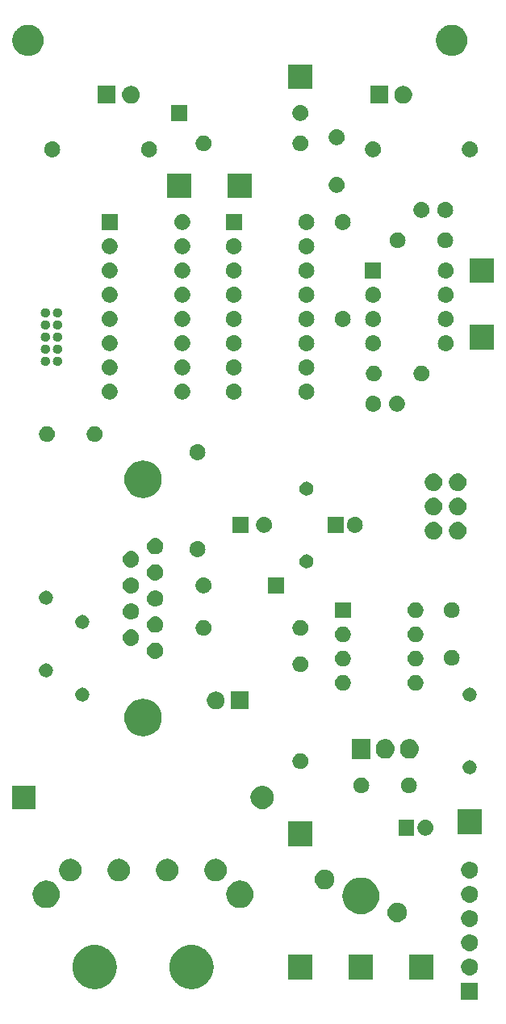
<source format=gts>
G04 #@! TF.GenerationSoftware,KiCad,Pcbnew,8.0.3*
G04 #@! TF.CreationDate,2024-08-19T01:24:21-04:00*
G04 #@! TF.ProjectId,smoke-detector-interface,736d6f6b-652d-4646-9574-6563746f722d,rev?*
G04 #@! TF.SameCoordinates,Original*
G04 #@! TF.FileFunction,Soldermask,Top*
G04 #@! TF.FilePolarity,Negative*
%FSLAX46Y46*%
G04 Gerber Fmt 4.6, Leading zero omitted, Abs format (unit mm)*
G04 Created by KiCad (PCBNEW 8.0.3) date 2024-08-19 01:24:21*
%MOMM*%
%LPD*%
G01*
G04 APERTURE LIST*
G04 APERTURE END LIST*
G36*
X150699542Y-157864893D02*
G01*
X150711870Y-157873130D01*
X150720107Y-157885458D01*
X150723000Y-157900000D01*
X150723000Y-159600000D01*
X150720107Y-159614542D01*
X150711870Y-159626870D01*
X150699542Y-159635107D01*
X150685000Y-159638000D01*
X148985000Y-159638000D01*
X148970458Y-159635107D01*
X148958130Y-159626870D01*
X148949893Y-159614542D01*
X148947000Y-159600000D01*
X148947000Y-157900000D01*
X148949893Y-157885458D01*
X148958130Y-157873130D01*
X148970458Y-157864893D01*
X148985000Y-157862000D01*
X150685000Y-157862000D01*
X150699542Y-157864893D01*
G37*
G36*
X110598964Y-153895914D02*
G01*
X110704432Y-153895914D01*
X110797219Y-153913258D01*
X110893486Y-153921681D01*
X111011644Y-153953341D01*
X111125993Y-153974717D01*
X111203549Y-154004762D01*
X111284726Y-154026514D01*
X111407622Y-154083821D01*
X111525896Y-154129641D01*
X111586943Y-154167439D01*
X111651811Y-154197688D01*
X111774178Y-154283370D01*
X111890523Y-154355408D01*
X111935118Y-154396062D01*
X111983591Y-154430003D01*
X112099538Y-154545950D01*
X112207457Y-154644331D01*
X112236875Y-154683287D01*
X112269996Y-154716408D01*
X112373311Y-154863958D01*
X112465905Y-154986572D01*
X112482494Y-155019887D01*
X112502311Y-155048189D01*
X112586698Y-155229158D01*
X112657065Y-155370474D01*
X112664061Y-155395064D01*
X112673485Y-155415273D01*
X112732876Y-155636925D01*
X112774429Y-155782966D01*
X112775708Y-155796774D01*
X112778318Y-155806513D01*
X112807163Y-156136218D01*
X112814000Y-156210000D01*
X112807162Y-156283784D01*
X112778318Y-156613486D01*
X112775708Y-156623223D01*
X112774429Y-156637034D01*
X112732872Y-156783090D01*
X112673485Y-157004726D01*
X112664062Y-157024933D01*
X112657065Y-157049526D01*
X112586694Y-157190848D01*
X112502311Y-157371811D01*
X112482494Y-157400112D01*
X112465905Y-157433428D01*
X112373306Y-157556048D01*
X112269996Y-157703591D01*
X112236878Y-157736708D01*
X112207457Y-157775669D01*
X112099526Y-157874060D01*
X111983591Y-157989996D01*
X111935123Y-158023933D01*
X111890523Y-158064592D01*
X111774166Y-158136637D01*
X111651811Y-158222311D01*
X111586949Y-158252556D01*
X111525896Y-158290359D01*
X111407609Y-158336183D01*
X111284726Y-158393485D01*
X111203557Y-158415234D01*
X111125993Y-158445283D01*
X111011632Y-158466660D01*
X110893486Y-158498318D01*
X110797229Y-158506739D01*
X110704432Y-158524086D01*
X110598953Y-158524086D01*
X110490000Y-158533618D01*
X110381047Y-158524086D01*
X110275568Y-158524086D01*
X110182771Y-158506739D01*
X110086513Y-158498318D01*
X109968364Y-158466659D01*
X109854007Y-158445283D01*
X109776444Y-158415234D01*
X109695273Y-158393485D01*
X109572384Y-158336181D01*
X109454104Y-158290359D01*
X109393053Y-158252558D01*
X109328188Y-158222311D01*
X109205825Y-158136631D01*
X109089477Y-158064592D01*
X109044879Y-158023936D01*
X108996408Y-157989996D01*
X108880461Y-157874049D01*
X108772543Y-157775669D01*
X108743124Y-157736712D01*
X108710003Y-157703591D01*
X108606679Y-157556030D01*
X108514095Y-157433428D01*
X108497508Y-157400117D01*
X108477688Y-157371811D01*
X108393289Y-157190817D01*
X108322935Y-157049526D01*
X108315939Y-157024938D01*
X108306514Y-157004726D01*
X108247110Y-156783030D01*
X108205571Y-156637034D01*
X108204291Y-156623229D01*
X108201681Y-156613486D01*
X108172819Y-156283591D01*
X108166000Y-156210000D01*
X108172819Y-156136411D01*
X108201681Y-155806513D01*
X108204291Y-155796768D01*
X108205571Y-155782966D01*
X108247105Y-155636985D01*
X108306514Y-155415273D01*
X108315940Y-155395058D01*
X108322935Y-155370474D01*
X108393285Y-155229190D01*
X108477688Y-155048189D01*
X108497508Y-155019882D01*
X108514095Y-154986572D01*
X108606674Y-154863976D01*
X108710003Y-154716408D01*
X108743127Y-154683283D01*
X108772543Y-154644331D01*
X108880450Y-154545960D01*
X108996408Y-154430003D01*
X109044883Y-154396059D01*
X109089477Y-154355408D01*
X109205818Y-154283372D01*
X109328189Y-154197688D01*
X109393057Y-154167439D01*
X109454104Y-154129641D01*
X109572373Y-154083822D01*
X109695273Y-154026514D01*
X109776452Y-154004761D01*
X109854007Y-153974717D01*
X109968351Y-153953342D01*
X110086513Y-153921681D01*
X110182781Y-153913258D01*
X110275568Y-153895914D01*
X110381036Y-153895914D01*
X110490000Y-153886381D01*
X110598964Y-153895914D01*
G37*
G36*
X120758964Y-153895914D02*
G01*
X120864432Y-153895914D01*
X120957219Y-153913258D01*
X121053486Y-153921681D01*
X121171644Y-153953341D01*
X121285993Y-153974717D01*
X121363549Y-154004762D01*
X121444726Y-154026514D01*
X121567622Y-154083821D01*
X121685896Y-154129641D01*
X121746943Y-154167439D01*
X121811811Y-154197688D01*
X121934178Y-154283370D01*
X122050523Y-154355408D01*
X122095118Y-154396062D01*
X122143591Y-154430003D01*
X122259538Y-154545950D01*
X122367457Y-154644331D01*
X122396875Y-154683287D01*
X122429996Y-154716408D01*
X122533311Y-154863958D01*
X122625905Y-154986572D01*
X122642494Y-155019887D01*
X122662311Y-155048189D01*
X122746698Y-155229158D01*
X122817065Y-155370474D01*
X122824061Y-155395064D01*
X122833485Y-155415273D01*
X122892876Y-155636925D01*
X122934429Y-155782966D01*
X122935708Y-155796774D01*
X122938318Y-155806513D01*
X122967163Y-156136218D01*
X122974000Y-156210000D01*
X122967162Y-156283784D01*
X122938318Y-156613486D01*
X122935708Y-156623223D01*
X122934429Y-156637034D01*
X122892872Y-156783090D01*
X122833485Y-157004726D01*
X122824062Y-157024933D01*
X122817065Y-157049526D01*
X122746694Y-157190848D01*
X122662311Y-157371811D01*
X122642494Y-157400112D01*
X122625905Y-157433428D01*
X122533306Y-157556048D01*
X122429996Y-157703591D01*
X122396878Y-157736708D01*
X122367457Y-157775669D01*
X122259526Y-157874060D01*
X122143591Y-157989996D01*
X122095123Y-158023933D01*
X122050523Y-158064592D01*
X121934166Y-158136637D01*
X121811811Y-158222311D01*
X121746949Y-158252556D01*
X121685896Y-158290359D01*
X121567609Y-158336183D01*
X121444726Y-158393485D01*
X121363557Y-158415234D01*
X121285993Y-158445283D01*
X121171632Y-158466660D01*
X121053486Y-158498318D01*
X120957229Y-158506739D01*
X120864432Y-158524086D01*
X120758953Y-158524086D01*
X120650000Y-158533618D01*
X120541047Y-158524086D01*
X120435568Y-158524086D01*
X120342771Y-158506739D01*
X120246513Y-158498318D01*
X120128364Y-158466659D01*
X120014007Y-158445283D01*
X119936444Y-158415234D01*
X119855273Y-158393485D01*
X119732384Y-158336181D01*
X119614104Y-158290359D01*
X119553053Y-158252558D01*
X119488188Y-158222311D01*
X119365825Y-158136631D01*
X119249477Y-158064592D01*
X119204879Y-158023936D01*
X119156408Y-157989996D01*
X119040461Y-157874049D01*
X118932543Y-157775669D01*
X118903124Y-157736712D01*
X118870003Y-157703591D01*
X118766679Y-157556030D01*
X118674095Y-157433428D01*
X118657508Y-157400117D01*
X118637688Y-157371811D01*
X118553289Y-157190817D01*
X118482935Y-157049526D01*
X118475939Y-157024938D01*
X118466514Y-157004726D01*
X118407110Y-156783030D01*
X118365571Y-156637034D01*
X118364291Y-156623229D01*
X118361681Y-156613486D01*
X118332819Y-156283591D01*
X118326000Y-156210000D01*
X118332819Y-156136411D01*
X118361681Y-155806513D01*
X118364291Y-155796768D01*
X118365571Y-155782966D01*
X118407105Y-155636985D01*
X118466514Y-155415273D01*
X118475940Y-155395058D01*
X118482935Y-155370474D01*
X118553285Y-155229190D01*
X118637688Y-155048189D01*
X118657508Y-155019882D01*
X118674095Y-154986572D01*
X118766674Y-154863976D01*
X118870003Y-154716408D01*
X118903127Y-154683283D01*
X118932543Y-154644331D01*
X119040450Y-154545960D01*
X119156408Y-154430003D01*
X119204883Y-154396059D01*
X119249477Y-154355408D01*
X119365818Y-154283372D01*
X119488189Y-154197688D01*
X119553057Y-154167439D01*
X119614104Y-154129641D01*
X119732373Y-154083822D01*
X119855273Y-154026514D01*
X119936452Y-154004761D01*
X120014007Y-153974717D01*
X120128351Y-153953342D01*
X120246513Y-153921681D01*
X120342781Y-153913258D01*
X120435568Y-153895914D01*
X120541036Y-153895914D01*
X120650000Y-153886381D01*
X120758964Y-153895914D01*
G37*
G36*
X133344542Y-154924893D02*
G01*
X133356870Y-154933130D01*
X133365107Y-154945458D01*
X133368000Y-154960000D01*
X133368000Y-157460000D01*
X133365107Y-157474542D01*
X133356870Y-157486870D01*
X133344542Y-157495107D01*
X133330000Y-157498000D01*
X130830000Y-157498000D01*
X130815458Y-157495107D01*
X130803130Y-157486870D01*
X130794893Y-157474542D01*
X130792000Y-157460000D01*
X130792000Y-154960000D01*
X130794893Y-154945458D01*
X130803130Y-154933130D01*
X130815458Y-154924893D01*
X130830000Y-154922000D01*
X133330000Y-154922000D01*
X133344542Y-154924893D01*
G37*
G36*
X139694542Y-154924893D02*
G01*
X139706870Y-154933130D01*
X139715107Y-154945458D01*
X139718000Y-154960000D01*
X139718000Y-157460000D01*
X139715107Y-157474542D01*
X139706870Y-157486870D01*
X139694542Y-157495107D01*
X139680000Y-157498000D01*
X137180000Y-157498000D01*
X137165458Y-157495107D01*
X137153130Y-157486870D01*
X137144893Y-157474542D01*
X137142000Y-157460000D01*
X137142000Y-154960000D01*
X137144893Y-154945458D01*
X137153130Y-154933130D01*
X137165458Y-154924893D01*
X137180000Y-154922000D01*
X139680000Y-154922000D01*
X139694542Y-154924893D01*
G37*
G36*
X146044542Y-154924893D02*
G01*
X146056870Y-154933130D01*
X146065107Y-154945458D01*
X146068000Y-154960000D01*
X146068000Y-157460000D01*
X146065107Y-157474542D01*
X146056870Y-157486870D01*
X146044542Y-157495107D01*
X146030000Y-157498000D01*
X143530000Y-157498000D01*
X143515458Y-157495107D01*
X143503130Y-157486870D01*
X143494893Y-157474542D01*
X143492000Y-157460000D01*
X143492000Y-154960000D01*
X143494893Y-154945458D01*
X143503130Y-154933130D01*
X143515458Y-154924893D01*
X143530000Y-154922000D01*
X146030000Y-154922000D01*
X146044542Y-154924893D01*
G37*
G36*
X150203889Y-155402247D02*
G01*
X150416516Y-155538894D01*
X150582033Y-155729911D01*
X150687030Y-155959821D01*
X150723000Y-156210000D01*
X150687030Y-156460179D01*
X150582033Y-156690089D01*
X150416516Y-156881106D01*
X150203889Y-157017753D01*
X149961376Y-157088961D01*
X149708624Y-157088961D01*
X149466111Y-157017753D01*
X149253484Y-156881106D01*
X149087967Y-156690089D01*
X148982970Y-156460179D01*
X148947000Y-156210000D01*
X148982970Y-155959821D01*
X149087967Y-155729911D01*
X149253484Y-155538894D01*
X149466111Y-155402247D01*
X149708624Y-155331039D01*
X149961376Y-155331039D01*
X150203889Y-155402247D01*
G37*
G36*
X150203889Y-152862247D02*
G01*
X150416516Y-152998894D01*
X150582033Y-153189911D01*
X150687030Y-153419821D01*
X150723000Y-153670000D01*
X150687030Y-153920179D01*
X150582033Y-154150089D01*
X150416516Y-154341106D01*
X150203889Y-154477753D01*
X149961376Y-154548961D01*
X149708624Y-154548961D01*
X149466111Y-154477753D01*
X149253484Y-154341106D01*
X149087967Y-154150089D01*
X148982970Y-153920179D01*
X148947000Y-153670000D01*
X148982970Y-153419821D01*
X149087967Y-153189911D01*
X149253484Y-152998894D01*
X149466111Y-152862247D01*
X149708624Y-152791039D01*
X149961376Y-152791039D01*
X150203889Y-152862247D01*
G37*
G36*
X150203889Y-150322247D02*
G01*
X150416516Y-150458894D01*
X150582033Y-150649911D01*
X150687030Y-150879821D01*
X150723000Y-151130000D01*
X150687030Y-151380179D01*
X150582033Y-151610089D01*
X150416516Y-151801106D01*
X150203889Y-151937753D01*
X149961376Y-152008961D01*
X149708624Y-152008961D01*
X149466111Y-151937753D01*
X149253484Y-151801106D01*
X149087967Y-151610089D01*
X148982970Y-151380179D01*
X148947000Y-151130000D01*
X148982970Y-150879821D01*
X149087967Y-150649911D01*
X149253484Y-150458894D01*
X149466111Y-150322247D01*
X149708624Y-150251039D01*
X149961376Y-150251039D01*
X150203889Y-150322247D01*
G37*
G36*
X142508654Y-149492369D02*
G01*
X142759000Y-149596066D01*
X142973977Y-149761023D01*
X143138934Y-149976000D01*
X143242631Y-150226346D01*
X143278000Y-150495000D01*
X143242631Y-150763654D01*
X143138934Y-151014000D01*
X142973977Y-151228977D01*
X142759000Y-151393934D01*
X142508654Y-151497631D01*
X142240000Y-151533000D01*
X141971346Y-151497631D01*
X141721000Y-151393934D01*
X141506023Y-151228977D01*
X141341066Y-151014000D01*
X141237369Y-150763654D01*
X141202000Y-150495000D01*
X141237369Y-150226346D01*
X141341066Y-149976000D01*
X141506023Y-149761023D01*
X141721000Y-149596066D01*
X141971346Y-149492369D01*
X142240000Y-149457000D01*
X142508654Y-149492369D01*
G37*
G36*
X138806583Y-146874590D02*
G01*
X139168694Y-146984435D01*
X139502417Y-147162814D01*
X139794928Y-147402872D01*
X140034986Y-147695383D01*
X140213365Y-148029106D01*
X140323210Y-148391217D01*
X140360300Y-148767800D01*
X140323210Y-149144383D01*
X140213365Y-149506494D01*
X140034986Y-149840217D01*
X139794928Y-150132728D01*
X139502417Y-150372786D01*
X139168694Y-150551165D01*
X138806583Y-150661010D01*
X138430000Y-150698100D01*
X138053417Y-150661010D01*
X137691306Y-150551165D01*
X137357583Y-150372786D01*
X137065072Y-150132728D01*
X136825014Y-149840217D01*
X136646635Y-149506494D01*
X136536790Y-149144383D01*
X136499700Y-148767800D01*
X136536790Y-148391217D01*
X136646635Y-148029106D01*
X136825014Y-147695383D01*
X137065072Y-147402872D01*
X137357583Y-147162814D01*
X137691306Y-146984435D01*
X138053417Y-146874590D01*
X138430000Y-146837500D01*
X138806583Y-146874590D01*
G37*
G36*
X105729318Y-147190978D02*
G01*
X106032623Y-147297110D01*
X106304708Y-147468072D01*
X106531928Y-147695292D01*
X106702890Y-147967377D01*
X106809022Y-148270682D01*
X106845000Y-148590000D01*
X106809022Y-148909318D01*
X106702890Y-149212623D01*
X106531928Y-149484708D01*
X106304708Y-149711928D01*
X106032623Y-149882890D01*
X105729318Y-149989022D01*
X105410000Y-150025000D01*
X105090682Y-149989022D01*
X104787377Y-149882890D01*
X104515292Y-149711928D01*
X104288072Y-149484708D01*
X104117110Y-149212623D01*
X104010978Y-148909318D01*
X103975000Y-148590000D01*
X104010978Y-148270682D01*
X104117110Y-147967377D01*
X104288072Y-147695292D01*
X104515292Y-147468072D01*
X104787377Y-147297110D01*
X105090682Y-147190978D01*
X105410000Y-147155000D01*
X105729318Y-147190978D01*
G37*
G36*
X126049318Y-147190978D02*
G01*
X126352623Y-147297110D01*
X126624708Y-147468072D01*
X126851928Y-147695292D01*
X127022890Y-147967377D01*
X127129022Y-148270682D01*
X127165000Y-148590000D01*
X127129022Y-148909318D01*
X127022890Y-149212623D01*
X126851928Y-149484708D01*
X126624708Y-149711928D01*
X126352623Y-149882890D01*
X126049318Y-149989022D01*
X125730000Y-150025000D01*
X125410682Y-149989022D01*
X125107377Y-149882890D01*
X124835292Y-149711928D01*
X124608072Y-149484708D01*
X124437110Y-149212623D01*
X124330978Y-148909318D01*
X124295000Y-148590000D01*
X124330978Y-148270682D01*
X124437110Y-147967377D01*
X124608072Y-147695292D01*
X124835292Y-147468072D01*
X125107377Y-147297110D01*
X125410682Y-147190978D01*
X125730000Y-147155000D01*
X126049318Y-147190978D01*
G37*
G36*
X150203889Y-147782247D02*
G01*
X150416516Y-147918894D01*
X150582033Y-148109911D01*
X150687030Y-148339821D01*
X150723000Y-148590000D01*
X150687030Y-148840179D01*
X150582033Y-149070089D01*
X150416516Y-149261106D01*
X150203889Y-149397753D01*
X149961376Y-149468961D01*
X149708624Y-149468961D01*
X149466111Y-149397753D01*
X149253484Y-149261106D01*
X149087967Y-149070089D01*
X148982970Y-148840179D01*
X148947000Y-148590000D01*
X148982970Y-148339821D01*
X149087967Y-148109911D01*
X149253484Y-147918894D01*
X149466111Y-147782247D01*
X149708624Y-147711039D01*
X149961376Y-147711039D01*
X150203889Y-147782247D01*
G37*
G36*
X134888654Y-146037969D02*
G01*
X135139000Y-146141666D01*
X135353977Y-146306623D01*
X135518934Y-146521600D01*
X135622631Y-146771946D01*
X135658000Y-147040600D01*
X135622631Y-147309254D01*
X135518934Y-147559600D01*
X135353977Y-147774577D01*
X135139000Y-147939534D01*
X134888654Y-148043231D01*
X134620000Y-148078600D01*
X134351346Y-148043231D01*
X134101000Y-147939534D01*
X133886023Y-147774577D01*
X133721066Y-147559600D01*
X133617369Y-147309254D01*
X133582000Y-147040600D01*
X133617369Y-146771946D01*
X133721066Y-146521600D01*
X133886023Y-146306623D01*
X134101000Y-146141666D01*
X134351346Y-146037969D01*
X134620000Y-146002600D01*
X134888654Y-146037969D01*
G37*
G36*
X108020944Y-144878340D02*
G01*
X108092266Y-144878340D01*
X108174044Y-144898496D01*
X108255665Y-144909242D01*
X108311536Y-144932384D01*
X108368526Y-144946431D01*
X108454934Y-144991781D01*
X108540500Y-145027224D01*
X108579537Y-145057178D01*
X108620467Y-145078660D01*
X108704153Y-145152799D01*
X108785093Y-145214907D01*
X108808096Y-145244885D01*
X108833440Y-145267338D01*
X108906112Y-145372622D01*
X108972776Y-145459500D01*
X108982824Y-145483759D01*
X108995072Y-145501503D01*
X109048201Y-145641594D01*
X109090758Y-145744335D01*
X109092667Y-145758842D01*
X109095968Y-145767544D01*
X109121540Y-145978150D01*
X109131000Y-146050000D01*
X109121540Y-146121852D01*
X109095968Y-146332455D01*
X109092668Y-146341155D01*
X109090758Y-146355665D01*
X109048197Y-146458416D01*
X108995072Y-146598496D01*
X108982825Y-146616238D01*
X108972776Y-146640500D01*
X108906105Y-146727386D01*
X108833440Y-146832661D01*
X108808098Y-146855111D01*
X108785093Y-146885093D01*
X108704144Y-146947206D01*
X108620467Y-147021339D01*
X108579541Y-147042818D01*
X108540500Y-147072776D01*
X108454925Y-147108221D01*
X108368526Y-147153568D01*
X108311540Y-147167613D01*
X108255665Y-147190758D01*
X108174042Y-147201503D01*
X108092266Y-147221660D01*
X108020944Y-147221660D01*
X107950000Y-147231000D01*
X107879056Y-147221660D01*
X107807734Y-147221660D01*
X107725957Y-147201503D01*
X107644335Y-147190758D01*
X107588460Y-147167614D01*
X107531473Y-147153568D01*
X107445069Y-147108219D01*
X107359500Y-147072776D01*
X107320460Y-147042820D01*
X107279532Y-147021339D01*
X107195847Y-146947201D01*
X107114907Y-146885093D01*
X107091903Y-146855114D01*
X107066559Y-146832661D01*
X106993884Y-146727373D01*
X106927224Y-146640500D01*
X106917175Y-146616241D01*
X106904927Y-146598496D01*
X106851791Y-146458387D01*
X106809242Y-146355665D01*
X106807332Y-146341159D01*
X106804031Y-146332455D01*
X106778446Y-146121754D01*
X106769000Y-146050000D01*
X106778446Y-145978248D01*
X106804031Y-145767544D01*
X106807332Y-145758838D01*
X106809242Y-145744335D01*
X106851786Y-145641622D01*
X106904927Y-145501503D01*
X106917176Y-145483755D01*
X106927224Y-145459500D01*
X106993877Y-145372635D01*
X107066559Y-145267338D01*
X107091905Y-145244882D01*
X107114907Y-145214907D01*
X107195839Y-145152805D01*
X107279532Y-145078660D01*
X107320464Y-145057176D01*
X107359500Y-145027224D01*
X107445060Y-144991783D01*
X107531473Y-144946431D01*
X107588465Y-144932383D01*
X107644335Y-144909242D01*
X107725954Y-144898496D01*
X107807734Y-144878340D01*
X107879056Y-144878340D01*
X107950000Y-144869000D01*
X108020944Y-144878340D01*
G37*
G36*
X113100944Y-144878340D02*
G01*
X113172266Y-144878340D01*
X113254044Y-144898496D01*
X113335665Y-144909242D01*
X113391536Y-144932384D01*
X113448526Y-144946431D01*
X113534934Y-144991781D01*
X113620500Y-145027224D01*
X113659537Y-145057178D01*
X113700467Y-145078660D01*
X113784153Y-145152799D01*
X113865093Y-145214907D01*
X113888096Y-145244885D01*
X113913440Y-145267338D01*
X113986112Y-145372622D01*
X114052776Y-145459500D01*
X114062824Y-145483759D01*
X114075072Y-145501503D01*
X114128201Y-145641594D01*
X114170758Y-145744335D01*
X114172667Y-145758842D01*
X114175968Y-145767544D01*
X114201540Y-145978150D01*
X114211000Y-146050000D01*
X114201540Y-146121852D01*
X114175968Y-146332455D01*
X114172668Y-146341155D01*
X114170758Y-146355665D01*
X114128197Y-146458416D01*
X114075072Y-146598496D01*
X114062825Y-146616238D01*
X114052776Y-146640500D01*
X113986105Y-146727386D01*
X113913440Y-146832661D01*
X113888098Y-146855111D01*
X113865093Y-146885093D01*
X113784144Y-146947206D01*
X113700467Y-147021339D01*
X113659541Y-147042818D01*
X113620500Y-147072776D01*
X113534925Y-147108221D01*
X113448526Y-147153568D01*
X113391540Y-147167613D01*
X113335665Y-147190758D01*
X113254042Y-147201503D01*
X113172266Y-147221660D01*
X113100944Y-147221660D01*
X113030000Y-147231000D01*
X112959056Y-147221660D01*
X112887734Y-147221660D01*
X112805957Y-147201503D01*
X112724335Y-147190758D01*
X112668460Y-147167614D01*
X112611473Y-147153568D01*
X112525069Y-147108219D01*
X112439500Y-147072776D01*
X112400460Y-147042820D01*
X112359532Y-147021339D01*
X112275847Y-146947201D01*
X112194907Y-146885093D01*
X112171903Y-146855114D01*
X112146559Y-146832661D01*
X112073884Y-146727373D01*
X112007224Y-146640500D01*
X111997175Y-146616241D01*
X111984927Y-146598496D01*
X111931791Y-146458387D01*
X111889242Y-146355665D01*
X111887332Y-146341159D01*
X111884031Y-146332455D01*
X111858446Y-146121754D01*
X111849000Y-146050000D01*
X111858446Y-145978248D01*
X111884031Y-145767544D01*
X111887332Y-145758838D01*
X111889242Y-145744335D01*
X111931786Y-145641622D01*
X111984927Y-145501503D01*
X111997176Y-145483755D01*
X112007224Y-145459500D01*
X112073877Y-145372635D01*
X112146559Y-145267338D01*
X112171905Y-145244882D01*
X112194907Y-145214907D01*
X112275839Y-145152805D01*
X112359532Y-145078660D01*
X112400464Y-145057176D01*
X112439500Y-145027224D01*
X112525060Y-144991783D01*
X112611473Y-144946431D01*
X112668465Y-144932383D01*
X112724335Y-144909242D01*
X112805954Y-144898496D01*
X112887734Y-144878340D01*
X112959056Y-144878340D01*
X113030000Y-144869000D01*
X113100944Y-144878340D01*
G37*
G36*
X118180944Y-144878340D02*
G01*
X118252266Y-144878340D01*
X118334044Y-144898496D01*
X118415665Y-144909242D01*
X118471536Y-144932384D01*
X118528526Y-144946431D01*
X118614934Y-144991781D01*
X118700500Y-145027224D01*
X118739537Y-145057178D01*
X118780467Y-145078660D01*
X118864153Y-145152799D01*
X118945093Y-145214907D01*
X118968096Y-145244885D01*
X118993440Y-145267338D01*
X119066112Y-145372622D01*
X119132776Y-145459500D01*
X119142824Y-145483759D01*
X119155072Y-145501503D01*
X119208201Y-145641594D01*
X119250758Y-145744335D01*
X119252667Y-145758842D01*
X119255968Y-145767544D01*
X119281540Y-145978150D01*
X119291000Y-146050000D01*
X119281540Y-146121852D01*
X119255968Y-146332455D01*
X119252668Y-146341155D01*
X119250758Y-146355665D01*
X119208197Y-146458416D01*
X119155072Y-146598496D01*
X119142825Y-146616238D01*
X119132776Y-146640500D01*
X119066105Y-146727386D01*
X118993440Y-146832661D01*
X118968098Y-146855111D01*
X118945093Y-146885093D01*
X118864144Y-146947206D01*
X118780467Y-147021339D01*
X118739541Y-147042818D01*
X118700500Y-147072776D01*
X118614925Y-147108221D01*
X118528526Y-147153568D01*
X118471540Y-147167613D01*
X118415665Y-147190758D01*
X118334042Y-147201503D01*
X118252266Y-147221660D01*
X118180944Y-147221660D01*
X118110000Y-147231000D01*
X118039056Y-147221660D01*
X117967734Y-147221660D01*
X117885957Y-147201503D01*
X117804335Y-147190758D01*
X117748460Y-147167614D01*
X117691473Y-147153568D01*
X117605069Y-147108219D01*
X117519500Y-147072776D01*
X117480460Y-147042820D01*
X117439532Y-147021339D01*
X117355847Y-146947201D01*
X117274907Y-146885093D01*
X117251903Y-146855114D01*
X117226559Y-146832661D01*
X117153884Y-146727373D01*
X117087224Y-146640500D01*
X117077175Y-146616241D01*
X117064927Y-146598496D01*
X117011791Y-146458387D01*
X116969242Y-146355665D01*
X116967332Y-146341159D01*
X116964031Y-146332455D01*
X116938446Y-146121754D01*
X116929000Y-146050000D01*
X116938446Y-145978248D01*
X116964031Y-145767544D01*
X116967332Y-145758838D01*
X116969242Y-145744335D01*
X117011786Y-145641622D01*
X117064927Y-145501503D01*
X117077176Y-145483755D01*
X117087224Y-145459500D01*
X117153877Y-145372635D01*
X117226559Y-145267338D01*
X117251905Y-145244882D01*
X117274907Y-145214907D01*
X117355839Y-145152805D01*
X117439532Y-145078660D01*
X117480464Y-145057176D01*
X117519500Y-145027224D01*
X117605060Y-144991783D01*
X117691473Y-144946431D01*
X117748465Y-144932383D01*
X117804335Y-144909242D01*
X117885954Y-144898496D01*
X117967734Y-144878340D01*
X118039056Y-144878340D01*
X118110000Y-144869000D01*
X118180944Y-144878340D01*
G37*
G36*
X123260944Y-144878340D02*
G01*
X123332266Y-144878340D01*
X123414044Y-144898496D01*
X123495665Y-144909242D01*
X123551536Y-144932384D01*
X123608526Y-144946431D01*
X123694934Y-144991781D01*
X123780500Y-145027224D01*
X123819537Y-145057178D01*
X123860467Y-145078660D01*
X123944153Y-145152799D01*
X124025093Y-145214907D01*
X124048096Y-145244885D01*
X124073440Y-145267338D01*
X124146112Y-145372622D01*
X124212776Y-145459500D01*
X124222824Y-145483759D01*
X124235072Y-145501503D01*
X124288201Y-145641594D01*
X124330758Y-145744335D01*
X124332667Y-145758842D01*
X124335968Y-145767544D01*
X124361540Y-145978150D01*
X124371000Y-146050000D01*
X124361540Y-146121852D01*
X124335968Y-146332455D01*
X124332668Y-146341155D01*
X124330758Y-146355665D01*
X124288197Y-146458416D01*
X124235072Y-146598496D01*
X124222825Y-146616238D01*
X124212776Y-146640500D01*
X124146105Y-146727386D01*
X124073440Y-146832661D01*
X124048098Y-146855111D01*
X124025093Y-146885093D01*
X123944144Y-146947206D01*
X123860467Y-147021339D01*
X123819541Y-147042818D01*
X123780500Y-147072776D01*
X123694925Y-147108221D01*
X123608526Y-147153568D01*
X123551540Y-147167613D01*
X123495665Y-147190758D01*
X123414042Y-147201503D01*
X123332266Y-147221660D01*
X123260944Y-147221660D01*
X123190000Y-147231000D01*
X123119056Y-147221660D01*
X123047734Y-147221660D01*
X122965957Y-147201503D01*
X122884335Y-147190758D01*
X122828460Y-147167614D01*
X122771473Y-147153568D01*
X122685069Y-147108219D01*
X122599500Y-147072776D01*
X122560460Y-147042820D01*
X122519532Y-147021339D01*
X122435847Y-146947201D01*
X122354907Y-146885093D01*
X122331903Y-146855114D01*
X122306559Y-146832661D01*
X122233884Y-146727373D01*
X122167224Y-146640500D01*
X122157175Y-146616241D01*
X122144927Y-146598496D01*
X122091791Y-146458387D01*
X122049242Y-146355665D01*
X122047332Y-146341159D01*
X122044031Y-146332455D01*
X122018446Y-146121754D01*
X122009000Y-146050000D01*
X122018446Y-145978248D01*
X122044031Y-145767544D01*
X122047332Y-145758838D01*
X122049242Y-145744335D01*
X122091786Y-145641622D01*
X122144927Y-145501503D01*
X122157176Y-145483755D01*
X122167224Y-145459500D01*
X122233877Y-145372635D01*
X122306559Y-145267338D01*
X122331905Y-145244882D01*
X122354907Y-145214907D01*
X122435839Y-145152805D01*
X122519532Y-145078660D01*
X122560464Y-145057176D01*
X122599500Y-145027224D01*
X122685060Y-144991783D01*
X122771473Y-144946431D01*
X122828465Y-144932383D01*
X122884335Y-144909242D01*
X122965954Y-144898496D01*
X123047734Y-144878340D01*
X123119056Y-144878340D01*
X123190000Y-144869000D01*
X123260944Y-144878340D01*
G37*
G36*
X150203889Y-145242247D02*
G01*
X150416516Y-145378894D01*
X150582033Y-145569911D01*
X150687030Y-145799821D01*
X150723000Y-146050000D01*
X150687030Y-146300179D01*
X150582033Y-146530089D01*
X150416516Y-146721106D01*
X150203889Y-146857753D01*
X149961376Y-146928961D01*
X149708624Y-146928961D01*
X149466111Y-146857753D01*
X149253484Y-146721106D01*
X149087967Y-146530089D01*
X148982970Y-146300179D01*
X148947000Y-146050000D01*
X148982970Y-145799821D01*
X149087967Y-145569911D01*
X149253484Y-145378894D01*
X149466111Y-145242247D01*
X149708624Y-145171039D01*
X149961376Y-145171039D01*
X150203889Y-145242247D01*
G37*
G36*
X133344542Y-140954893D02*
G01*
X133356870Y-140963130D01*
X133365107Y-140975458D01*
X133368000Y-140990000D01*
X133368000Y-143490000D01*
X133365107Y-143504542D01*
X133356870Y-143516870D01*
X133344542Y-143525107D01*
X133330000Y-143528000D01*
X130830000Y-143528000D01*
X130815458Y-143525107D01*
X130803130Y-143516870D01*
X130794893Y-143504542D01*
X130792000Y-143490000D01*
X130792000Y-140990000D01*
X130794893Y-140975458D01*
X130803130Y-140963130D01*
X130815458Y-140954893D01*
X130830000Y-140952000D01*
X133330000Y-140952000D01*
X133344542Y-140954893D01*
G37*
G36*
X144004430Y-140769893D02*
G01*
X144016758Y-140778130D01*
X144024995Y-140790458D01*
X144027888Y-140805000D01*
X144027888Y-142405000D01*
X144024995Y-142419542D01*
X144016758Y-142431870D01*
X144004430Y-142440107D01*
X143989888Y-142443000D01*
X142389888Y-142443000D01*
X142375346Y-142440107D01*
X142363018Y-142431870D01*
X142354781Y-142419542D01*
X142351888Y-142405000D01*
X142351888Y-140805000D01*
X142354781Y-140790458D01*
X142363018Y-140778130D01*
X142375346Y-140769893D01*
X142389888Y-140767000D01*
X143989888Y-140767000D01*
X144004430Y-140769893D01*
G37*
G36*
X145250165Y-140776547D02*
G01*
X145309002Y-140776547D01*
X145377908Y-140796779D01*
X145448844Y-140808015D01*
X145493278Y-140830655D01*
X145537578Y-140843663D01*
X145609415Y-140889830D01*
X145682452Y-140927044D01*
X145709663Y-140954255D01*
X145737987Y-140972458D01*
X145803680Y-141048272D01*
X145867844Y-141112436D01*
X145880069Y-141136430D01*
X145893994Y-141152500D01*
X145943571Y-141261060D01*
X145986873Y-141346044D01*
X145989257Y-141361098D01*
X145992956Y-141369197D01*
X146016732Y-141534564D01*
X146027888Y-141605000D01*
X146016731Y-141675438D01*
X145992956Y-141840802D01*
X145989257Y-141848900D01*
X145986873Y-141863956D01*
X145943567Y-141948948D01*
X145893994Y-142057499D01*
X145880071Y-142073566D01*
X145867844Y-142097564D01*
X145803674Y-142161733D01*
X145737987Y-142237541D01*
X145709666Y-142255741D01*
X145682452Y-142282956D01*
X145609407Y-142320173D01*
X145537578Y-142366336D01*
X145493282Y-142379342D01*
X145448844Y-142401985D01*
X145377906Y-142413220D01*
X145309002Y-142433453D01*
X145250165Y-142433453D01*
X145189888Y-142443000D01*
X145129611Y-142433453D01*
X145070774Y-142433453D01*
X145001868Y-142413220D01*
X144930932Y-142401985D01*
X144886494Y-142379343D01*
X144842197Y-142366336D01*
X144770363Y-142320171D01*
X144697324Y-142282956D01*
X144670111Y-142255743D01*
X144641788Y-142237541D01*
X144576094Y-142161726D01*
X144511932Y-142097564D01*
X144499706Y-142073569D01*
X144485781Y-142057499D01*
X144436199Y-141948929D01*
X144392903Y-141863956D01*
X144390518Y-141848903D01*
X144386819Y-141840802D01*
X144363033Y-141675369D01*
X144351888Y-141605000D01*
X144363033Y-141534633D01*
X144386819Y-141369197D01*
X144390519Y-141361094D01*
X144392903Y-141346044D01*
X144436194Y-141261079D01*
X144485781Y-141152500D01*
X144499707Y-141136427D01*
X144511932Y-141112436D01*
X144576087Y-141048280D01*
X144641788Y-140972458D01*
X144670114Y-140954253D01*
X144697324Y-140927044D01*
X144770355Y-140889832D01*
X144842197Y-140843663D01*
X144886498Y-140830654D01*
X144930932Y-140808015D01*
X145001866Y-140796779D01*
X145070774Y-140776547D01*
X145129611Y-140776547D01*
X145189888Y-140767000D01*
X145250165Y-140776547D01*
G37*
G36*
X151124542Y-139684893D02*
G01*
X151136870Y-139693130D01*
X151145107Y-139705458D01*
X151148000Y-139720000D01*
X151148000Y-142220000D01*
X151145107Y-142234542D01*
X151136870Y-142246870D01*
X151124542Y-142255107D01*
X151110000Y-142258000D01*
X148610000Y-142258000D01*
X148595458Y-142255107D01*
X148583130Y-142246870D01*
X148574893Y-142234542D01*
X148572000Y-142220000D01*
X148572000Y-139720000D01*
X148574893Y-139705458D01*
X148583130Y-139693130D01*
X148595458Y-139684893D01*
X148610000Y-139682000D01*
X151110000Y-139682000D01*
X151124542Y-139684893D01*
G37*
G36*
X104284542Y-137194893D02*
G01*
X104296870Y-137203130D01*
X104305107Y-137215458D01*
X104308000Y-137230000D01*
X104308000Y-139630000D01*
X104305107Y-139644542D01*
X104296870Y-139656870D01*
X104284542Y-139665107D01*
X104270000Y-139668000D01*
X101870000Y-139668000D01*
X101855458Y-139665107D01*
X101843130Y-139656870D01*
X101834893Y-139644542D01*
X101832000Y-139630000D01*
X101832000Y-137230000D01*
X101834893Y-137215458D01*
X101843130Y-137203130D01*
X101855458Y-137194893D01*
X101870000Y-137192000D01*
X104270000Y-137192000D01*
X104284542Y-137194893D01*
G37*
G36*
X128509001Y-137272450D02*
G01*
X128773264Y-137411146D01*
X128996656Y-137609054D01*
X129166195Y-137854673D01*
X129272026Y-138133727D01*
X129308000Y-138430000D01*
X129272026Y-138726273D01*
X129166195Y-139005327D01*
X128996656Y-139250946D01*
X128773264Y-139448854D01*
X128509001Y-139587550D01*
X128219224Y-139658974D01*
X127920776Y-139658974D01*
X127630999Y-139587550D01*
X127366736Y-139448854D01*
X127143344Y-139250946D01*
X126973805Y-139005327D01*
X126867974Y-138726273D01*
X126832000Y-138430000D01*
X126867974Y-138133727D01*
X126973805Y-137854673D01*
X127143344Y-137609054D01*
X127366736Y-137411146D01*
X127630999Y-137272450D01*
X127920776Y-137201026D01*
X128219224Y-137201026D01*
X128509001Y-137272450D01*
G37*
G36*
X138530277Y-136331547D02*
G01*
X138589114Y-136331547D01*
X138658020Y-136351779D01*
X138728956Y-136363015D01*
X138773390Y-136385655D01*
X138817690Y-136398663D01*
X138889527Y-136444830D01*
X138962564Y-136482044D01*
X138989775Y-136509255D01*
X139018099Y-136527458D01*
X139083792Y-136603272D01*
X139147956Y-136667436D01*
X139160181Y-136691430D01*
X139174106Y-136707500D01*
X139223683Y-136816060D01*
X139266985Y-136901044D01*
X139269369Y-136916098D01*
X139273068Y-136924197D01*
X139296844Y-137089564D01*
X139308000Y-137160000D01*
X139296843Y-137230438D01*
X139273068Y-137395802D01*
X139269369Y-137403900D01*
X139266985Y-137418956D01*
X139223679Y-137503948D01*
X139174106Y-137612499D01*
X139160183Y-137628566D01*
X139147956Y-137652564D01*
X139083786Y-137716733D01*
X139018099Y-137792541D01*
X138989778Y-137810741D01*
X138962564Y-137837956D01*
X138889519Y-137875173D01*
X138817690Y-137921336D01*
X138773394Y-137934342D01*
X138728956Y-137956985D01*
X138658018Y-137968220D01*
X138589114Y-137988453D01*
X138530277Y-137988453D01*
X138470000Y-137998000D01*
X138409723Y-137988453D01*
X138350886Y-137988453D01*
X138281980Y-137968220D01*
X138211044Y-137956985D01*
X138166606Y-137934343D01*
X138122309Y-137921336D01*
X138050475Y-137875171D01*
X137977436Y-137837956D01*
X137950223Y-137810743D01*
X137921900Y-137792541D01*
X137856206Y-137716726D01*
X137792044Y-137652564D01*
X137779818Y-137628569D01*
X137765893Y-137612499D01*
X137716311Y-137503929D01*
X137673015Y-137418956D01*
X137670630Y-137403903D01*
X137666931Y-137395802D01*
X137643145Y-137230369D01*
X137632000Y-137160000D01*
X137643145Y-137089633D01*
X137666931Y-136924197D01*
X137670631Y-136916094D01*
X137673015Y-136901044D01*
X137716306Y-136816079D01*
X137765893Y-136707500D01*
X137779819Y-136691427D01*
X137792044Y-136667436D01*
X137856199Y-136603280D01*
X137921900Y-136527458D01*
X137950226Y-136509253D01*
X137977436Y-136482044D01*
X138050467Y-136444832D01*
X138122309Y-136398663D01*
X138166610Y-136385654D01*
X138211044Y-136363015D01*
X138281978Y-136351779D01*
X138350886Y-136331547D01*
X138409723Y-136331547D01*
X138470000Y-136322000D01*
X138530277Y-136331547D01*
G37*
G36*
X143530277Y-136331547D02*
G01*
X143589114Y-136331547D01*
X143658020Y-136351779D01*
X143728956Y-136363015D01*
X143773390Y-136385655D01*
X143817690Y-136398663D01*
X143889527Y-136444830D01*
X143962564Y-136482044D01*
X143989775Y-136509255D01*
X144018099Y-136527458D01*
X144083792Y-136603272D01*
X144147956Y-136667436D01*
X144160181Y-136691430D01*
X144174106Y-136707500D01*
X144223683Y-136816060D01*
X144266985Y-136901044D01*
X144269369Y-136916098D01*
X144273068Y-136924197D01*
X144296844Y-137089564D01*
X144308000Y-137160000D01*
X144296843Y-137230438D01*
X144273068Y-137395802D01*
X144269369Y-137403900D01*
X144266985Y-137418956D01*
X144223679Y-137503948D01*
X144174106Y-137612499D01*
X144160183Y-137628566D01*
X144147956Y-137652564D01*
X144083786Y-137716733D01*
X144018099Y-137792541D01*
X143989778Y-137810741D01*
X143962564Y-137837956D01*
X143889519Y-137875173D01*
X143817690Y-137921336D01*
X143773394Y-137934342D01*
X143728956Y-137956985D01*
X143658018Y-137968220D01*
X143589114Y-137988453D01*
X143530277Y-137988453D01*
X143470000Y-137998000D01*
X143409723Y-137988453D01*
X143350886Y-137988453D01*
X143281980Y-137968220D01*
X143211044Y-137956985D01*
X143166606Y-137934343D01*
X143122309Y-137921336D01*
X143050475Y-137875171D01*
X142977436Y-137837956D01*
X142950223Y-137810743D01*
X142921900Y-137792541D01*
X142856206Y-137716726D01*
X142792044Y-137652564D01*
X142779818Y-137628569D01*
X142765893Y-137612499D01*
X142716311Y-137503929D01*
X142673015Y-137418956D01*
X142670630Y-137403903D01*
X142666931Y-137395802D01*
X142643145Y-137230369D01*
X142632000Y-137160000D01*
X142643145Y-137089633D01*
X142666931Y-136924197D01*
X142670631Y-136916094D01*
X142673015Y-136901044D01*
X142716306Y-136816079D01*
X142765893Y-136707500D01*
X142779819Y-136691427D01*
X142792044Y-136667436D01*
X142856199Y-136603280D01*
X142921900Y-136527458D01*
X142950226Y-136509253D01*
X142977436Y-136482044D01*
X143050467Y-136444832D01*
X143122309Y-136398663D01*
X143166610Y-136385654D01*
X143211044Y-136363015D01*
X143281978Y-136351779D01*
X143350886Y-136331547D01*
X143409723Y-136331547D01*
X143470000Y-136322000D01*
X143530277Y-136331547D01*
G37*
G36*
X150088055Y-134553120D02*
G01*
X150293786Y-134657945D01*
X150457055Y-134821214D01*
X150561880Y-135026945D01*
X150598000Y-135255000D01*
X150561880Y-135483055D01*
X150457055Y-135688786D01*
X150293786Y-135852055D01*
X150088055Y-135956880D01*
X149860000Y-135993000D01*
X149631945Y-135956880D01*
X149426214Y-135852055D01*
X149262945Y-135688786D01*
X149158120Y-135483055D01*
X149122000Y-135255000D01*
X149158120Y-135026945D01*
X149262945Y-134821214D01*
X149426214Y-134657945D01*
X149631945Y-134553120D01*
X149860000Y-134517000D01*
X150088055Y-134553120D01*
G37*
G36*
X132140277Y-133791547D02*
G01*
X132199114Y-133791547D01*
X132268020Y-133811779D01*
X132338956Y-133823015D01*
X132383390Y-133845655D01*
X132427690Y-133858663D01*
X132499527Y-133904830D01*
X132572564Y-133942044D01*
X132599775Y-133969255D01*
X132628099Y-133987458D01*
X132693792Y-134063272D01*
X132757956Y-134127436D01*
X132770181Y-134151430D01*
X132784106Y-134167500D01*
X132833683Y-134276060D01*
X132876985Y-134361044D01*
X132879369Y-134376098D01*
X132883068Y-134384197D01*
X132906844Y-134549564D01*
X132918000Y-134620000D01*
X132906843Y-134690438D01*
X132883068Y-134855802D01*
X132879369Y-134863900D01*
X132876985Y-134878956D01*
X132833679Y-134963948D01*
X132784106Y-135072499D01*
X132770183Y-135088566D01*
X132757956Y-135112564D01*
X132693786Y-135176733D01*
X132628099Y-135252541D01*
X132599778Y-135270741D01*
X132572564Y-135297956D01*
X132499519Y-135335173D01*
X132427690Y-135381336D01*
X132383394Y-135394342D01*
X132338956Y-135416985D01*
X132268018Y-135428220D01*
X132199114Y-135448453D01*
X132140277Y-135448453D01*
X132080000Y-135458000D01*
X132019723Y-135448453D01*
X131960886Y-135448453D01*
X131891980Y-135428220D01*
X131821044Y-135416985D01*
X131776606Y-135394343D01*
X131732309Y-135381336D01*
X131660475Y-135335171D01*
X131587436Y-135297956D01*
X131560223Y-135270743D01*
X131531900Y-135252541D01*
X131466206Y-135176726D01*
X131402044Y-135112564D01*
X131389818Y-135088569D01*
X131375893Y-135072499D01*
X131326311Y-134963929D01*
X131283015Y-134878956D01*
X131280630Y-134863903D01*
X131276931Y-134855802D01*
X131253145Y-134690369D01*
X131242000Y-134620000D01*
X131253145Y-134549633D01*
X131276931Y-134384197D01*
X131280631Y-134376094D01*
X131283015Y-134361044D01*
X131326306Y-134276079D01*
X131375893Y-134167500D01*
X131389819Y-134151427D01*
X131402044Y-134127436D01*
X131466199Y-134063280D01*
X131531900Y-133987458D01*
X131560226Y-133969253D01*
X131587436Y-133942044D01*
X131660467Y-133904832D01*
X131732309Y-133858663D01*
X131776610Y-133845654D01*
X131821044Y-133823015D01*
X131891978Y-133811779D01*
X131960886Y-133791547D01*
X132019723Y-133791547D01*
X132080000Y-133782000D01*
X132140277Y-133791547D01*
G37*
G36*
X139397042Y-132314893D02*
G01*
X139409370Y-132323130D01*
X139417607Y-132335458D01*
X139420500Y-132350000D01*
X139420500Y-134350000D01*
X139417607Y-134364542D01*
X139409370Y-134376870D01*
X139397042Y-134385107D01*
X139382500Y-134388000D01*
X137477500Y-134388000D01*
X137462958Y-134385107D01*
X137450630Y-134376870D01*
X137442393Y-134364542D01*
X137439500Y-134350000D01*
X137439500Y-132350000D01*
X137442393Y-132335458D01*
X137450630Y-132323130D01*
X137462958Y-132314893D01*
X137477500Y-132312000D01*
X139382500Y-132312000D01*
X139397042Y-132314893D01*
G37*
G36*
X141349048Y-132387397D02*
G01*
X141572978Y-132516684D01*
X141755816Y-132699522D01*
X141885103Y-132923452D01*
X141952026Y-133173214D01*
X141960500Y-133397500D01*
X141952026Y-133526786D01*
X141885103Y-133776548D01*
X141755816Y-134000478D01*
X141572978Y-134183316D01*
X141349048Y-134312603D01*
X141099286Y-134379526D01*
X140840714Y-134379526D01*
X140590952Y-134312603D01*
X140367022Y-134183316D01*
X140184184Y-134000478D01*
X140054897Y-133776548D01*
X139987974Y-133526786D01*
X139979500Y-133302500D01*
X139987974Y-133173214D01*
X140054897Y-132923452D01*
X140184184Y-132699522D01*
X140367022Y-132516684D01*
X140590952Y-132387397D01*
X140840714Y-132320474D01*
X141099286Y-132320474D01*
X141349048Y-132387397D01*
G37*
G36*
X143889048Y-132387397D02*
G01*
X144112978Y-132516684D01*
X144295816Y-132699522D01*
X144425103Y-132923452D01*
X144492026Y-133173214D01*
X144500500Y-133397500D01*
X144492026Y-133526786D01*
X144425103Y-133776548D01*
X144295816Y-134000478D01*
X144112978Y-134183316D01*
X143889048Y-134312603D01*
X143639286Y-134379526D01*
X143380714Y-134379526D01*
X143130952Y-134312603D01*
X142907022Y-134183316D01*
X142724184Y-134000478D01*
X142594897Y-133776548D01*
X142527974Y-133526786D01*
X142519500Y-133302500D01*
X142527974Y-133173214D01*
X142594897Y-132923452D01*
X142724184Y-132699522D01*
X142907022Y-132516684D01*
X143130952Y-132387397D01*
X143380714Y-132320474D01*
X143639286Y-132320474D01*
X143889048Y-132387397D01*
G37*
G36*
X115954016Y-128141022D02*
G01*
X116323274Y-128253036D01*
X116663584Y-128434935D01*
X116961869Y-128679731D01*
X117206665Y-128978016D01*
X117388564Y-129318326D01*
X117500578Y-129687584D01*
X117538400Y-130071600D01*
X117500578Y-130455616D01*
X117388564Y-130824874D01*
X117206665Y-131165184D01*
X116961869Y-131463469D01*
X116663584Y-131708265D01*
X116323274Y-131890164D01*
X115954016Y-132002178D01*
X115570000Y-132040000D01*
X115185984Y-132002178D01*
X114816726Y-131890164D01*
X114476416Y-131708265D01*
X114178131Y-131463469D01*
X113933335Y-131165184D01*
X113751436Y-130824874D01*
X113639422Y-130455616D01*
X113601600Y-130071600D01*
X113639422Y-129687584D01*
X113751436Y-129318326D01*
X113933335Y-128978016D01*
X114178131Y-128679731D01*
X114476416Y-128434935D01*
X114816726Y-128253036D01*
X115185984Y-128141022D01*
X115570000Y-128103200D01*
X115954016Y-128141022D01*
G37*
G36*
X126644542Y-127334893D02*
G01*
X126656870Y-127343130D01*
X126665107Y-127355458D01*
X126668000Y-127370000D01*
X126668000Y-129170000D01*
X126665107Y-129184542D01*
X126656870Y-129196870D01*
X126644542Y-129205107D01*
X126630000Y-129208000D01*
X124830000Y-129208000D01*
X124815458Y-129205107D01*
X124803130Y-129196870D01*
X124794893Y-129184542D01*
X124792000Y-129170000D01*
X124792000Y-127370000D01*
X124794893Y-127355458D01*
X124803130Y-127343130D01*
X124815458Y-127334893D01*
X124830000Y-127332000D01*
X126630000Y-127332000D01*
X126644542Y-127334893D01*
G37*
G36*
X123255969Y-127341547D02*
G01*
X123323491Y-127341547D01*
X123378372Y-127357661D01*
X123432547Y-127364794D01*
X123505316Y-127394935D01*
X123579659Y-127416765D01*
X123618899Y-127441983D01*
X123658569Y-127458415D01*
X123731262Y-127514194D01*
X123804259Y-127561107D01*
X123827790Y-127588263D01*
X123852655Y-127607343D01*
X123917118Y-127691352D01*
X123979096Y-127762879D01*
X123989524Y-127785715D01*
X124001584Y-127801431D01*
X124049200Y-127916386D01*
X124090004Y-128005735D01*
X124092021Y-128019766D01*
X124095205Y-128027452D01*
X124117768Y-128198840D01*
X124128000Y-128270000D01*
X124117768Y-128341163D01*
X124095205Y-128512547D01*
X124092021Y-128520232D01*
X124090004Y-128534265D01*
X124049197Y-128623618D01*
X124001584Y-128738569D01*
X123989524Y-128754284D01*
X123979096Y-128777121D01*
X123917119Y-128848645D01*
X123852656Y-128932656D01*
X123827791Y-128951735D01*
X123804259Y-128978893D01*
X123731256Y-129025808D01*
X123658569Y-129081584D01*
X123618903Y-129098013D01*
X123579659Y-129123235D01*
X123505308Y-129145066D01*
X123432547Y-129175205D01*
X123378378Y-129182336D01*
X123323491Y-129198453D01*
X123255961Y-129198453D01*
X123190000Y-129207137D01*
X123124038Y-129198453D01*
X123056509Y-129198453D01*
X123001621Y-129182336D01*
X122947452Y-129175205D01*
X122874688Y-129145065D01*
X122800341Y-129123235D01*
X122761097Y-129098014D01*
X122721430Y-129081584D01*
X122648737Y-129025804D01*
X122575741Y-128978893D01*
X122552210Y-128951737D01*
X122527343Y-128932656D01*
X122462872Y-128848635D01*
X122400904Y-128777121D01*
X122390476Y-128754287D01*
X122378415Y-128738569D01*
X122330791Y-128623594D01*
X122289996Y-128534265D01*
X122287978Y-128520236D01*
X122284794Y-128512547D01*
X122262219Y-128341080D01*
X122252000Y-128270000D01*
X122262219Y-128198922D01*
X122284794Y-128027452D01*
X122287979Y-128019762D01*
X122289996Y-128005735D01*
X122330788Y-127916410D01*
X122378415Y-127801431D01*
X122390476Y-127785712D01*
X122400904Y-127762879D01*
X122462876Y-127691358D01*
X122527344Y-127607344D01*
X122552208Y-127588264D01*
X122575741Y-127561107D01*
X122648738Y-127514194D01*
X122721431Y-127458415D01*
X122761100Y-127441983D01*
X122800341Y-127416765D01*
X122874681Y-127394936D01*
X122947452Y-127364794D01*
X123001627Y-127357661D01*
X123056509Y-127341547D01*
X123124031Y-127341547D01*
X123190000Y-127332862D01*
X123255969Y-127341547D01*
G37*
G36*
X109448055Y-126933120D02*
G01*
X109653786Y-127037945D01*
X109817055Y-127201214D01*
X109921880Y-127406945D01*
X109958000Y-127635000D01*
X109921880Y-127863055D01*
X109817055Y-128068786D01*
X109653786Y-128232055D01*
X109448055Y-128336880D01*
X109220000Y-128373000D01*
X108991945Y-128336880D01*
X108786214Y-128232055D01*
X108622945Y-128068786D01*
X108518120Y-127863055D01*
X108482000Y-127635000D01*
X108518120Y-127406945D01*
X108622945Y-127201214D01*
X108786214Y-127037945D01*
X108991945Y-126933120D01*
X109220000Y-126897000D01*
X109448055Y-126933120D01*
G37*
G36*
X150088055Y-126933120D02*
G01*
X150293786Y-127037945D01*
X150457055Y-127201214D01*
X150561880Y-127406945D01*
X150598000Y-127635000D01*
X150561880Y-127863055D01*
X150457055Y-128068786D01*
X150293786Y-128232055D01*
X150088055Y-128336880D01*
X149860000Y-128373000D01*
X149631945Y-128336880D01*
X149426214Y-128232055D01*
X149262945Y-128068786D01*
X149158120Y-127863055D01*
X149122000Y-127635000D01*
X149158120Y-127406945D01*
X149262945Y-127201214D01*
X149426214Y-127037945D01*
X149631945Y-126933120D01*
X149860000Y-126897000D01*
X150088055Y-126933120D01*
G37*
G36*
X136595277Y-125586547D02*
G01*
X136654114Y-125586547D01*
X136723020Y-125606779D01*
X136793956Y-125618015D01*
X136838390Y-125640655D01*
X136882690Y-125653663D01*
X136954527Y-125699830D01*
X137027564Y-125737044D01*
X137054775Y-125764255D01*
X137083099Y-125782458D01*
X137148792Y-125858272D01*
X137212956Y-125922436D01*
X137225181Y-125946430D01*
X137239106Y-125962500D01*
X137288683Y-126071060D01*
X137331985Y-126156044D01*
X137334369Y-126171098D01*
X137338068Y-126179197D01*
X137361844Y-126344564D01*
X137373000Y-126415000D01*
X137361843Y-126485438D01*
X137338068Y-126650802D01*
X137334369Y-126658900D01*
X137331985Y-126673956D01*
X137288679Y-126758948D01*
X137239106Y-126867499D01*
X137225183Y-126883566D01*
X137212956Y-126907564D01*
X137148786Y-126971733D01*
X137083099Y-127047541D01*
X137054778Y-127065741D01*
X137027564Y-127092956D01*
X136954519Y-127130173D01*
X136882690Y-127176336D01*
X136838394Y-127189342D01*
X136793956Y-127211985D01*
X136723018Y-127223220D01*
X136654114Y-127243453D01*
X136595277Y-127243453D01*
X136535000Y-127253000D01*
X136474723Y-127243453D01*
X136415886Y-127243453D01*
X136346980Y-127223220D01*
X136276044Y-127211985D01*
X136231606Y-127189343D01*
X136187309Y-127176336D01*
X136115475Y-127130171D01*
X136042436Y-127092956D01*
X136015223Y-127065743D01*
X135986900Y-127047541D01*
X135921206Y-126971726D01*
X135857044Y-126907564D01*
X135844818Y-126883569D01*
X135830893Y-126867499D01*
X135781311Y-126758929D01*
X135738015Y-126673956D01*
X135735630Y-126658903D01*
X135731931Y-126650802D01*
X135708145Y-126485369D01*
X135697000Y-126415000D01*
X135708145Y-126344633D01*
X135731931Y-126179197D01*
X135735631Y-126171094D01*
X135738015Y-126156044D01*
X135781306Y-126071079D01*
X135830893Y-125962500D01*
X135844819Y-125946427D01*
X135857044Y-125922436D01*
X135921199Y-125858280D01*
X135986900Y-125782458D01*
X136015226Y-125764253D01*
X136042436Y-125737044D01*
X136115467Y-125699832D01*
X136187309Y-125653663D01*
X136231610Y-125640654D01*
X136276044Y-125618015D01*
X136346978Y-125606779D01*
X136415886Y-125586547D01*
X136474723Y-125586547D01*
X136535000Y-125577000D01*
X136595277Y-125586547D01*
G37*
G36*
X144215277Y-125586547D02*
G01*
X144274114Y-125586547D01*
X144343020Y-125606779D01*
X144413956Y-125618015D01*
X144458390Y-125640655D01*
X144502690Y-125653663D01*
X144574527Y-125699830D01*
X144647564Y-125737044D01*
X144674775Y-125764255D01*
X144703099Y-125782458D01*
X144768792Y-125858272D01*
X144832956Y-125922436D01*
X144845181Y-125946430D01*
X144859106Y-125962500D01*
X144908683Y-126071060D01*
X144951985Y-126156044D01*
X144954369Y-126171098D01*
X144958068Y-126179197D01*
X144981844Y-126344564D01*
X144993000Y-126415000D01*
X144981843Y-126485438D01*
X144958068Y-126650802D01*
X144954369Y-126658900D01*
X144951985Y-126673956D01*
X144908679Y-126758948D01*
X144859106Y-126867499D01*
X144845183Y-126883566D01*
X144832956Y-126907564D01*
X144768786Y-126971733D01*
X144703099Y-127047541D01*
X144674778Y-127065741D01*
X144647564Y-127092956D01*
X144574519Y-127130173D01*
X144502690Y-127176336D01*
X144458394Y-127189342D01*
X144413956Y-127211985D01*
X144343018Y-127223220D01*
X144274114Y-127243453D01*
X144215277Y-127243453D01*
X144155000Y-127253000D01*
X144094723Y-127243453D01*
X144035886Y-127243453D01*
X143966980Y-127223220D01*
X143896044Y-127211985D01*
X143851606Y-127189343D01*
X143807309Y-127176336D01*
X143735475Y-127130171D01*
X143662436Y-127092956D01*
X143635223Y-127065743D01*
X143606900Y-127047541D01*
X143541206Y-126971726D01*
X143477044Y-126907564D01*
X143464818Y-126883569D01*
X143450893Y-126867499D01*
X143401311Y-126758929D01*
X143358015Y-126673956D01*
X143355630Y-126658903D01*
X143351931Y-126650802D01*
X143328145Y-126485369D01*
X143317000Y-126415000D01*
X143328145Y-126344633D01*
X143351931Y-126179197D01*
X143355631Y-126171094D01*
X143358015Y-126156044D01*
X143401306Y-126071079D01*
X143450893Y-125962500D01*
X143464819Y-125946427D01*
X143477044Y-125922436D01*
X143541199Y-125858280D01*
X143606900Y-125782458D01*
X143635226Y-125764253D01*
X143662436Y-125737044D01*
X143735467Y-125699832D01*
X143807309Y-125653663D01*
X143851610Y-125640654D01*
X143896044Y-125618015D01*
X143966978Y-125606779D01*
X144035886Y-125586547D01*
X144094723Y-125586547D01*
X144155000Y-125577000D01*
X144215277Y-125586547D01*
G37*
G36*
X105638055Y-124393120D02*
G01*
X105843786Y-124497945D01*
X106007055Y-124661214D01*
X106111880Y-124866945D01*
X106148000Y-125095000D01*
X106111880Y-125323055D01*
X106007055Y-125528786D01*
X105843786Y-125692055D01*
X105638055Y-125796880D01*
X105410000Y-125833000D01*
X105181945Y-125796880D01*
X104976214Y-125692055D01*
X104812945Y-125528786D01*
X104708120Y-125323055D01*
X104672000Y-125095000D01*
X104708120Y-124866945D01*
X104812945Y-124661214D01*
X104976214Y-124497945D01*
X105181945Y-124393120D01*
X105410000Y-124357000D01*
X105638055Y-124393120D01*
G37*
G36*
X132140277Y-123631547D02*
G01*
X132199114Y-123631547D01*
X132268020Y-123651779D01*
X132338956Y-123663015D01*
X132383390Y-123685655D01*
X132427690Y-123698663D01*
X132499527Y-123744830D01*
X132572564Y-123782044D01*
X132599775Y-123809255D01*
X132628099Y-123827458D01*
X132693792Y-123903272D01*
X132757956Y-123967436D01*
X132770181Y-123991430D01*
X132784106Y-124007500D01*
X132833683Y-124116060D01*
X132876985Y-124201044D01*
X132879369Y-124216098D01*
X132883068Y-124224197D01*
X132906844Y-124389564D01*
X132918000Y-124460000D01*
X132906843Y-124530438D01*
X132883068Y-124695802D01*
X132879369Y-124703900D01*
X132876985Y-124718956D01*
X132833679Y-124803948D01*
X132784106Y-124912499D01*
X132770183Y-124928566D01*
X132757956Y-124952564D01*
X132693786Y-125016733D01*
X132628099Y-125092541D01*
X132599778Y-125110741D01*
X132572564Y-125137956D01*
X132499519Y-125175173D01*
X132427690Y-125221336D01*
X132383394Y-125234342D01*
X132338956Y-125256985D01*
X132268018Y-125268220D01*
X132199114Y-125288453D01*
X132140277Y-125288453D01*
X132080000Y-125298000D01*
X132019723Y-125288453D01*
X131960886Y-125288453D01*
X131891980Y-125268220D01*
X131821044Y-125256985D01*
X131776606Y-125234343D01*
X131732309Y-125221336D01*
X131660475Y-125175171D01*
X131587436Y-125137956D01*
X131560223Y-125110743D01*
X131531900Y-125092541D01*
X131466206Y-125016726D01*
X131402044Y-124952564D01*
X131389818Y-124928569D01*
X131375893Y-124912499D01*
X131326311Y-124803929D01*
X131283015Y-124718956D01*
X131280630Y-124703903D01*
X131276931Y-124695802D01*
X131253145Y-124530369D01*
X131242000Y-124460000D01*
X131253145Y-124389633D01*
X131276931Y-124224197D01*
X131280631Y-124216094D01*
X131283015Y-124201044D01*
X131326306Y-124116079D01*
X131375893Y-124007500D01*
X131389819Y-123991427D01*
X131402044Y-123967436D01*
X131466199Y-123903280D01*
X131531900Y-123827458D01*
X131560226Y-123809253D01*
X131587436Y-123782044D01*
X131660467Y-123744832D01*
X131732309Y-123698663D01*
X131776610Y-123685654D01*
X131821044Y-123663015D01*
X131891978Y-123651779D01*
X131960886Y-123631547D01*
X132019723Y-123631547D01*
X132080000Y-123622000D01*
X132140277Y-123631547D01*
G37*
G36*
X136595277Y-123046547D02*
G01*
X136654114Y-123046547D01*
X136723020Y-123066779D01*
X136793956Y-123078015D01*
X136838390Y-123100655D01*
X136882690Y-123113663D01*
X136954527Y-123159830D01*
X137027564Y-123197044D01*
X137054775Y-123224255D01*
X137083099Y-123242458D01*
X137148792Y-123318272D01*
X137212956Y-123382436D01*
X137225181Y-123406430D01*
X137239106Y-123422500D01*
X137288683Y-123531060D01*
X137331985Y-123616044D01*
X137334369Y-123631098D01*
X137338068Y-123639197D01*
X137361844Y-123804564D01*
X137373000Y-123875000D01*
X137361843Y-123945438D01*
X137338068Y-124110802D01*
X137334369Y-124118900D01*
X137331985Y-124133956D01*
X137288679Y-124218948D01*
X137239106Y-124327499D01*
X137225183Y-124343566D01*
X137212956Y-124367564D01*
X137148786Y-124431733D01*
X137083099Y-124507541D01*
X137054778Y-124525741D01*
X137027564Y-124552956D01*
X136954519Y-124590173D01*
X136882690Y-124636336D01*
X136838394Y-124649342D01*
X136793956Y-124671985D01*
X136723018Y-124683220D01*
X136654114Y-124703453D01*
X136595277Y-124703453D01*
X136535000Y-124713000D01*
X136474723Y-124703453D01*
X136415886Y-124703453D01*
X136346980Y-124683220D01*
X136276044Y-124671985D01*
X136231606Y-124649343D01*
X136187309Y-124636336D01*
X136115475Y-124590171D01*
X136042436Y-124552956D01*
X136015223Y-124525743D01*
X135986900Y-124507541D01*
X135921206Y-124431726D01*
X135857044Y-124367564D01*
X135844818Y-124343569D01*
X135830893Y-124327499D01*
X135781311Y-124218929D01*
X135738015Y-124133956D01*
X135735630Y-124118903D01*
X135731931Y-124110802D01*
X135708145Y-123945369D01*
X135697000Y-123875000D01*
X135708145Y-123804633D01*
X135731931Y-123639197D01*
X135735631Y-123631094D01*
X135738015Y-123616044D01*
X135781306Y-123531079D01*
X135830893Y-123422500D01*
X135844819Y-123406427D01*
X135857044Y-123382436D01*
X135921199Y-123318280D01*
X135986900Y-123242458D01*
X136015226Y-123224253D01*
X136042436Y-123197044D01*
X136115467Y-123159832D01*
X136187309Y-123113663D01*
X136231610Y-123100654D01*
X136276044Y-123078015D01*
X136346978Y-123066779D01*
X136415886Y-123046547D01*
X136474723Y-123046547D01*
X136535000Y-123037000D01*
X136595277Y-123046547D01*
G37*
G36*
X144215277Y-123046547D02*
G01*
X144274114Y-123046547D01*
X144343020Y-123066779D01*
X144413956Y-123078015D01*
X144458390Y-123100655D01*
X144502690Y-123113663D01*
X144574527Y-123159830D01*
X144647564Y-123197044D01*
X144674775Y-123224255D01*
X144703099Y-123242458D01*
X144768792Y-123318272D01*
X144832956Y-123382436D01*
X144845181Y-123406430D01*
X144859106Y-123422500D01*
X144908683Y-123531060D01*
X144951985Y-123616044D01*
X144954369Y-123631098D01*
X144958068Y-123639197D01*
X144981844Y-123804564D01*
X144993000Y-123875000D01*
X144981843Y-123945438D01*
X144958068Y-124110802D01*
X144954369Y-124118900D01*
X144951985Y-124133956D01*
X144908679Y-124218948D01*
X144859106Y-124327499D01*
X144845183Y-124343566D01*
X144832956Y-124367564D01*
X144768786Y-124431733D01*
X144703099Y-124507541D01*
X144674778Y-124525741D01*
X144647564Y-124552956D01*
X144574519Y-124590173D01*
X144502690Y-124636336D01*
X144458394Y-124649342D01*
X144413956Y-124671985D01*
X144343018Y-124683220D01*
X144274114Y-124703453D01*
X144215277Y-124703453D01*
X144155000Y-124713000D01*
X144094723Y-124703453D01*
X144035886Y-124703453D01*
X143966980Y-124683220D01*
X143896044Y-124671985D01*
X143851606Y-124649343D01*
X143807309Y-124636336D01*
X143735475Y-124590171D01*
X143662436Y-124552956D01*
X143635223Y-124525743D01*
X143606900Y-124507541D01*
X143541206Y-124431726D01*
X143477044Y-124367564D01*
X143464818Y-124343569D01*
X143450893Y-124327499D01*
X143401311Y-124218929D01*
X143358015Y-124133956D01*
X143355630Y-124118903D01*
X143351931Y-124110802D01*
X143328145Y-123945369D01*
X143317000Y-123875000D01*
X143328145Y-123804633D01*
X143351931Y-123639197D01*
X143355631Y-123631094D01*
X143358015Y-123616044D01*
X143401306Y-123531079D01*
X143450893Y-123422500D01*
X143464819Y-123406427D01*
X143477044Y-123382436D01*
X143541199Y-123318280D01*
X143606900Y-123242458D01*
X143635226Y-123224253D01*
X143662436Y-123197044D01*
X143735467Y-123159832D01*
X143807309Y-123113663D01*
X143851610Y-123100654D01*
X143896044Y-123078015D01*
X143966978Y-123066779D01*
X144035886Y-123046547D01*
X144094723Y-123046547D01*
X144155000Y-123037000D01*
X144215277Y-123046547D01*
G37*
G36*
X148015277Y-122956547D02*
G01*
X148074114Y-122956547D01*
X148143020Y-122976779D01*
X148213956Y-122988015D01*
X148258390Y-123010655D01*
X148302690Y-123023663D01*
X148374527Y-123069830D01*
X148447564Y-123107044D01*
X148474775Y-123134255D01*
X148503099Y-123152458D01*
X148568792Y-123228272D01*
X148632956Y-123292436D01*
X148645181Y-123316430D01*
X148659106Y-123332500D01*
X148708683Y-123441060D01*
X148751985Y-123526044D01*
X148754369Y-123541098D01*
X148758068Y-123549197D01*
X148781844Y-123714564D01*
X148793000Y-123785000D01*
X148781843Y-123855438D01*
X148758068Y-124020802D01*
X148754369Y-124028900D01*
X148751985Y-124043956D01*
X148708679Y-124128948D01*
X148659106Y-124237499D01*
X148645183Y-124253566D01*
X148632956Y-124277564D01*
X148568786Y-124341733D01*
X148503099Y-124417541D01*
X148474778Y-124435741D01*
X148447564Y-124462956D01*
X148374519Y-124500173D01*
X148302690Y-124546336D01*
X148258394Y-124559342D01*
X148213956Y-124581985D01*
X148143018Y-124593220D01*
X148074114Y-124613453D01*
X148015277Y-124613453D01*
X147955000Y-124623000D01*
X147894723Y-124613453D01*
X147835886Y-124613453D01*
X147766980Y-124593220D01*
X147696044Y-124581985D01*
X147651606Y-124559343D01*
X147607309Y-124546336D01*
X147535475Y-124500171D01*
X147462436Y-124462956D01*
X147435223Y-124435743D01*
X147406900Y-124417541D01*
X147341206Y-124341726D01*
X147277044Y-124277564D01*
X147264818Y-124253569D01*
X147250893Y-124237499D01*
X147201311Y-124128929D01*
X147158015Y-124043956D01*
X147155630Y-124028903D01*
X147151931Y-124020802D01*
X147128145Y-123855369D01*
X147117000Y-123785000D01*
X147128145Y-123714633D01*
X147151931Y-123549197D01*
X147155631Y-123541094D01*
X147158015Y-123526044D01*
X147201306Y-123441079D01*
X147250893Y-123332500D01*
X147264819Y-123316427D01*
X147277044Y-123292436D01*
X147341199Y-123228280D01*
X147406900Y-123152458D01*
X147435226Y-123134253D01*
X147462436Y-123107044D01*
X147535467Y-123069832D01*
X147607309Y-123023663D01*
X147651610Y-123010654D01*
X147696044Y-122988015D01*
X147766978Y-122976779D01*
X147835886Y-122956547D01*
X147894723Y-122956547D01*
X147955000Y-122947000D01*
X148015277Y-122956547D01*
G37*
G36*
X117198711Y-122271133D02*
G01*
X117405472Y-122404010D01*
X117566422Y-122589757D01*
X117668522Y-122813324D01*
X117703500Y-123056600D01*
X117668522Y-123299876D01*
X117566422Y-123523443D01*
X117405472Y-123709190D01*
X117198711Y-123842067D01*
X116962889Y-123911311D01*
X116717111Y-123911311D01*
X116481289Y-123842067D01*
X116274528Y-123709190D01*
X116113578Y-123523443D01*
X116011478Y-123299876D01*
X115976500Y-123056600D01*
X116011478Y-122813324D01*
X116113578Y-122589757D01*
X116274528Y-122404010D01*
X116481289Y-122271133D01*
X116717111Y-122201889D01*
X116962889Y-122201889D01*
X117198711Y-122271133D01*
G37*
G36*
X114658711Y-120901133D02*
G01*
X114865472Y-121034010D01*
X115026422Y-121219757D01*
X115128522Y-121443324D01*
X115163500Y-121686600D01*
X115128522Y-121929876D01*
X115026422Y-122153443D01*
X114865472Y-122339190D01*
X114658711Y-122472067D01*
X114422889Y-122541311D01*
X114177111Y-122541311D01*
X113941289Y-122472067D01*
X113734528Y-122339190D01*
X113573578Y-122153443D01*
X113471478Y-121929876D01*
X113436500Y-121686600D01*
X113471478Y-121443324D01*
X113573578Y-121219757D01*
X113734528Y-121034010D01*
X113941289Y-120901133D01*
X114177111Y-120831889D01*
X114422889Y-120831889D01*
X114658711Y-120901133D01*
G37*
G36*
X136595277Y-120506547D02*
G01*
X136654114Y-120506547D01*
X136723020Y-120526779D01*
X136793956Y-120538015D01*
X136838390Y-120560655D01*
X136882690Y-120573663D01*
X136954527Y-120619830D01*
X137027564Y-120657044D01*
X137054775Y-120684255D01*
X137083099Y-120702458D01*
X137148792Y-120778272D01*
X137212956Y-120842436D01*
X137225181Y-120866430D01*
X137239106Y-120882500D01*
X137288683Y-120991060D01*
X137331985Y-121076044D01*
X137334369Y-121091098D01*
X137338068Y-121099197D01*
X137361844Y-121264564D01*
X137373000Y-121335000D01*
X137361843Y-121405438D01*
X137338068Y-121570802D01*
X137334369Y-121578900D01*
X137331985Y-121593956D01*
X137288679Y-121678948D01*
X137239106Y-121787499D01*
X137225183Y-121803566D01*
X137212956Y-121827564D01*
X137148786Y-121891733D01*
X137083099Y-121967541D01*
X137054778Y-121985741D01*
X137027564Y-122012956D01*
X136954519Y-122050173D01*
X136882690Y-122096336D01*
X136838394Y-122109342D01*
X136793956Y-122131985D01*
X136723018Y-122143220D01*
X136654114Y-122163453D01*
X136595277Y-122163453D01*
X136535000Y-122173000D01*
X136474723Y-122163453D01*
X136415886Y-122163453D01*
X136346980Y-122143220D01*
X136276044Y-122131985D01*
X136231606Y-122109343D01*
X136187309Y-122096336D01*
X136115475Y-122050171D01*
X136042436Y-122012956D01*
X136015223Y-121985743D01*
X135986900Y-121967541D01*
X135921206Y-121891726D01*
X135857044Y-121827564D01*
X135844818Y-121803569D01*
X135830893Y-121787499D01*
X135781311Y-121678929D01*
X135738015Y-121593956D01*
X135735630Y-121578903D01*
X135731931Y-121570802D01*
X135708145Y-121405369D01*
X135697000Y-121335000D01*
X135708145Y-121264633D01*
X135731931Y-121099197D01*
X135735631Y-121091094D01*
X135738015Y-121076044D01*
X135781306Y-120991079D01*
X135830893Y-120882500D01*
X135844819Y-120866427D01*
X135857044Y-120842436D01*
X135921199Y-120778280D01*
X135986900Y-120702458D01*
X136015226Y-120684253D01*
X136042436Y-120657044D01*
X136115467Y-120619832D01*
X136187309Y-120573663D01*
X136231610Y-120560654D01*
X136276044Y-120538015D01*
X136346978Y-120526779D01*
X136415886Y-120506547D01*
X136474723Y-120506547D01*
X136535000Y-120497000D01*
X136595277Y-120506547D01*
G37*
G36*
X144215277Y-120506547D02*
G01*
X144274114Y-120506547D01*
X144343020Y-120526779D01*
X144413956Y-120538015D01*
X144458390Y-120560655D01*
X144502690Y-120573663D01*
X144574527Y-120619830D01*
X144647564Y-120657044D01*
X144674775Y-120684255D01*
X144703099Y-120702458D01*
X144768792Y-120778272D01*
X144832956Y-120842436D01*
X144845181Y-120866430D01*
X144859106Y-120882500D01*
X144908683Y-120991060D01*
X144951985Y-121076044D01*
X144954369Y-121091098D01*
X144958068Y-121099197D01*
X144981844Y-121264564D01*
X144993000Y-121335000D01*
X144981843Y-121405438D01*
X144958068Y-121570802D01*
X144954369Y-121578900D01*
X144951985Y-121593956D01*
X144908679Y-121678948D01*
X144859106Y-121787499D01*
X144845183Y-121803566D01*
X144832956Y-121827564D01*
X144768786Y-121891733D01*
X144703099Y-121967541D01*
X144674778Y-121985741D01*
X144647564Y-122012956D01*
X144574519Y-122050173D01*
X144502690Y-122096336D01*
X144458394Y-122109342D01*
X144413956Y-122131985D01*
X144343018Y-122143220D01*
X144274114Y-122163453D01*
X144215277Y-122163453D01*
X144155000Y-122173000D01*
X144094723Y-122163453D01*
X144035886Y-122163453D01*
X143966980Y-122143220D01*
X143896044Y-122131985D01*
X143851606Y-122109343D01*
X143807309Y-122096336D01*
X143735475Y-122050171D01*
X143662436Y-122012956D01*
X143635223Y-121985743D01*
X143606900Y-121967541D01*
X143541206Y-121891726D01*
X143477044Y-121827564D01*
X143464818Y-121803569D01*
X143450893Y-121787499D01*
X143401311Y-121678929D01*
X143358015Y-121593956D01*
X143355630Y-121578903D01*
X143351931Y-121570802D01*
X143328145Y-121405369D01*
X143317000Y-121335000D01*
X143328145Y-121264633D01*
X143351931Y-121099197D01*
X143355631Y-121091094D01*
X143358015Y-121076044D01*
X143401306Y-120991079D01*
X143450893Y-120882500D01*
X143464819Y-120866427D01*
X143477044Y-120842436D01*
X143541199Y-120778280D01*
X143606900Y-120702458D01*
X143635226Y-120684253D01*
X143662436Y-120657044D01*
X143735467Y-120619832D01*
X143807309Y-120573663D01*
X143851610Y-120560654D01*
X143896044Y-120538015D01*
X143966978Y-120526779D01*
X144035886Y-120506547D01*
X144094723Y-120506547D01*
X144155000Y-120497000D01*
X144215277Y-120506547D01*
G37*
G36*
X121980277Y-119821547D02*
G01*
X122039114Y-119821547D01*
X122108020Y-119841779D01*
X122178956Y-119853015D01*
X122223390Y-119875655D01*
X122267690Y-119888663D01*
X122339527Y-119934830D01*
X122412564Y-119972044D01*
X122439775Y-119999255D01*
X122468099Y-120017458D01*
X122533792Y-120093272D01*
X122597956Y-120157436D01*
X122610181Y-120181430D01*
X122624106Y-120197500D01*
X122673683Y-120306060D01*
X122716985Y-120391044D01*
X122719369Y-120406098D01*
X122723068Y-120414197D01*
X122746844Y-120579564D01*
X122758000Y-120650000D01*
X122746843Y-120720438D01*
X122723068Y-120885802D01*
X122719369Y-120893900D01*
X122716985Y-120908956D01*
X122673679Y-120993948D01*
X122624106Y-121102499D01*
X122610183Y-121118566D01*
X122597956Y-121142564D01*
X122533786Y-121206733D01*
X122468099Y-121282541D01*
X122439778Y-121300741D01*
X122412564Y-121327956D01*
X122339519Y-121365173D01*
X122267690Y-121411336D01*
X122223394Y-121424342D01*
X122178956Y-121446985D01*
X122108018Y-121458220D01*
X122039114Y-121478453D01*
X121980277Y-121478453D01*
X121920000Y-121488000D01*
X121859723Y-121478453D01*
X121800886Y-121478453D01*
X121731980Y-121458220D01*
X121661044Y-121446985D01*
X121616606Y-121424343D01*
X121572309Y-121411336D01*
X121500475Y-121365171D01*
X121427436Y-121327956D01*
X121400223Y-121300743D01*
X121371900Y-121282541D01*
X121306206Y-121206726D01*
X121242044Y-121142564D01*
X121229818Y-121118569D01*
X121215893Y-121102499D01*
X121166311Y-120993929D01*
X121123015Y-120908956D01*
X121120630Y-120893903D01*
X121116931Y-120885802D01*
X121093145Y-120720369D01*
X121082000Y-120650000D01*
X121093145Y-120579633D01*
X121116931Y-120414197D01*
X121120631Y-120406094D01*
X121123015Y-120391044D01*
X121166306Y-120306079D01*
X121215893Y-120197500D01*
X121229819Y-120181427D01*
X121242044Y-120157436D01*
X121306199Y-120093280D01*
X121371900Y-120017458D01*
X121400226Y-119999253D01*
X121427436Y-119972044D01*
X121500467Y-119934832D01*
X121572309Y-119888663D01*
X121616610Y-119875654D01*
X121661044Y-119853015D01*
X121731978Y-119841779D01*
X121800886Y-119821547D01*
X121859723Y-119821547D01*
X121920000Y-119812000D01*
X121980277Y-119821547D01*
G37*
G36*
X132140277Y-119821547D02*
G01*
X132199114Y-119821547D01*
X132268020Y-119841779D01*
X132338956Y-119853015D01*
X132383390Y-119875655D01*
X132427690Y-119888663D01*
X132499527Y-119934830D01*
X132572564Y-119972044D01*
X132599775Y-119999255D01*
X132628099Y-120017458D01*
X132693792Y-120093272D01*
X132757956Y-120157436D01*
X132770181Y-120181430D01*
X132784106Y-120197500D01*
X132833683Y-120306060D01*
X132876985Y-120391044D01*
X132879369Y-120406098D01*
X132883068Y-120414197D01*
X132906844Y-120579564D01*
X132918000Y-120650000D01*
X132906843Y-120720438D01*
X132883068Y-120885802D01*
X132879369Y-120893900D01*
X132876985Y-120908956D01*
X132833679Y-120993948D01*
X132784106Y-121102499D01*
X132770183Y-121118566D01*
X132757956Y-121142564D01*
X132693786Y-121206733D01*
X132628099Y-121282541D01*
X132599778Y-121300741D01*
X132572564Y-121327956D01*
X132499519Y-121365173D01*
X132427690Y-121411336D01*
X132383394Y-121424342D01*
X132338956Y-121446985D01*
X132268018Y-121458220D01*
X132199114Y-121478453D01*
X132140277Y-121478453D01*
X132080000Y-121488000D01*
X132019723Y-121478453D01*
X131960886Y-121478453D01*
X131891980Y-121458220D01*
X131821044Y-121446985D01*
X131776606Y-121424343D01*
X131732309Y-121411336D01*
X131660475Y-121365171D01*
X131587436Y-121327956D01*
X131560223Y-121300743D01*
X131531900Y-121282541D01*
X131466206Y-121206726D01*
X131402044Y-121142564D01*
X131389818Y-121118569D01*
X131375893Y-121102499D01*
X131326311Y-120993929D01*
X131283015Y-120908956D01*
X131280630Y-120893903D01*
X131276931Y-120885802D01*
X131253145Y-120720369D01*
X131242000Y-120650000D01*
X131253145Y-120579633D01*
X131276931Y-120414197D01*
X131280631Y-120406094D01*
X131283015Y-120391044D01*
X131326306Y-120306079D01*
X131375893Y-120197500D01*
X131389819Y-120181427D01*
X131402044Y-120157436D01*
X131466199Y-120093280D01*
X131531900Y-120017458D01*
X131560226Y-119999253D01*
X131587436Y-119972044D01*
X131660467Y-119934832D01*
X131732309Y-119888663D01*
X131776610Y-119875654D01*
X131821044Y-119853015D01*
X131891978Y-119841779D01*
X131960886Y-119821547D01*
X132019723Y-119821547D01*
X132080000Y-119812000D01*
X132140277Y-119821547D01*
G37*
G36*
X117198711Y-119531133D02*
G01*
X117405472Y-119664010D01*
X117566422Y-119849757D01*
X117668522Y-120073324D01*
X117703500Y-120316600D01*
X117668522Y-120559876D01*
X117566422Y-120783443D01*
X117405472Y-120969190D01*
X117198711Y-121102067D01*
X116962889Y-121171311D01*
X116717111Y-121171311D01*
X116481289Y-121102067D01*
X116274528Y-120969190D01*
X116113578Y-120783443D01*
X116011478Y-120559876D01*
X115976500Y-120316600D01*
X116011478Y-120073324D01*
X116113578Y-119849757D01*
X116274528Y-119664010D01*
X116481289Y-119531133D01*
X116717111Y-119461889D01*
X116962889Y-119461889D01*
X117198711Y-119531133D01*
G37*
G36*
X109448055Y-119313120D02*
G01*
X109653786Y-119417945D01*
X109817055Y-119581214D01*
X109921880Y-119786945D01*
X109958000Y-120015000D01*
X109921880Y-120243055D01*
X109817055Y-120448786D01*
X109653786Y-120612055D01*
X109448055Y-120716880D01*
X109220000Y-120753000D01*
X108991945Y-120716880D01*
X108786214Y-120612055D01*
X108622945Y-120448786D01*
X108518120Y-120243055D01*
X108482000Y-120015000D01*
X108518120Y-119786945D01*
X108622945Y-119581214D01*
X108786214Y-119417945D01*
X108991945Y-119313120D01*
X109220000Y-119277000D01*
X109448055Y-119313120D01*
G37*
G36*
X114658711Y-118161134D02*
G01*
X114865472Y-118294011D01*
X115026422Y-118479758D01*
X115128522Y-118703325D01*
X115163500Y-118946601D01*
X115128522Y-119189877D01*
X115026422Y-119413444D01*
X114865472Y-119599191D01*
X114658711Y-119732068D01*
X114422889Y-119801312D01*
X114177111Y-119801312D01*
X113941289Y-119732068D01*
X113734528Y-119599191D01*
X113573578Y-119413444D01*
X113471478Y-119189877D01*
X113436500Y-118946601D01*
X113471478Y-118703325D01*
X113573578Y-118479758D01*
X113734528Y-118294011D01*
X113941289Y-118161134D01*
X114177111Y-118091890D01*
X114422889Y-118091890D01*
X114658711Y-118161134D01*
G37*
G36*
X137349542Y-117959893D02*
G01*
X137361870Y-117968130D01*
X137370107Y-117980458D01*
X137373000Y-117995000D01*
X137373000Y-119595000D01*
X137370107Y-119609542D01*
X137361870Y-119621870D01*
X137349542Y-119630107D01*
X137335000Y-119633000D01*
X135735000Y-119633000D01*
X135720458Y-119630107D01*
X135708130Y-119621870D01*
X135699893Y-119609542D01*
X135697000Y-119595000D01*
X135697000Y-117995000D01*
X135699893Y-117980458D01*
X135708130Y-117968130D01*
X135720458Y-117959893D01*
X135735000Y-117957000D01*
X137335000Y-117957000D01*
X137349542Y-117959893D01*
G37*
G36*
X144215277Y-117966547D02*
G01*
X144274114Y-117966547D01*
X144343020Y-117986779D01*
X144413956Y-117998015D01*
X144458390Y-118020655D01*
X144502690Y-118033663D01*
X144574527Y-118079830D01*
X144647564Y-118117044D01*
X144674775Y-118144255D01*
X144703099Y-118162458D01*
X144768792Y-118238272D01*
X144832956Y-118302436D01*
X144845181Y-118326430D01*
X144859106Y-118342500D01*
X144908683Y-118451060D01*
X144951985Y-118536044D01*
X144954369Y-118551098D01*
X144958068Y-118559197D01*
X144981844Y-118724564D01*
X144993000Y-118795000D01*
X144981843Y-118865438D01*
X144958068Y-119030802D01*
X144954369Y-119038900D01*
X144951985Y-119053956D01*
X144908679Y-119138948D01*
X144859106Y-119247499D01*
X144845183Y-119263566D01*
X144832956Y-119287564D01*
X144768786Y-119351733D01*
X144703099Y-119427541D01*
X144674778Y-119445741D01*
X144647564Y-119472956D01*
X144574519Y-119510173D01*
X144502690Y-119556336D01*
X144458394Y-119569342D01*
X144413956Y-119591985D01*
X144343018Y-119603220D01*
X144274114Y-119623453D01*
X144215277Y-119623453D01*
X144155000Y-119633000D01*
X144094723Y-119623453D01*
X144035886Y-119623453D01*
X143966980Y-119603220D01*
X143896044Y-119591985D01*
X143851606Y-119569343D01*
X143807309Y-119556336D01*
X143735475Y-119510171D01*
X143662436Y-119472956D01*
X143635223Y-119445743D01*
X143606900Y-119427541D01*
X143541206Y-119351726D01*
X143477044Y-119287564D01*
X143464818Y-119263569D01*
X143450893Y-119247499D01*
X143401311Y-119138929D01*
X143358015Y-119053956D01*
X143355630Y-119038903D01*
X143351931Y-119030802D01*
X143328145Y-118865369D01*
X143317000Y-118795000D01*
X143328145Y-118724633D01*
X143351931Y-118559197D01*
X143355631Y-118551094D01*
X143358015Y-118536044D01*
X143401306Y-118451079D01*
X143450893Y-118342500D01*
X143464819Y-118326427D01*
X143477044Y-118302436D01*
X143541199Y-118238280D01*
X143606900Y-118162458D01*
X143635226Y-118144253D01*
X143662436Y-118117044D01*
X143735467Y-118079832D01*
X143807309Y-118033663D01*
X143851610Y-118020654D01*
X143896044Y-117998015D01*
X143966978Y-117986779D01*
X144035886Y-117966547D01*
X144094723Y-117966547D01*
X144155000Y-117957000D01*
X144215277Y-117966547D01*
G37*
G36*
X148015277Y-117956547D02*
G01*
X148074114Y-117956547D01*
X148143020Y-117976779D01*
X148213956Y-117988015D01*
X148258390Y-118010655D01*
X148302690Y-118023663D01*
X148374527Y-118069830D01*
X148447564Y-118107044D01*
X148474775Y-118134255D01*
X148503099Y-118152458D01*
X148568792Y-118228272D01*
X148632956Y-118292436D01*
X148645181Y-118316430D01*
X148659106Y-118332500D01*
X148708683Y-118441060D01*
X148751985Y-118526044D01*
X148754369Y-118541098D01*
X148758068Y-118549197D01*
X148781844Y-118714564D01*
X148793000Y-118785000D01*
X148781843Y-118855438D01*
X148758068Y-119020802D01*
X148754369Y-119028900D01*
X148751985Y-119043956D01*
X148708679Y-119128948D01*
X148659106Y-119237499D01*
X148645183Y-119253566D01*
X148632956Y-119277564D01*
X148568786Y-119341733D01*
X148503099Y-119417541D01*
X148474778Y-119435741D01*
X148447564Y-119462956D01*
X148374519Y-119500173D01*
X148302690Y-119546336D01*
X148258394Y-119559342D01*
X148213956Y-119581985D01*
X148143018Y-119593220D01*
X148074114Y-119613453D01*
X148015277Y-119613453D01*
X147955000Y-119623000D01*
X147894723Y-119613453D01*
X147835886Y-119613453D01*
X147766980Y-119593220D01*
X147696044Y-119581985D01*
X147651606Y-119559343D01*
X147607309Y-119546336D01*
X147535475Y-119500171D01*
X147462436Y-119462956D01*
X147435223Y-119435743D01*
X147406900Y-119417541D01*
X147341206Y-119341726D01*
X147277044Y-119277564D01*
X147264818Y-119253569D01*
X147250893Y-119237499D01*
X147201311Y-119128929D01*
X147158015Y-119043956D01*
X147155630Y-119028903D01*
X147151931Y-119020802D01*
X147128145Y-118855369D01*
X147117000Y-118785000D01*
X147128145Y-118714633D01*
X147151931Y-118549197D01*
X147155631Y-118541094D01*
X147158015Y-118526044D01*
X147201306Y-118441079D01*
X147250893Y-118332500D01*
X147264819Y-118316427D01*
X147277044Y-118292436D01*
X147341199Y-118228280D01*
X147406900Y-118152458D01*
X147435226Y-118134253D01*
X147462436Y-118107044D01*
X147535467Y-118069832D01*
X147607309Y-118023663D01*
X147651610Y-118010654D01*
X147696044Y-117988015D01*
X147766978Y-117976779D01*
X147835886Y-117956547D01*
X147894723Y-117956547D01*
X147955000Y-117947000D01*
X148015277Y-117956547D01*
G37*
G36*
X117198711Y-116791134D02*
G01*
X117405472Y-116924011D01*
X117566422Y-117109758D01*
X117668522Y-117333325D01*
X117703500Y-117576601D01*
X117668522Y-117819877D01*
X117566422Y-118043444D01*
X117405472Y-118229191D01*
X117198711Y-118362068D01*
X116962889Y-118431312D01*
X116717111Y-118431312D01*
X116481289Y-118362068D01*
X116274528Y-118229191D01*
X116113578Y-118043444D01*
X116011478Y-117819877D01*
X115976500Y-117576601D01*
X116011478Y-117333325D01*
X116113578Y-117109758D01*
X116274528Y-116924011D01*
X116481289Y-116791134D01*
X116717111Y-116721890D01*
X116962889Y-116721890D01*
X117198711Y-116791134D01*
G37*
G36*
X105638055Y-116773120D02*
G01*
X105843786Y-116877945D01*
X106007055Y-117041214D01*
X106111880Y-117246945D01*
X106148000Y-117475000D01*
X106111880Y-117703055D01*
X106007055Y-117908786D01*
X105843786Y-118072055D01*
X105638055Y-118176880D01*
X105410000Y-118213000D01*
X105181945Y-118176880D01*
X104976214Y-118072055D01*
X104812945Y-117908786D01*
X104708120Y-117703055D01*
X104672000Y-117475000D01*
X104708120Y-117246945D01*
X104812945Y-117041214D01*
X104976214Y-116877945D01*
X105181945Y-116773120D01*
X105410000Y-116737000D01*
X105638055Y-116773120D01*
G37*
G36*
X114658711Y-115421134D02*
G01*
X114865472Y-115554011D01*
X115026422Y-115739758D01*
X115128522Y-115963325D01*
X115163500Y-116206601D01*
X115128522Y-116449877D01*
X115026422Y-116673444D01*
X114865472Y-116859191D01*
X114658711Y-116992068D01*
X114422889Y-117061312D01*
X114177111Y-117061312D01*
X113941289Y-116992068D01*
X113734528Y-116859191D01*
X113573578Y-116673444D01*
X113471478Y-116449877D01*
X113436500Y-116206601D01*
X113471478Y-115963325D01*
X113573578Y-115739758D01*
X113734528Y-115554011D01*
X113941289Y-115421134D01*
X114177111Y-115351890D01*
X114422889Y-115351890D01*
X114658711Y-115421134D01*
G37*
G36*
X121980277Y-115376547D02*
G01*
X122039114Y-115376547D01*
X122108020Y-115396779D01*
X122178956Y-115408015D01*
X122223390Y-115430655D01*
X122267690Y-115443663D01*
X122339527Y-115489830D01*
X122412564Y-115527044D01*
X122439775Y-115554255D01*
X122468099Y-115572458D01*
X122533792Y-115648272D01*
X122597956Y-115712436D01*
X122610181Y-115736430D01*
X122624106Y-115752500D01*
X122673683Y-115861060D01*
X122716985Y-115946044D01*
X122719369Y-115961098D01*
X122723068Y-115969197D01*
X122746844Y-116134564D01*
X122758000Y-116205000D01*
X122746843Y-116275438D01*
X122723068Y-116440802D01*
X122719369Y-116448900D01*
X122716985Y-116463956D01*
X122673679Y-116548948D01*
X122624106Y-116657499D01*
X122610183Y-116673566D01*
X122597956Y-116697564D01*
X122533786Y-116761733D01*
X122468099Y-116837541D01*
X122439778Y-116855741D01*
X122412564Y-116882956D01*
X122339519Y-116920173D01*
X122267690Y-116966336D01*
X122223394Y-116979342D01*
X122178956Y-117001985D01*
X122108018Y-117013220D01*
X122039114Y-117033453D01*
X121980277Y-117033453D01*
X121920000Y-117043000D01*
X121859723Y-117033453D01*
X121800886Y-117033453D01*
X121731980Y-117013220D01*
X121661044Y-117001985D01*
X121616606Y-116979343D01*
X121572309Y-116966336D01*
X121500475Y-116920171D01*
X121427436Y-116882956D01*
X121400223Y-116855743D01*
X121371900Y-116837541D01*
X121306206Y-116761726D01*
X121242044Y-116697564D01*
X121229818Y-116673569D01*
X121215893Y-116657499D01*
X121166311Y-116548929D01*
X121123015Y-116463956D01*
X121120630Y-116448903D01*
X121116931Y-116440802D01*
X121093145Y-116275369D01*
X121082000Y-116205000D01*
X121093145Y-116134633D01*
X121116931Y-115969197D01*
X121120631Y-115961094D01*
X121123015Y-115946044D01*
X121166306Y-115861079D01*
X121215893Y-115752500D01*
X121229819Y-115736427D01*
X121242044Y-115712436D01*
X121306199Y-115648280D01*
X121371900Y-115572458D01*
X121400226Y-115554253D01*
X121427436Y-115527044D01*
X121500467Y-115489832D01*
X121572309Y-115443663D01*
X121616610Y-115430654D01*
X121661044Y-115408015D01*
X121731978Y-115396779D01*
X121800886Y-115376547D01*
X121859723Y-115376547D01*
X121920000Y-115367000D01*
X121980277Y-115376547D01*
G37*
G36*
X130354542Y-115369893D02*
G01*
X130366870Y-115378130D01*
X130375107Y-115390458D01*
X130378000Y-115405000D01*
X130378000Y-117005000D01*
X130375107Y-117019542D01*
X130366870Y-117031870D01*
X130354542Y-117040107D01*
X130340000Y-117043000D01*
X128740000Y-117043000D01*
X128725458Y-117040107D01*
X128713130Y-117031870D01*
X128704893Y-117019542D01*
X128702000Y-117005000D01*
X128702000Y-115405000D01*
X128704893Y-115390458D01*
X128713130Y-115378130D01*
X128725458Y-115369893D01*
X128740000Y-115367000D01*
X130340000Y-115367000D01*
X130354542Y-115369893D01*
G37*
G36*
X117198711Y-114051134D02*
G01*
X117405472Y-114184011D01*
X117566422Y-114369758D01*
X117668522Y-114593325D01*
X117703500Y-114836601D01*
X117668522Y-115079877D01*
X117566422Y-115303444D01*
X117405472Y-115489191D01*
X117198711Y-115622068D01*
X116962889Y-115691312D01*
X116717111Y-115691312D01*
X116481289Y-115622068D01*
X116274528Y-115489191D01*
X116113578Y-115303444D01*
X116011478Y-115079877D01*
X115976500Y-114836601D01*
X116011478Y-114593325D01*
X116113578Y-114369758D01*
X116274528Y-114184011D01*
X116481289Y-114051134D01*
X116717111Y-113981890D01*
X116962889Y-113981890D01*
X117198711Y-114051134D01*
G37*
G36*
X132943055Y-112963120D02*
G01*
X133148786Y-113067945D01*
X133312055Y-113231214D01*
X133416880Y-113436945D01*
X133453000Y-113665000D01*
X133416880Y-113893055D01*
X133312055Y-114098786D01*
X133148786Y-114262055D01*
X132943055Y-114366880D01*
X132715000Y-114403000D01*
X132486945Y-114366880D01*
X132281214Y-114262055D01*
X132117945Y-114098786D01*
X132013120Y-113893055D01*
X131977000Y-113665000D01*
X132013120Y-113436945D01*
X132117945Y-113231214D01*
X132281214Y-113067945D01*
X132486945Y-112963120D01*
X132715000Y-112927000D01*
X132943055Y-112963120D01*
G37*
G36*
X114658711Y-112681134D02*
G01*
X114865472Y-112814011D01*
X115026422Y-112999758D01*
X115128522Y-113223325D01*
X115163500Y-113466601D01*
X115128522Y-113709877D01*
X115026422Y-113933444D01*
X114865472Y-114119191D01*
X114658711Y-114252068D01*
X114422889Y-114321312D01*
X114177111Y-114321312D01*
X113941289Y-114252068D01*
X113734528Y-114119191D01*
X113573578Y-113933444D01*
X113471478Y-113709877D01*
X113436500Y-113466601D01*
X113471478Y-113223325D01*
X113573578Y-112999758D01*
X113734528Y-112814011D01*
X113941289Y-112681134D01*
X114177111Y-112611890D01*
X114422889Y-112611890D01*
X114658711Y-112681134D01*
G37*
G36*
X121345277Y-111566547D02*
G01*
X121404114Y-111566547D01*
X121473020Y-111586779D01*
X121543956Y-111598015D01*
X121588390Y-111620655D01*
X121632690Y-111633663D01*
X121704527Y-111679830D01*
X121777564Y-111717044D01*
X121804775Y-111744255D01*
X121833099Y-111762458D01*
X121898792Y-111838272D01*
X121962956Y-111902436D01*
X121975181Y-111926430D01*
X121989106Y-111942500D01*
X122038683Y-112051060D01*
X122081985Y-112136044D01*
X122084369Y-112151098D01*
X122088068Y-112159197D01*
X122111844Y-112324564D01*
X122123000Y-112395000D01*
X122111843Y-112465438D01*
X122088068Y-112630802D01*
X122084369Y-112638900D01*
X122081985Y-112653956D01*
X122038679Y-112738948D01*
X121989106Y-112847499D01*
X121975183Y-112863566D01*
X121962956Y-112887564D01*
X121898786Y-112951733D01*
X121833099Y-113027541D01*
X121804778Y-113045741D01*
X121777564Y-113072956D01*
X121704519Y-113110173D01*
X121632690Y-113156336D01*
X121588394Y-113169342D01*
X121543956Y-113191985D01*
X121473018Y-113203220D01*
X121404114Y-113223453D01*
X121345277Y-113223453D01*
X121285000Y-113233000D01*
X121224723Y-113223453D01*
X121165886Y-113223453D01*
X121096980Y-113203220D01*
X121026044Y-113191985D01*
X120981606Y-113169343D01*
X120937309Y-113156336D01*
X120865475Y-113110171D01*
X120792436Y-113072956D01*
X120765223Y-113045743D01*
X120736900Y-113027541D01*
X120671206Y-112951726D01*
X120607044Y-112887564D01*
X120594818Y-112863569D01*
X120580893Y-112847499D01*
X120531311Y-112738929D01*
X120488015Y-112653956D01*
X120485630Y-112638903D01*
X120481931Y-112630802D01*
X120458145Y-112465369D01*
X120447000Y-112395000D01*
X120458145Y-112324633D01*
X120481931Y-112159197D01*
X120485631Y-112151094D01*
X120488015Y-112136044D01*
X120531306Y-112051079D01*
X120580893Y-111942500D01*
X120594819Y-111926427D01*
X120607044Y-111902436D01*
X120671199Y-111838280D01*
X120736900Y-111762458D01*
X120765226Y-111744253D01*
X120792436Y-111717044D01*
X120865467Y-111679832D01*
X120937309Y-111633663D01*
X120981610Y-111620654D01*
X121026044Y-111598015D01*
X121096978Y-111586779D01*
X121165886Y-111566547D01*
X121224723Y-111566547D01*
X121285000Y-111557000D01*
X121345277Y-111566547D01*
G37*
G36*
X117198711Y-111311135D02*
G01*
X117405472Y-111444012D01*
X117566422Y-111629759D01*
X117668522Y-111853326D01*
X117703500Y-112096602D01*
X117668522Y-112339878D01*
X117566422Y-112563445D01*
X117405472Y-112749192D01*
X117198711Y-112882069D01*
X116962889Y-112951313D01*
X116717111Y-112951313D01*
X116481289Y-112882069D01*
X116274528Y-112749192D01*
X116113578Y-112563445D01*
X116011478Y-112339878D01*
X115976500Y-112096602D01*
X116011478Y-111853326D01*
X116113578Y-111629759D01*
X116274528Y-111444012D01*
X116481289Y-111311135D01*
X116717111Y-111241891D01*
X116962889Y-111241891D01*
X117198711Y-111311135D01*
G37*
G36*
X146435090Y-109646771D02*
G01*
X146657056Y-109789420D01*
X146829842Y-109988826D01*
X146939450Y-110228834D01*
X146977000Y-110490000D01*
X146939450Y-110751166D01*
X146829842Y-110991174D01*
X146657056Y-111190580D01*
X146435090Y-111333229D01*
X146181926Y-111407564D01*
X145918074Y-111407564D01*
X145664910Y-111333229D01*
X145442944Y-111190580D01*
X145270158Y-110991174D01*
X145160550Y-110751166D01*
X145123000Y-110490000D01*
X145160550Y-110228834D01*
X145270158Y-109988826D01*
X145442944Y-109789420D01*
X145664910Y-109646771D01*
X145918074Y-109572436D01*
X146181926Y-109572436D01*
X146435090Y-109646771D01*
G37*
G36*
X148975090Y-109646771D02*
G01*
X149197056Y-109789420D01*
X149369842Y-109988826D01*
X149479450Y-110228834D01*
X149517000Y-110490000D01*
X149479450Y-110751166D01*
X149369842Y-110991174D01*
X149197056Y-111190580D01*
X148975090Y-111333229D01*
X148721926Y-111407564D01*
X148458074Y-111407564D01*
X148204910Y-111333229D01*
X147982944Y-111190580D01*
X147810158Y-110991174D01*
X147700550Y-110751166D01*
X147663000Y-110490000D01*
X147700550Y-110228834D01*
X147810158Y-109988826D01*
X147982944Y-109789420D01*
X148204910Y-109646771D01*
X148458074Y-109572436D01*
X148721926Y-109572436D01*
X148975090Y-109646771D01*
G37*
G36*
X126584542Y-109019893D02*
G01*
X126596870Y-109028130D01*
X126605107Y-109040458D01*
X126608000Y-109055000D01*
X126608000Y-110655000D01*
X126605107Y-110669542D01*
X126596870Y-110681870D01*
X126584542Y-110690107D01*
X126570000Y-110693000D01*
X124970000Y-110693000D01*
X124955458Y-110690107D01*
X124943130Y-110681870D01*
X124934893Y-110669542D01*
X124932000Y-110655000D01*
X124932000Y-109055000D01*
X124934893Y-109040458D01*
X124943130Y-109028130D01*
X124955458Y-109019893D01*
X124970000Y-109017000D01*
X126570000Y-109017000D01*
X126584542Y-109019893D01*
G37*
G36*
X128330277Y-109026547D02*
G01*
X128389114Y-109026547D01*
X128458020Y-109046779D01*
X128528956Y-109058015D01*
X128573390Y-109080655D01*
X128617690Y-109093663D01*
X128689527Y-109139830D01*
X128762564Y-109177044D01*
X128789775Y-109204255D01*
X128818099Y-109222458D01*
X128883792Y-109298272D01*
X128947956Y-109362436D01*
X128960181Y-109386430D01*
X128974106Y-109402500D01*
X129023683Y-109511060D01*
X129066985Y-109596044D01*
X129069369Y-109611098D01*
X129073068Y-109619197D01*
X129096844Y-109784564D01*
X129108000Y-109855000D01*
X129096843Y-109925438D01*
X129073068Y-110090802D01*
X129069369Y-110098900D01*
X129066985Y-110113956D01*
X129023679Y-110198948D01*
X128974106Y-110307499D01*
X128960183Y-110323566D01*
X128947956Y-110347564D01*
X128883786Y-110411733D01*
X128818099Y-110487541D01*
X128789778Y-110505741D01*
X128762564Y-110532956D01*
X128689519Y-110570173D01*
X128617690Y-110616336D01*
X128573394Y-110629342D01*
X128528956Y-110651985D01*
X128458018Y-110663220D01*
X128389114Y-110683453D01*
X128330277Y-110683453D01*
X128270000Y-110693000D01*
X128209723Y-110683453D01*
X128150886Y-110683453D01*
X128081980Y-110663220D01*
X128011044Y-110651985D01*
X127966606Y-110629343D01*
X127922309Y-110616336D01*
X127850475Y-110570171D01*
X127777436Y-110532956D01*
X127750223Y-110505743D01*
X127721900Y-110487541D01*
X127656206Y-110411726D01*
X127592044Y-110347564D01*
X127579818Y-110323569D01*
X127565893Y-110307499D01*
X127516311Y-110198929D01*
X127473015Y-110113956D01*
X127470630Y-110098903D01*
X127466931Y-110090802D01*
X127443145Y-109925369D01*
X127432000Y-109855000D01*
X127443145Y-109784633D01*
X127466931Y-109619197D01*
X127470631Y-109611094D01*
X127473015Y-109596044D01*
X127516306Y-109511079D01*
X127565893Y-109402500D01*
X127579819Y-109386427D01*
X127592044Y-109362436D01*
X127656199Y-109298280D01*
X127721900Y-109222458D01*
X127750226Y-109204253D01*
X127777436Y-109177044D01*
X127850467Y-109139832D01*
X127922309Y-109093663D01*
X127966610Y-109080654D01*
X128011044Y-109058015D01*
X128081978Y-109046779D01*
X128150886Y-109026547D01*
X128209723Y-109026547D01*
X128270000Y-109017000D01*
X128330277Y-109026547D01*
G37*
G36*
X136609542Y-109019893D02*
G01*
X136621870Y-109028130D01*
X136630107Y-109040458D01*
X136633000Y-109055000D01*
X136633000Y-110655000D01*
X136630107Y-110669542D01*
X136621870Y-110681870D01*
X136609542Y-110690107D01*
X136595000Y-110693000D01*
X134995000Y-110693000D01*
X134980458Y-110690107D01*
X134968130Y-110681870D01*
X134959893Y-110669542D01*
X134957000Y-110655000D01*
X134957000Y-109055000D01*
X134959893Y-109040458D01*
X134968130Y-109028130D01*
X134980458Y-109019893D01*
X134995000Y-109017000D01*
X136595000Y-109017000D01*
X136609542Y-109019893D01*
G37*
G36*
X137855277Y-109026547D02*
G01*
X137914114Y-109026547D01*
X137983020Y-109046779D01*
X138053956Y-109058015D01*
X138098390Y-109080655D01*
X138142690Y-109093663D01*
X138214527Y-109139830D01*
X138287564Y-109177044D01*
X138314775Y-109204255D01*
X138343099Y-109222458D01*
X138408792Y-109298272D01*
X138472956Y-109362436D01*
X138485181Y-109386430D01*
X138499106Y-109402500D01*
X138548683Y-109511060D01*
X138591985Y-109596044D01*
X138594369Y-109611098D01*
X138598068Y-109619197D01*
X138621844Y-109784564D01*
X138633000Y-109855000D01*
X138621843Y-109925438D01*
X138598068Y-110090802D01*
X138594369Y-110098900D01*
X138591985Y-110113956D01*
X138548679Y-110198948D01*
X138499106Y-110307499D01*
X138485183Y-110323566D01*
X138472956Y-110347564D01*
X138408786Y-110411733D01*
X138343099Y-110487541D01*
X138314778Y-110505741D01*
X138287564Y-110532956D01*
X138214519Y-110570173D01*
X138142690Y-110616336D01*
X138098394Y-110629342D01*
X138053956Y-110651985D01*
X137983018Y-110663220D01*
X137914114Y-110683453D01*
X137855277Y-110683453D01*
X137795000Y-110693000D01*
X137734723Y-110683453D01*
X137675886Y-110683453D01*
X137606980Y-110663220D01*
X137536044Y-110651985D01*
X137491606Y-110629343D01*
X137447309Y-110616336D01*
X137375475Y-110570171D01*
X137302436Y-110532956D01*
X137275223Y-110505743D01*
X137246900Y-110487541D01*
X137181206Y-110411726D01*
X137117044Y-110347564D01*
X137104818Y-110323569D01*
X137090893Y-110307499D01*
X137041311Y-110198929D01*
X136998015Y-110113956D01*
X136995630Y-110098903D01*
X136991931Y-110090802D01*
X136968145Y-109925369D01*
X136957000Y-109855000D01*
X136968145Y-109784633D01*
X136991931Y-109619197D01*
X136995631Y-109611094D01*
X136998015Y-109596044D01*
X137041306Y-109511079D01*
X137090893Y-109402500D01*
X137104819Y-109386427D01*
X137117044Y-109362436D01*
X137181199Y-109298280D01*
X137246900Y-109222458D01*
X137275226Y-109204253D01*
X137302436Y-109177044D01*
X137375467Y-109139832D01*
X137447309Y-109093663D01*
X137491610Y-109080654D01*
X137536044Y-109058015D01*
X137606978Y-109046779D01*
X137675886Y-109026547D01*
X137734723Y-109026547D01*
X137795000Y-109017000D01*
X137855277Y-109026547D01*
G37*
G36*
X146435090Y-107106771D02*
G01*
X146657056Y-107249420D01*
X146829842Y-107448826D01*
X146939450Y-107688834D01*
X146977000Y-107950000D01*
X146939450Y-108211166D01*
X146829842Y-108451174D01*
X146657056Y-108650580D01*
X146435090Y-108793229D01*
X146181926Y-108867564D01*
X145918074Y-108867564D01*
X145664910Y-108793229D01*
X145442944Y-108650580D01*
X145270158Y-108451174D01*
X145160550Y-108211166D01*
X145123000Y-107950000D01*
X145160550Y-107688834D01*
X145270158Y-107448826D01*
X145442944Y-107249420D01*
X145664910Y-107106771D01*
X145918074Y-107032436D01*
X146181926Y-107032436D01*
X146435090Y-107106771D01*
G37*
G36*
X148975090Y-107106771D02*
G01*
X149197056Y-107249420D01*
X149369842Y-107448826D01*
X149479450Y-107688834D01*
X149517000Y-107950000D01*
X149479450Y-108211166D01*
X149369842Y-108451174D01*
X149197056Y-108650580D01*
X148975090Y-108793229D01*
X148721926Y-108867564D01*
X148458074Y-108867564D01*
X148204910Y-108793229D01*
X147982944Y-108650580D01*
X147810158Y-108451174D01*
X147700550Y-108211166D01*
X147663000Y-107950000D01*
X147700550Y-107688834D01*
X147810158Y-107448826D01*
X147982944Y-107249420D01*
X148204910Y-107106771D01*
X148458074Y-107032436D01*
X148721926Y-107032436D01*
X148975090Y-107106771D01*
G37*
G36*
X115954016Y-103151024D02*
G01*
X116323274Y-103263038D01*
X116663584Y-103444937D01*
X116961869Y-103689733D01*
X117206665Y-103988018D01*
X117388564Y-104328328D01*
X117500578Y-104697586D01*
X117538400Y-105081602D01*
X117500578Y-105465618D01*
X117388564Y-105834876D01*
X117206665Y-106175186D01*
X116961869Y-106473471D01*
X116663584Y-106718267D01*
X116323274Y-106900166D01*
X115954016Y-107012180D01*
X115570000Y-107050002D01*
X115185984Y-107012180D01*
X114816726Y-106900166D01*
X114476416Y-106718267D01*
X114178131Y-106473471D01*
X113933335Y-106175186D01*
X113751436Y-105834876D01*
X113639422Y-105465618D01*
X113601600Y-105081602D01*
X113639422Y-104697586D01*
X113751436Y-104328328D01*
X113933335Y-103988018D01*
X114178131Y-103689733D01*
X114476416Y-103444937D01*
X114816726Y-103263038D01*
X115185984Y-103151024D01*
X115570000Y-103113202D01*
X115954016Y-103151024D01*
G37*
G36*
X132943055Y-105343120D02*
G01*
X133148786Y-105447945D01*
X133312055Y-105611214D01*
X133416880Y-105816945D01*
X133453000Y-106045000D01*
X133416880Y-106273055D01*
X133312055Y-106478786D01*
X133148786Y-106642055D01*
X132943055Y-106746880D01*
X132715000Y-106783000D01*
X132486945Y-106746880D01*
X132281214Y-106642055D01*
X132117945Y-106478786D01*
X132013120Y-106273055D01*
X131977000Y-106045000D01*
X132013120Y-105816945D01*
X132117945Y-105611214D01*
X132281214Y-105447945D01*
X132486945Y-105343120D01*
X132715000Y-105307000D01*
X132943055Y-105343120D01*
G37*
G36*
X146435090Y-104566771D02*
G01*
X146657056Y-104709420D01*
X146829842Y-104908826D01*
X146939450Y-105148834D01*
X146977000Y-105410000D01*
X146939450Y-105671166D01*
X146829842Y-105911174D01*
X146657056Y-106110580D01*
X146435090Y-106253229D01*
X146181926Y-106327564D01*
X145918074Y-106327564D01*
X145664910Y-106253229D01*
X145442944Y-106110580D01*
X145270158Y-105911174D01*
X145160550Y-105671166D01*
X145123000Y-105410000D01*
X145160550Y-105148834D01*
X145270158Y-104908826D01*
X145442944Y-104709420D01*
X145664910Y-104566771D01*
X145918074Y-104492436D01*
X146181926Y-104492436D01*
X146435090Y-104566771D01*
G37*
G36*
X148975090Y-104566771D02*
G01*
X149197056Y-104709420D01*
X149369842Y-104908826D01*
X149479450Y-105148834D01*
X149517000Y-105410000D01*
X149479450Y-105671166D01*
X149369842Y-105911174D01*
X149197056Y-106110580D01*
X148975090Y-106253229D01*
X148721926Y-106327564D01*
X148458074Y-106327564D01*
X148204910Y-106253229D01*
X147982944Y-106110580D01*
X147810158Y-105911174D01*
X147700550Y-105671166D01*
X147663000Y-105410000D01*
X147700550Y-105148834D01*
X147810158Y-104908826D01*
X147982944Y-104709420D01*
X148204910Y-104566771D01*
X148458074Y-104492436D01*
X148721926Y-104492436D01*
X148975090Y-104566771D01*
G37*
G36*
X121345277Y-101406547D02*
G01*
X121404114Y-101406547D01*
X121473020Y-101426779D01*
X121543956Y-101438015D01*
X121588390Y-101460655D01*
X121632690Y-101473663D01*
X121704527Y-101519830D01*
X121777564Y-101557044D01*
X121804775Y-101584255D01*
X121833099Y-101602458D01*
X121898792Y-101678272D01*
X121962956Y-101742436D01*
X121975181Y-101766430D01*
X121989106Y-101782500D01*
X122038683Y-101891060D01*
X122081985Y-101976044D01*
X122084369Y-101991098D01*
X122088068Y-101999197D01*
X122111844Y-102164564D01*
X122123000Y-102235000D01*
X122111843Y-102305438D01*
X122088068Y-102470802D01*
X122084369Y-102478900D01*
X122081985Y-102493956D01*
X122038679Y-102578948D01*
X121989106Y-102687499D01*
X121975183Y-102703566D01*
X121962956Y-102727564D01*
X121898786Y-102791733D01*
X121833099Y-102867541D01*
X121804778Y-102885741D01*
X121777564Y-102912956D01*
X121704519Y-102950173D01*
X121632690Y-102996336D01*
X121588394Y-103009342D01*
X121543956Y-103031985D01*
X121473018Y-103043220D01*
X121404114Y-103063453D01*
X121345277Y-103063453D01*
X121285000Y-103073000D01*
X121224723Y-103063453D01*
X121165886Y-103063453D01*
X121096980Y-103043220D01*
X121026044Y-103031985D01*
X120981606Y-103009343D01*
X120937309Y-102996336D01*
X120865475Y-102950171D01*
X120792436Y-102912956D01*
X120765223Y-102885743D01*
X120736900Y-102867541D01*
X120671206Y-102791726D01*
X120607044Y-102727564D01*
X120594818Y-102703569D01*
X120580893Y-102687499D01*
X120531311Y-102578929D01*
X120488015Y-102493956D01*
X120485630Y-102478903D01*
X120481931Y-102470802D01*
X120458145Y-102305369D01*
X120447000Y-102235000D01*
X120458145Y-102164633D01*
X120481931Y-101999197D01*
X120485631Y-101991094D01*
X120488015Y-101976044D01*
X120531306Y-101891079D01*
X120580893Y-101782500D01*
X120594819Y-101766427D01*
X120607044Y-101742436D01*
X120671199Y-101678280D01*
X120736900Y-101602458D01*
X120765226Y-101584253D01*
X120792436Y-101557044D01*
X120865467Y-101519832D01*
X120937309Y-101473663D01*
X120981610Y-101460654D01*
X121026044Y-101438015D01*
X121096978Y-101426779D01*
X121165886Y-101406547D01*
X121224723Y-101406547D01*
X121285000Y-101397000D01*
X121345277Y-101406547D01*
G37*
G36*
X105550277Y-99501547D02*
G01*
X105609114Y-99501547D01*
X105678020Y-99521779D01*
X105748956Y-99533015D01*
X105793390Y-99555655D01*
X105837690Y-99568663D01*
X105909527Y-99614830D01*
X105982564Y-99652044D01*
X106009775Y-99679255D01*
X106038099Y-99697458D01*
X106103792Y-99773272D01*
X106167956Y-99837436D01*
X106180181Y-99861430D01*
X106194106Y-99877500D01*
X106243683Y-99986060D01*
X106286985Y-100071044D01*
X106289369Y-100086098D01*
X106293068Y-100094197D01*
X106316844Y-100259564D01*
X106328000Y-100330000D01*
X106316843Y-100400438D01*
X106293068Y-100565802D01*
X106289369Y-100573900D01*
X106286985Y-100588956D01*
X106243679Y-100673948D01*
X106194106Y-100782499D01*
X106180183Y-100798566D01*
X106167956Y-100822564D01*
X106103786Y-100886733D01*
X106038099Y-100962541D01*
X106009778Y-100980741D01*
X105982564Y-101007956D01*
X105909519Y-101045173D01*
X105837690Y-101091336D01*
X105793394Y-101104342D01*
X105748956Y-101126985D01*
X105678018Y-101138220D01*
X105609114Y-101158453D01*
X105550277Y-101158453D01*
X105490000Y-101168000D01*
X105429723Y-101158453D01*
X105370886Y-101158453D01*
X105301980Y-101138220D01*
X105231044Y-101126985D01*
X105186606Y-101104343D01*
X105142309Y-101091336D01*
X105070475Y-101045171D01*
X104997436Y-101007956D01*
X104970223Y-100980743D01*
X104941900Y-100962541D01*
X104876206Y-100886726D01*
X104812044Y-100822564D01*
X104799818Y-100798569D01*
X104785893Y-100782499D01*
X104736311Y-100673929D01*
X104693015Y-100588956D01*
X104690630Y-100573903D01*
X104686931Y-100565802D01*
X104663145Y-100400369D01*
X104652000Y-100330000D01*
X104663145Y-100259633D01*
X104686931Y-100094197D01*
X104690631Y-100086094D01*
X104693015Y-100071044D01*
X104736306Y-99986079D01*
X104785893Y-99877500D01*
X104799819Y-99861427D01*
X104812044Y-99837436D01*
X104876199Y-99773280D01*
X104941900Y-99697458D01*
X104970226Y-99679253D01*
X104997436Y-99652044D01*
X105070467Y-99614832D01*
X105142309Y-99568663D01*
X105186610Y-99555654D01*
X105231044Y-99533015D01*
X105301978Y-99521779D01*
X105370886Y-99501547D01*
X105429723Y-99501547D01*
X105490000Y-99492000D01*
X105550277Y-99501547D01*
G37*
G36*
X110550277Y-99501547D02*
G01*
X110609114Y-99501547D01*
X110678020Y-99521779D01*
X110748956Y-99533015D01*
X110793390Y-99555655D01*
X110837690Y-99568663D01*
X110909527Y-99614830D01*
X110982564Y-99652044D01*
X111009775Y-99679255D01*
X111038099Y-99697458D01*
X111103792Y-99773272D01*
X111167956Y-99837436D01*
X111180181Y-99861430D01*
X111194106Y-99877500D01*
X111243683Y-99986060D01*
X111286985Y-100071044D01*
X111289369Y-100086098D01*
X111293068Y-100094197D01*
X111316844Y-100259564D01*
X111328000Y-100330000D01*
X111316843Y-100400438D01*
X111293068Y-100565802D01*
X111289369Y-100573900D01*
X111286985Y-100588956D01*
X111243679Y-100673948D01*
X111194106Y-100782499D01*
X111180183Y-100798566D01*
X111167956Y-100822564D01*
X111103786Y-100886733D01*
X111038099Y-100962541D01*
X111009778Y-100980741D01*
X110982564Y-101007956D01*
X110909519Y-101045173D01*
X110837690Y-101091336D01*
X110793394Y-101104342D01*
X110748956Y-101126985D01*
X110678018Y-101138220D01*
X110609114Y-101158453D01*
X110550277Y-101158453D01*
X110490000Y-101168000D01*
X110429723Y-101158453D01*
X110370886Y-101158453D01*
X110301980Y-101138220D01*
X110231044Y-101126985D01*
X110186606Y-101104343D01*
X110142309Y-101091336D01*
X110070475Y-101045171D01*
X109997436Y-101007956D01*
X109970223Y-100980743D01*
X109941900Y-100962541D01*
X109876206Y-100886726D01*
X109812044Y-100822564D01*
X109799818Y-100798569D01*
X109785893Y-100782499D01*
X109736311Y-100673929D01*
X109693015Y-100588956D01*
X109690630Y-100573903D01*
X109686931Y-100565802D01*
X109663145Y-100400369D01*
X109652000Y-100330000D01*
X109663145Y-100259633D01*
X109686931Y-100094197D01*
X109690631Y-100086094D01*
X109693015Y-100071044D01*
X109736306Y-99986079D01*
X109785893Y-99877500D01*
X109799819Y-99861427D01*
X109812044Y-99837436D01*
X109876199Y-99773280D01*
X109941900Y-99697458D01*
X109970226Y-99679253D01*
X109997436Y-99652044D01*
X110070467Y-99614832D01*
X110142309Y-99568663D01*
X110186610Y-99555654D01*
X110231044Y-99533015D01*
X110301978Y-99521779D01*
X110370886Y-99501547D01*
X110429723Y-99501547D01*
X110490000Y-99492000D01*
X110550277Y-99501547D01*
G37*
G36*
X139780277Y-96326547D02*
G01*
X139839114Y-96326547D01*
X139908020Y-96346779D01*
X139978956Y-96358015D01*
X140023390Y-96380655D01*
X140067690Y-96393663D01*
X140139527Y-96439830D01*
X140212564Y-96477044D01*
X140239775Y-96504255D01*
X140268099Y-96522458D01*
X140333792Y-96598272D01*
X140397956Y-96662436D01*
X140410181Y-96686430D01*
X140424106Y-96702500D01*
X140473683Y-96811060D01*
X140516985Y-96896044D01*
X140519369Y-96911098D01*
X140523068Y-96919197D01*
X140546844Y-97084564D01*
X140558000Y-97155000D01*
X140546843Y-97225438D01*
X140523068Y-97390802D01*
X140519369Y-97398900D01*
X140516985Y-97413956D01*
X140473679Y-97498948D01*
X140424106Y-97607499D01*
X140410183Y-97623566D01*
X140397956Y-97647564D01*
X140333786Y-97711733D01*
X140268099Y-97787541D01*
X140239778Y-97805741D01*
X140212564Y-97832956D01*
X140139519Y-97870173D01*
X140067690Y-97916336D01*
X140023394Y-97929342D01*
X139978956Y-97951985D01*
X139908018Y-97963220D01*
X139839114Y-97983453D01*
X139780277Y-97983453D01*
X139720000Y-97993000D01*
X139659723Y-97983453D01*
X139600886Y-97983453D01*
X139531980Y-97963220D01*
X139461044Y-97951985D01*
X139416606Y-97929343D01*
X139372309Y-97916336D01*
X139300475Y-97870171D01*
X139227436Y-97832956D01*
X139200223Y-97805743D01*
X139171900Y-97787541D01*
X139106206Y-97711726D01*
X139042044Y-97647564D01*
X139029818Y-97623569D01*
X139015893Y-97607499D01*
X138966311Y-97498929D01*
X138923015Y-97413956D01*
X138920630Y-97398903D01*
X138916931Y-97390802D01*
X138893145Y-97225369D01*
X138882000Y-97155000D01*
X138893145Y-97084633D01*
X138916931Y-96919197D01*
X138920631Y-96911094D01*
X138923015Y-96896044D01*
X138966306Y-96811079D01*
X139015893Y-96702500D01*
X139029819Y-96686427D01*
X139042044Y-96662436D01*
X139106199Y-96598280D01*
X139171900Y-96522458D01*
X139200226Y-96504253D01*
X139227436Y-96477044D01*
X139300467Y-96439832D01*
X139372309Y-96393663D01*
X139416610Y-96380654D01*
X139461044Y-96358015D01*
X139531978Y-96346779D01*
X139600886Y-96326547D01*
X139659723Y-96326547D01*
X139720000Y-96317000D01*
X139780277Y-96326547D01*
G37*
G36*
X142280277Y-96326547D02*
G01*
X142339114Y-96326547D01*
X142408020Y-96346779D01*
X142478956Y-96358015D01*
X142523390Y-96380655D01*
X142567690Y-96393663D01*
X142639527Y-96439830D01*
X142712564Y-96477044D01*
X142739775Y-96504255D01*
X142768099Y-96522458D01*
X142833792Y-96598272D01*
X142897956Y-96662436D01*
X142910181Y-96686430D01*
X142924106Y-96702500D01*
X142973683Y-96811060D01*
X143016985Y-96896044D01*
X143019369Y-96911098D01*
X143023068Y-96919197D01*
X143046844Y-97084564D01*
X143058000Y-97155000D01*
X143046843Y-97225438D01*
X143023068Y-97390802D01*
X143019369Y-97398900D01*
X143016985Y-97413956D01*
X142973679Y-97498948D01*
X142924106Y-97607499D01*
X142910183Y-97623566D01*
X142897956Y-97647564D01*
X142833786Y-97711733D01*
X142768099Y-97787541D01*
X142739778Y-97805741D01*
X142712564Y-97832956D01*
X142639519Y-97870173D01*
X142567690Y-97916336D01*
X142523394Y-97929342D01*
X142478956Y-97951985D01*
X142408018Y-97963220D01*
X142339114Y-97983453D01*
X142280277Y-97983453D01*
X142220000Y-97993000D01*
X142159723Y-97983453D01*
X142100886Y-97983453D01*
X142031980Y-97963220D01*
X141961044Y-97951985D01*
X141916606Y-97929343D01*
X141872309Y-97916336D01*
X141800475Y-97870171D01*
X141727436Y-97832956D01*
X141700223Y-97805743D01*
X141671900Y-97787541D01*
X141606206Y-97711726D01*
X141542044Y-97647564D01*
X141529818Y-97623569D01*
X141515893Y-97607499D01*
X141466311Y-97498929D01*
X141423015Y-97413956D01*
X141420630Y-97398903D01*
X141416931Y-97390802D01*
X141393145Y-97225369D01*
X141382000Y-97155000D01*
X141393145Y-97084633D01*
X141416931Y-96919197D01*
X141420631Y-96911094D01*
X141423015Y-96896044D01*
X141466306Y-96811079D01*
X141515893Y-96702500D01*
X141529819Y-96686427D01*
X141542044Y-96662436D01*
X141606199Y-96598280D01*
X141671900Y-96522458D01*
X141700226Y-96504253D01*
X141727436Y-96477044D01*
X141800467Y-96439832D01*
X141872309Y-96393663D01*
X141916610Y-96380654D01*
X141961044Y-96358015D01*
X142031978Y-96346779D01*
X142100886Y-96326547D01*
X142159723Y-96326547D01*
X142220000Y-96317000D01*
X142280277Y-96326547D01*
G37*
G36*
X112135277Y-95056547D02*
G01*
X112194114Y-95056547D01*
X112263020Y-95076779D01*
X112333956Y-95088015D01*
X112378390Y-95110655D01*
X112422690Y-95123663D01*
X112494527Y-95169830D01*
X112567564Y-95207044D01*
X112594775Y-95234255D01*
X112623099Y-95252458D01*
X112688792Y-95328272D01*
X112752956Y-95392436D01*
X112765181Y-95416430D01*
X112779106Y-95432500D01*
X112828683Y-95541060D01*
X112871985Y-95626044D01*
X112874369Y-95641098D01*
X112878068Y-95649197D01*
X112901844Y-95814564D01*
X112913000Y-95885000D01*
X112901843Y-95955438D01*
X112878068Y-96120802D01*
X112874369Y-96128900D01*
X112871985Y-96143956D01*
X112828679Y-96228948D01*
X112779106Y-96337499D01*
X112765183Y-96353566D01*
X112752956Y-96377564D01*
X112688786Y-96441733D01*
X112623099Y-96517541D01*
X112594778Y-96535741D01*
X112567564Y-96562956D01*
X112494519Y-96600173D01*
X112422690Y-96646336D01*
X112378394Y-96659342D01*
X112333956Y-96681985D01*
X112263018Y-96693220D01*
X112194114Y-96713453D01*
X112135277Y-96713453D01*
X112075000Y-96723000D01*
X112014723Y-96713453D01*
X111955886Y-96713453D01*
X111886980Y-96693220D01*
X111816044Y-96681985D01*
X111771606Y-96659343D01*
X111727309Y-96646336D01*
X111655475Y-96600171D01*
X111582436Y-96562956D01*
X111555223Y-96535743D01*
X111526900Y-96517541D01*
X111461206Y-96441726D01*
X111397044Y-96377564D01*
X111384818Y-96353569D01*
X111370893Y-96337499D01*
X111321311Y-96228929D01*
X111278015Y-96143956D01*
X111275630Y-96128903D01*
X111271931Y-96120802D01*
X111248145Y-95955369D01*
X111237000Y-95885000D01*
X111248145Y-95814633D01*
X111271931Y-95649197D01*
X111275631Y-95641094D01*
X111278015Y-95626044D01*
X111321306Y-95541079D01*
X111370893Y-95432500D01*
X111384819Y-95416427D01*
X111397044Y-95392436D01*
X111461199Y-95328280D01*
X111526900Y-95252458D01*
X111555226Y-95234253D01*
X111582436Y-95207044D01*
X111655467Y-95169832D01*
X111727309Y-95123663D01*
X111771610Y-95110654D01*
X111816044Y-95088015D01*
X111886978Y-95076779D01*
X111955886Y-95056547D01*
X112014723Y-95056547D01*
X112075000Y-95047000D01*
X112135277Y-95056547D01*
G37*
G36*
X119755277Y-95056547D02*
G01*
X119814114Y-95056547D01*
X119883020Y-95076779D01*
X119953956Y-95088015D01*
X119998390Y-95110655D01*
X120042690Y-95123663D01*
X120114527Y-95169830D01*
X120187564Y-95207044D01*
X120214775Y-95234255D01*
X120243099Y-95252458D01*
X120308792Y-95328272D01*
X120372956Y-95392436D01*
X120385181Y-95416430D01*
X120399106Y-95432500D01*
X120448683Y-95541060D01*
X120491985Y-95626044D01*
X120494369Y-95641098D01*
X120498068Y-95649197D01*
X120521844Y-95814564D01*
X120533000Y-95885000D01*
X120521843Y-95955438D01*
X120498068Y-96120802D01*
X120494369Y-96128900D01*
X120491985Y-96143956D01*
X120448679Y-96228948D01*
X120399106Y-96337499D01*
X120385183Y-96353566D01*
X120372956Y-96377564D01*
X120308786Y-96441733D01*
X120243099Y-96517541D01*
X120214778Y-96535741D01*
X120187564Y-96562956D01*
X120114519Y-96600173D01*
X120042690Y-96646336D01*
X119998394Y-96659342D01*
X119953956Y-96681985D01*
X119883018Y-96693220D01*
X119814114Y-96713453D01*
X119755277Y-96713453D01*
X119695000Y-96723000D01*
X119634723Y-96713453D01*
X119575886Y-96713453D01*
X119506980Y-96693220D01*
X119436044Y-96681985D01*
X119391606Y-96659343D01*
X119347309Y-96646336D01*
X119275475Y-96600171D01*
X119202436Y-96562956D01*
X119175223Y-96535743D01*
X119146900Y-96517541D01*
X119081206Y-96441726D01*
X119017044Y-96377564D01*
X119004818Y-96353569D01*
X118990893Y-96337499D01*
X118941311Y-96228929D01*
X118898015Y-96143956D01*
X118895630Y-96128903D01*
X118891931Y-96120802D01*
X118868145Y-95955369D01*
X118857000Y-95885000D01*
X118868145Y-95814633D01*
X118891931Y-95649197D01*
X118895631Y-95641094D01*
X118898015Y-95626044D01*
X118941306Y-95541079D01*
X118990893Y-95432500D01*
X119004819Y-95416427D01*
X119017044Y-95392436D01*
X119081199Y-95328280D01*
X119146900Y-95252458D01*
X119175226Y-95234253D01*
X119202436Y-95207044D01*
X119275467Y-95169832D01*
X119347309Y-95123663D01*
X119391610Y-95110654D01*
X119436044Y-95088015D01*
X119506978Y-95076779D01*
X119575886Y-95056547D01*
X119634723Y-95056547D01*
X119695000Y-95047000D01*
X119755277Y-95056547D01*
G37*
G36*
X125155277Y-95056547D02*
G01*
X125214114Y-95056547D01*
X125283020Y-95076779D01*
X125353956Y-95088015D01*
X125398390Y-95110655D01*
X125442690Y-95123663D01*
X125514527Y-95169830D01*
X125587564Y-95207044D01*
X125614775Y-95234255D01*
X125643099Y-95252458D01*
X125708792Y-95328272D01*
X125772956Y-95392436D01*
X125785181Y-95416430D01*
X125799106Y-95432500D01*
X125848683Y-95541060D01*
X125891985Y-95626044D01*
X125894369Y-95641098D01*
X125898068Y-95649197D01*
X125921844Y-95814564D01*
X125933000Y-95885000D01*
X125921843Y-95955438D01*
X125898068Y-96120802D01*
X125894369Y-96128900D01*
X125891985Y-96143956D01*
X125848679Y-96228948D01*
X125799106Y-96337499D01*
X125785183Y-96353566D01*
X125772956Y-96377564D01*
X125708786Y-96441733D01*
X125643099Y-96517541D01*
X125614778Y-96535741D01*
X125587564Y-96562956D01*
X125514519Y-96600173D01*
X125442690Y-96646336D01*
X125398394Y-96659342D01*
X125353956Y-96681985D01*
X125283018Y-96693220D01*
X125214114Y-96713453D01*
X125155277Y-96713453D01*
X125095000Y-96723000D01*
X125034723Y-96713453D01*
X124975886Y-96713453D01*
X124906980Y-96693220D01*
X124836044Y-96681985D01*
X124791606Y-96659343D01*
X124747309Y-96646336D01*
X124675475Y-96600171D01*
X124602436Y-96562956D01*
X124575223Y-96535743D01*
X124546900Y-96517541D01*
X124481206Y-96441726D01*
X124417044Y-96377564D01*
X124404818Y-96353569D01*
X124390893Y-96337499D01*
X124341311Y-96228929D01*
X124298015Y-96143956D01*
X124295630Y-96128903D01*
X124291931Y-96120802D01*
X124268145Y-95955369D01*
X124257000Y-95885000D01*
X124268145Y-95814633D01*
X124291931Y-95649197D01*
X124295631Y-95641094D01*
X124298015Y-95626044D01*
X124341306Y-95541079D01*
X124390893Y-95432500D01*
X124404819Y-95416427D01*
X124417044Y-95392436D01*
X124481199Y-95328280D01*
X124546900Y-95252458D01*
X124575226Y-95234253D01*
X124602436Y-95207044D01*
X124675467Y-95169832D01*
X124747309Y-95123663D01*
X124791610Y-95110654D01*
X124836044Y-95088015D01*
X124906978Y-95076779D01*
X124975886Y-95056547D01*
X125034723Y-95056547D01*
X125095000Y-95047000D01*
X125155277Y-95056547D01*
G37*
G36*
X132775277Y-95056547D02*
G01*
X132834114Y-95056547D01*
X132903020Y-95076779D01*
X132973956Y-95088015D01*
X133018390Y-95110655D01*
X133062690Y-95123663D01*
X133134527Y-95169830D01*
X133207564Y-95207044D01*
X133234775Y-95234255D01*
X133263099Y-95252458D01*
X133328792Y-95328272D01*
X133392956Y-95392436D01*
X133405181Y-95416430D01*
X133419106Y-95432500D01*
X133468683Y-95541060D01*
X133511985Y-95626044D01*
X133514369Y-95641098D01*
X133518068Y-95649197D01*
X133541844Y-95814564D01*
X133553000Y-95885000D01*
X133541843Y-95955438D01*
X133518068Y-96120802D01*
X133514369Y-96128900D01*
X133511985Y-96143956D01*
X133468679Y-96228948D01*
X133419106Y-96337499D01*
X133405183Y-96353566D01*
X133392956Y-96377564D01*
X133328786Y-96441733D01*
X133263099Y-96517541D01*
X133234778Y-96535741D01*
X133207564Y-96562956D01*
X133134519Y-96600173D01*
X133062690Y-96646336D01*
X133018394Y-96659342D01*
X132973956Y-96681985D01*
X132903018Y-96693220D01*
X132834114Y-96713453D01*
X132775277Y-96713453D01*
X132715000Y-96723000D01*
X132654723Y-96713453D01*
X132595886Y-96713453D01*
X132526980Y-96693220D01*
X132456044Y-96681985D01*
X132411606Y-96659343D01*
X132367309Y-96646336D01*
X132295475Y-96600171D01*
X132222436Y-96562956D01*
X132195223Y-96535743D01*
X132166900Y-96517541D01*
X132101206Y-96441726D01*
X132037044Y-96377564D01*
X132024818Y-96353569D01*
X132010893Y-96337499D01*
X131961311Y-96228929D01*
X131918015Y-96143956D01*
X131915630Y-96128903D01*
X131911931Y-96120802D01*
X131888145Y-95955369D01*
X131877000Y-95885000D01*
X131888145Y-95814633D01*
X131911931Y-95649197D01*
X131915631Y-95641094D01*
X131918015Y-95626044D01*
X131961306Y-95541079D01*
X132010893Y-95432500D01*
X132024819Y-95416427D01*
X132037044Y-95392436D01*
X132101199Y-95328280D01*
X132166900Y-95252458D01*
X132195226Y-95234253D01*
X132222436Y-95207044D01*
X132295467Y-95169832D01*
X132367309Y-95123663D01*
X132411610Y-95110654D01*
X132456044Y-95088015D01*
X132526978Y-95076779D01*
X132595886Y-95056547D01*
X132654723Y-95056547D01*
X132715000Y-95047000D01*
X132775277Y-95056547D01*
G37*
G36*
X139840277Y-93151547D02*
G01*
X139899114Y-93151547D01*
X139968020Y-93171779D01*
X140038956Y-93183015D01*
X140083390Y-93205655D01*
X140127690Y-93218663D01*
X140199527Y-93264830D01*
X140272564Y-93302044D01*
X140299775Y-93329255D01*
X140328099Y-93347458D01*
X140393792Y-93423272D01*
X140457956Y-93487436D01*
X140470181Y-93511430D01*
X140484106Y-93527500D01*
X140533683Y-93636060D01*
X140576985Y-93721044D01*
X140579369Y-93736098D01*
X140583068Y-93744197D01*
X140606844Y-93909564D01*
X140618000Y-93980000D01*
X140606843Y-94050438D01*
X140583068Y-94215802D01*
X140579369Y-94223900D01*
X140576985Y-94238956D01*
X140533679Y-94323948D01*
X140484106Y-94432499D01*
X140470183Y-94448566D01*
X140457956Y-94472564D01*
X140393786Y-94536733D01*
X140328099Y-94612541D01*
X140299778Y-94630741D01*
X140272564Y-94657956D01*
X140199519Y-94695173D01*
X140127690Y-94741336D01*
X140083394Y-94754342D01*
X140038956Y-94776985D01*
X139968018Y-94788220D01*
X139899114Y-94808453D01*
X139840277Y-94808453D01*
X139780000Y-94818000D01*
X139719723Y-94808453D01*
X139660886Y-94808453D01*
X139591980Y-94788220D01*
X139521044Y-94776985D01*
X139476606Y-94754343D01*
X139432309Y-94741336D01*
X139360475Y-94695171D01*
X139287436Y-94657956D01*
X139260223Y-94630743D01*
X139231900Y-94612541D01*
X139166206Y-94536726D01*
X139102044Y-94472564D01*
X139089818Y-94448569D01*
X139075893Y-94432499D01*
X139026311Y-94323929D01*
X138983015Y-94238956D01*
X138980630Y-94223903D01*
X138976931Y-94215802D01*
X138953145Y-94050369D01*
X138942000Y-93980000D01*
X138953145Y-93909633D01*
X138976931Y-93744197D01*
X138980631Y-93736094D01*
X138983015Y-93721044D01*
X139026306Y-93636079D01*
X139075893Y-93527500D01*
X139089819Y-93511427D01*
X139102044Y-93487436D01*
X139166199Y-93423280D01*
X139231900Y-93347458D01*
X139260226Y-93329253D01*
X139287436Y-93302044D01*
X139360467Y-93264832D01*
X139432309Y-93218663D01*
X139476610Y-93205654D01*
X139521044Y-93183015D01*
X139591978Y-93171779D01*
X139660886Y-93151547D01*
X139719723Y-93151547D01*
X139780000Y-93142000D01*
X139840277Y-93151547D01*
G37*
G36*
X144840277Y-93151547D02*
G01*
X144899114Y-93151547D01*
X144968020Y-93171779D01*
X145038956Y-93183015D01*
X145083390Y-93205655D01*
X145127690Y-93218663D01*
X145199527Y-93264830D01*
X145272564Y-93302044D01*
X145299775Y-93329255D01*
X145328099Y-93347458D01*
X145393792Y-93423272D01*
X145457956Y-93487436D01*
X145470181Y-93511430D01*
X145484106Y-93527500D01*
X145533683Y-93636060D01*
X145576985Y-93721044D01*
X145579369Y-93736098D01*
X145583068Y-93744197D01*
X145606844Y-93909564D01*
X145618000Y-93980000D01*
X145606843Y-94050438D01*
X145583068Y-94215802D01*
X145579369Y-94223900D01*
X145576985Y-94238956D01*
X145533679Y-94323948D01*
X145484106Y-94432499D01*
X145470183Y-94448566D01*
X145457956Y-94472564D01*
X145393786Y-94536733D01*
X145328099Y-94612541D01*
X145299778Y-94630741D01*
X145272564Y-94657956D01*
X145199519Y-94695173D01*
X145127690Y-94741336D01*
X145083394Y-94754342D01*
X145038956Y-94776985D01*
X144968018Y-94788220D01*
X144899114Y-94808453D01*
X144840277Y-94808453D01*
X144780000Y-94818000D01*
X144719723Y-94808453D01*
X144660886Y-94808453D01*
X144591980Y-94788220D01*
X144521044Y-94776985D01*
X144476606Y-94754343D01*
X144432309Y-94741336D01*
X144360475Y-94695171D01*
X144287436Y-94657956D01*
X144260223Y-94630743D01*
X144231900Y-94612541D01*
X144166206Y-94536726D01*
X144102044Y-94472564D01*
X144089818Y-94448569D01*
X144075893Y-94432499D01*
X144026311Y-94323929D01*
X143983015Y-94238956D01*
X143980630Y-94223903D01*
X143976931Y-94215802D01*
X143953145Y-94050369D01*
X143942000Y-93980000D01*
X143953145Y-93909633D01*
X143976931Y-93744197D01*
X143980631Y-93736094D01*
X143983015Y-93721044D01*
X144026306Y-93636079D01*
X144075893Y-93527500D01*
X144089819Y-93511427D01*
X144102044Y-93487436D01*
X144166199Y-93423280D01*
X144231900Y-93347458D01*
X144260226Y-93329253D01*
X144287436Y-93302044D01*
X144360467Y-93264832D01*
X144432309Y-93218663D01*
X144476610Y-93205654D01*
X144521044Y-93183015D01*
X144591978Y-93171779D01*
X144660886Y-93151547D01*
X144719723Y-93151547D01*
X144780000Y-93142000D01*
X144840277Y-93151547D01*
G37*
G36*
X112135277Y-92516547D02*
G01*
X112194114Y-92516547D01*
X112263020Y-92536779D01*
X112333956Y-92548015D01*
X112378390Y-92570655D01*
X112422690Y-92583663D01*
X112494527Y-92629830D01*
X112567564Y-92667044D01*
X112594775Y-92694255D01*
X112623099Y-92712458D01*
X112688792Y-92788272D01*
X112752956Y-92852436D01*
X112765181Y-92876430D01*
X112779106Y-92892500D01*
X112828683Y-93001060D01*
X112871985Y-93086044D01*
X112874369Y-93101098D01*
X112878068Y-93109197D01*
X112901844Y-93274564D01*
X112913000Y-93345000D01*
X112901843Y-93415438D01*
X112878068Y-93580802D01*
X112874369Y-93588900D01*
X112871985Y-93603956D01*
X112828679Y-93688948D01*
X112779106Y-93797499D01*
X112765183Y-93813566D01*
X112752956Y-93837564D01*
X112688786Y-93901733D01*
X112623099Y-93977541D01*
X112594778Y-93995741D01*
X112567564Y-94022956D01*
X112494519Y-94060173D01*
X112422690Y-94106336D01*
X112378394Y-94119342D01*
X112333956Y-94141985D01*
X112263018Y-94153220D01*
X112194114Y-94173453D01*
X112135277Y-94173453D01*
X112075000Y-94183000D01*
X112014723Y-94173453D01*
X111955886Y-94173453D01*
X111886980Y-94153220D01*
X111816044Y-94141985D01*
X111771606Y-94119343D01*
X111727309Y-94106336D01*
X111655475Y-94060171D01*
X111582436Y-94022956D01*
X111555223Y-93995743D01*
X111526900Y-93977541D01*
X111461206Y-93901726D01*
X111397044Y-93837564D01*
X111384818Y-93813569D01*
X111370893Y-93797499D01*
X111321311Y-93688929D01*
X111278015Y-93603956D01*
X111275630Y-93588903D01*
X111271931Y-93580802D01*
X111248145Y-93415369D01*
X111237000Y-93345000D01*
X111248145Y-93274633D01*
X111271931Y-93109197D01*
X111275631Y-93101094D01*
X111278015Y-93086044D01*
X111321306Y-93001079D01*
X111370893Y-92892500D01*
X111384819Y-92876427D01*
X111397044Y-92852436D01*
X111461199Y-92788280D01*
X111526900Y-92712458D01*
X111555226Y-92694253D01*
X111582436Y-92667044D01*
X111655467Y-92629832D01*
X111727309Y-92583663D01*
X111771610Y-92570654D01*
X111816044Y-92548015D01*
X111886978Y-92536779D01*
X111955886Y-92516547D01*
X112014723Y-92516547D01*
X112075000Y-92507000D01*
X112135277Y-92516547D01*
G37*
G36*
X119755277Y-92516547D02*
G01*
X119814114Y-92516547D01*
X119883020Y-92536779D01*
X119953956Y-92548015D01*
X119998390Y-92570655D01*
X120042690Y-92583663D01*
X120114527Y-92629830D01*
X120187564Y-92667044D01*
X120214775Y-92694255D01*
X120243099Y-92712458D01*
X120308792Y-92788272D01*
X120372956Y-92852436D01*
X120385181Y-92876430D01*
X120399106Y-92892500D01*
X120448683Y-93001060D01*
X120491985Y-93086044D01*
X120494369Y-93101098D01*
X120498068Y-93109197D01*
X120521844Y-93274564D01*
X120533000Y-93345000D01*
X120521843Y-93415438D01*
X120498068Y-93580802D01*
X120494369Y-93588900D01*
X120491985Y-93603956D01*
X120448679Y-93688948D01*
X120399106Y-93797499D01*
X120385183Y-93813566D01*
X120372956Y-93837564D01*
X120308786Y-93901733D01*
X120243099Y-93977541D01*
X120214778Y-93995741D01*
X120187564Y-94022956D01*
X120114519Y-94060173D01*
X120042690Y-94106336D01*
X119998394Y-94119342D01*
X119953956Y-94141985D01*
X119883018Y-94153220D01*
X119814114Y-94173453D01*
X119755277Y-94173453D01*
X119695000Y-94183000D01*
X119634723Y-94173453D01*
X119575886Y-94173453D01*
X119506980Y-94153220D01*
X119436044Y-94141985D01*
X119391606Y-94119343D01*
X119347309Y-94106336D01*
X119275475Y-94060171D01*
X119202436Y-94022956D01*
X119175223Y-93995743D01*
X119146900Y-93977541D01*
X119081206Y-93901726D01*
X119017044Y-93837564D01*
X119004818Y-93813569D01*
X118990893Y-93797499D01*
X118941311Y-93688929D01*
X118898015Y-93603956D01*
X118895630Y-93588903D01*
X118891931Y-93580802D01*
X118868145Y-93415369D01*
X118857000Y-93345000D01*
X118868145Y-93274633D01*
X118891931Y-93109197D01*
X118895631Y-93101094D01*
X118898015Y-93086044D01*
X118941306Y-93001079D01*
X118990893Y-92892500D01*
X119004819Y-92876427D01*
X119017044Y-92852436D01*
X119081199Y-92788280D01*
X119146900Y-92712458D01*
X119175226Y-92694253D01*
X119202436Y-92667044D01*
X119275467Y-92629832D01*
X119347309Y-92583663D01*
X119391610Y-92570654D01*
X119436044Y-92548015D01*
X119506978Y-92536779D01*
X119575886Y-92516547D01*
X119634723Y-92516547D01*
X119695000Y-92507000D01*
X119755277Y-92516547D01*
G37*
G36*
X125155277Y-92516547D02*
G01*
X125214114Y-92516547D01*
X125283020Y-92536779D01*
X125353956Y-92548015D01*
X125398390Y-92570655D01*
X125442690Y-92583663D01*
X125514527Y-92629830D01*
X125587564Y-92667044D01*
X125614775Y-92694255D01*
X125643099Y-92712458D01*
X125708792Y-92788272D01*
X125772956Y-92852436D01*
X125785181Y-92876430D01*
X125799106Y-92892500D01*
X125848683Y-93001060D01*
X125891985Y-93086044D01*
X125894369Y-93101098D01*
X125898068Y-93109197D01*
X125921844Y-93274564D01*
X125933000Y-93345000D01*
X125921843Y-93415438D01*
X125898068Y-93580802D01*
X125894369Y-93588900D01*
X125891985Y-93603956D01*
X125848679Y-93688948D01*
X125799106Y-93797499D01*
X125785183Y-93813566D01*
X125772956Y-93837564D01*
X125708786Y-93901733D01*
X125643099Y-93977541D01*
X125614778Y-93995741D01*
X125587564Y-94022956D01*
X125514519Y-94060173D01*
X125442690Y-94106336D01*
X125398394Y-94119342D01*
X125353956Y-94141985D01*
X125283018Y-94153220D01*
X125214114Y-94173453D01*
X125155277Y-94173453D01*
X125095000Y-94183000D01*
X125034723Y-94173453D01*
X124975886Y-94173453D01*
X124906980Y-94153220D01*
X124836044Y-94141985D01*
X124791606Y-94119343D01*
X124747309Y-94106336D01*
X124675475Y-94060171D01*
X124602436Y-94022956D01*
X124575223Y-93995743D01*
X124546900Y-93977541D01*
X124481206Y-93901726D01*
X124417044Y-93837564D01*
X124404818Y-93813569D01*
X124390893Y-93797499D01*
X124341311Y-93688929D01*
X124298015Y-93603956D01*
X124295630Y-93588903D01*
X124291931Y-93580802D01*
X124268145Y-93415369D01*
X124257000Y-93345000D01*
X124268145Y-93274633D01*
X124291931Y-93109197D01*
X124295631Y-93101094D01*
X124298015Y-93086044D01*
X124341306Y-93001079D01*
X124390893Y-92892500D01*
X124404819Y-92876427D01*
X124417044Y-92852436D01*
X124481199Y-92788280D01*
X124546900Y-92712458D01*
X124575226Y-92694253D01*
X124602436Y-92667044D01*
X124675467Y-92629832D01*
X124747309Y-92583663D01*
X124791610Y-92570654D01*
X124836044Y-92548015D01*
X124906978Y-92536779D01*
X124975886Y-92516547D01*
X125034723Y-92516547D01*
X125095000Y-92507000D01*
X125155277Y-92516547D01*
G37*
G36*
X132775277Y-92516547D02*
G01*
X132834114Y-92516547D01*
X132903020Y-92536779D01*
X132973956Y-92548015D01*
X133018390Y-92570655D01*
X133062690Y-92583663D01*
X133134527Y-92629830D01*
X133207564Y-92667044D01*
X133234775Y-92694255D01*
X133263099Y-92712458D01*
X133328792Y-92788272D01*
X133392956Y-92852436D01*
X133405181Y-92876430D01*
X133419106Y-92892500D01*
X133468683Y-93001060D01*
X133511985Y-93086044D01*
X133514369Y-93101098D01*
X133518068Y-93109197D01*
X133541844Y-93274564D01*
X133553000Y-93345000D01*
X133541843Y-93415438D01*
X133518068Y-93580802D01*
X133514369Y-93588900D01*
X133511985Y-93603956D01*
X133468679Y-93688948D01*
X133419106Y-93797499D01*
X133405183Y-93813566D01*
X133392956Y-93837564D01*
X133328786Y-93901733D01*
X133263099Y-93977541D01*
X133234778Y-93995741D01*
X133207564Y-94022956D01*
X133134519Y-94060173D01*
X133062690Y-94106336D01*
X133018394Y-94119342D01*
X132973956Y-94141985D01*
X132903018Y-94153220D01*
X132834114Y-94173453D01*
X132775277Y-94173453D01*
X132715000Y-94183000D01*
X132654723Y-94173453D01*
X132595886Y-94173453D01*
X132526980Y-94153220D01*
X132456044Y-94141985D01*
X132411606Y-94119343D01*
X132367309Y-94106336D01*
X132295475Y-94060171D01*
X132222436Y-94022956D01*
X132195223Y-93995743D01*
X132166900Y-93977541D01*
X132101206Y-93901726D01*
X132037044Y-93837564D01*
X132024818Y-93813569D01*
X132010893Y-93797499D01*
X131961311Y-93688929D01*
X131918015Y-93603956D01*
X131915630Y-93588903D01*
X131911931Y-93580802D01*
X131888145Y-93415369D01*
X131877000Y-93345000D01*
X131888145Y-93274633D01*
X131911931Y-93109197D01*
X131915631Y-93101094D01*
X131918015Y-93086044D01*
X131961306Y-93001079D01*
X132010893Y-92892500D01*
X132024819Y-92876427D01*
X132037044Y-92852436D01*
X132101199Y-92788280D01*
X132166900Y-92712458D01*
X132195226Y-92694253D01*
X132222436Y-92667044D01*
X132295467Y-92629832D01*
X132367309Y-92583663D01*
X132411610Y-92570654D01*
X132456044Y-92548015D01*
X132526978Y-92536779D01*
X132595886Y-92516547D01*
X132654723Y-92516547D01*
X132715000Y-92507000D01*
X132775277Y-92516547D01*
G37*
G36*
X105375457Y-92223842D02*
G01*
X105415723Y-92223842D01*
X105464247Y-92241503D01*
X105519505Y-92252495D01*
X105549487Y-92272528D01*
X105576828Y-92282480D01*
X105625489Y-92323312D01*
X105680159Y-92359841D01*
X105694370Y-92381109D01*
X105708163Y-92392683D01*
X105746679Y-92459395D01*
X105787505Y-92520495D01*
X105790422Y-92535160D01*
X105793885Y-92541158D01*
X105811608Y-92641672D01*
X105825200Y-92710000D01*
X105811608Y-92778330D01*
X105793885Y-92878841D01*
X105790422Y-92884838D01*
X105787505Y-92899505D01*
X105746675Y-92960610D01*
X105708163Y-93027316D01*
X105694371Y-93038888D01*
X105680159Y-93060159D01*
X105625484Y-93096691D01*
X105576828Y-93137519D01*
X105549490Y-93147469D01*
X105519505Y-93167505D01*
X105464245Y-93178496D01*
X105415723Y-93196158D01*
X105375457Y-93196158D01*
X105330000Y-93205200D01*
X105284543Y-93196158D01*
X105244277Y-93196158D01*
X105195754Y-93178496D01*
X105140495Y-93167505D01*
X105110510Y-93147470D01*
X105083171Y-93137519D01*
X105034511Y-93096688D01*
X104979841Y-93060159D01*
X104965629Y-93038890D01*
X104951836Y-93027316D01*
X104913317Y-92960599D01*
X104872495Y-92899505D01*
X104869578Y-92884841D01*
X104866114Y-92878841D01*
X104848383Y-92778286D01*
X104834800Y-92710000D01*
X104848382Y-92641716D01*
X104866114Y-92541158D01*
X104869578Y-92535157D01*
X104872495Y-92520495D01*
X104913313Y-92459406D01*
X104951836Y-92392683D01*
X104965630Y-92381107D01*
X104979841Y-92359841D01*
X105034508Y-92323313D01*
X105083172Y-92282480D01*
X105110512Y-92272528D01*
X105140495Y-92252495D01*
X105195752Y-92241503D01*
X105244277Y-92223842D01*
X105284543Y-92223842D01*
X105330000Y-92214800D01*
X105375457Y-92223842D01*
G37*
G36*
X106645457Y-92223842D02*
G01*
X106685723Y-92223842D01*
X106734247Y-92241503D01*
X106789505Y-92252495D01*
X106819487Y-92272528D01*
X106846828Y-92282480D01*
X106895489Y-92323312D01*
X106950159Y-92359841D01*
X106964370Y-92381109D01*
X106978163Y-92392683D01*
X107016679Y-92459395D01*
X107057505Y-92520495D01*
X107060422Y-92535160D01*
X107063885Y-92541158D01*
X107081608Y-92641672D01*
X107095200Y-92710000D01*
X107081608Y-92778330D01*
X107063885Y-92878841D01*
X107060422Y-92884838D01*
X107057505Y-92899505D01*
X107016675Y-92960610D01*
X106978163Y-93027316D01*
X106964371Y-93038888D01*
X106950159Y-93060159D01*
X106895484Y-93096691D01*
X106846828Y-93137519D01*
X106819490Y-93147469D01*
X106789505Y-93167505D01*
X106734245Y-93178496D01*
X106685723Y-93196158D01*
X106645457Y-93196158D01*
X106600000Y-93205200D01*
X106554543Y-93196158D01*
X106514277Y-93196158D01*
X106465754Y-93178496D01*
X106410495Y-93167505D01*
X106380510Y-93147470D01*
X106353171Y-93137519D01*
X106304511Y-93096688D01*
X106249841Y-93060159D01*
X106235629Y-93038890D01*
X106221836Y-93027316D01*
X106183317Y-92960599D01*
X106142495Y-92899505D01*
X106139578Y-92884841D01*
X106136114Y-92878841D01*
X106118383Y-92778286D01*
X106104800Y-92710000D01*
X106118382Y-92641716D01*
X106136114Y-92541158D01*
X106139578Y-92535157D01*
X106142495Y-92520495D01*
X106183313Y-92459406D01*
X106221836Y-92392683D01*
X106235630Y-92381107D01*
X106249841Y-92359841D01*
X106304508Y-92323313D01*
X106353172Y-92282480D01*
X106380512Y-92272528D01*
X106410495Y-92252495D01*
X106465752Y-92241503D01*
X106514277Y-92223842D01*
X106554543Y-92223842D01*
X106600000Y-92214800D01*
X106645457Y-92223842D01*
G37*
G36*
X105375457Y-90953842D02*
G01*
X105415723Y-90953842D01*
X105464247Y-90971503D01*
X105519505Y-90982495D01*
X105549487Y-91002528D01*
X105576828Y-91012480D01*
X105625489Y-91053312D01*
X105680159Y-91089841D01*
X105694370Y-91111109D01*
X105708163Y-91122683D01*
X105746679Y-91189395D01*
X105787505Y-91250495D01*
X105790422Y-91265160D01*
X105793885Y-91271158D01*
X105811608Y-91371672D01*
X105825200Y-91440000D01*
X105811608Y-91508330D01*
X105793885Y-91608841D01*
X105790422Y-91614838D01*
X105787505Y-91629505D01*
X105746675Y-91690610D01*
X105708163Y-91757316D01*
X105694371Y-91768888D01*
X105680159Y-91790159D01*
X105625484Y-91826691D01*
X105576828Y-91867519D01*
X105549490Y-91877469D01*
X105519505Y-91897505D01*
X105464245Y-91908496D01*
X105415723Y-91926158D01*
X105375457Y-91926158D01*
X105330000Y-91935200D01*
X105284543Y-91926158D01*
X105244277Y-91926158D01*
X105195754Y-91908496D01*
X105140495Y-91897505D01*
X105110510Y-91877470D01*
X105083171Y-91867519D01*
X105034511Y-91826688D01*
X104979841Y-91790159D01*
X104965629Y-91768890D01*
X104951836Y-91757316D01*
X104913317Y-91690599D01*
X104872495Y-91629505D01*
X104869578Y-91614841D01*
X104866114Y-91608841D01*
X104848383Y-91508286D01*
X104834800Y-91440000D01*
X104848382Y-91371716D01*
X104866114Y-91271158D01*
X104869578Y-91265157D01*
X104872495Y-91250495D01*
X104913313Y-91189406D01*
X104951836Y-91122683D01*
X104965630Y-91111107D01*
X104979841Y-91089841D01*
X105034508Y-91053313D01*
X105083172Y-91012480D01*
X105110512Y-91002528D01*
X105140495Y-90982495D01*
X105195752Y-90971503D01*
X105244277Y-90953842D01*
X105284543Y-90953842D01*
X105330000Y-90944800D01*
X105375457Y-90953842D01*
G37*
G36*
X106645457Y-90953842D02*
G01*
X106685723Y-90953842D01*
X106734247Y-90971503D01*
X106789505Y-90982495D01*
X106819487Y-91002528D01*
X106846828Y-91012480D01*
X106895489Y-91053312D01*
X106950159Y-91089841D01*
X106964370Y-91111109D01*
X106978163Y-91122683D01*
X107016679Y-91189395D01*
X107057505Y-91250495D01*
X107060422Y-91265160D01*
X107063885Y-91271158D01*
X107081608Y-91371672D01*
X107095200Y-91440000D01*
X107081608Y-91508330D01*
X107063885Y-91608841D01*
X107060422Y-91614838D01*
X107057505Y-91629505D01*
X107016675Y-91690610D01*
X106978163Y-91757316D01*
X106964371Y-91768888D01*
X106950159Y-91790159D01*
X106895484Y-91826691D01*
X106846828Y-91867519D01*
X106819490Y-91877469D01*
X106789505Y-91897505D01*
X106734245Y-91908496D01*
X106685723Y-91926158D01*
X106645457Y-91926158D01*
X106600000Y-91935200D01*
X106554543Y-91926158D01*
X106514277Y-91926158D01*
X106465754Y-91908496D01*
X106410495Y-91897505D01*
X106380510Y-91877470D01*
X106353171Y-91867519D01*
X106304511Y-91826688D01*
X106249841Y-91790159D01*
X106235629Y-91768890D01*
X106221836Y-91757316D01*
X106183317Y-91690599D01*
X106142495Y-91629505D01*
X106139578Y-91614841D01*
X106136114Y-91608841D01*
X106118383Y-91508286D01*
X106104800Y-91440000D01*
X106118382Y-91371716D01*
X106136114Y-91271158D01*
X106139578Y-91265157D01*
X106142495Y-91250495D01*
X106183313Y-91189406D01*
X106221836Y-91122683D01*
X106235630Y-91111107D01*
X106249841Y-91089841D01*
X106304508Y-91053313D01*
X106353172Y-91012480D01*
X106380512Y-91002528D01*
X106410495Y-90982495D01*
X106465752Y-90971503D01*
X106514277Y-90953842D01*
X106554543Y-90953842D01*
X106600000Y-90944800D01*
X106645457Y-90953842D01*
G37*
G36*
X139770277Y-89986547D02*
G01*
X139829114Y-89986547D01*
X139898020Y-90006779D01*
X139968956Y-90018015D01*
X140013390Y-90040655D01*
X140057690Y-90053663D01*
X140129527Y-90099830D01*
X140202564Y-90137044D01*
X140229775Y-90164255D01*
X140258099Y-90182458D01*
X140323792Y-90258272D01*
X140387956Y-90322436D01*
X140400181Y-90346430D01*
X140414106Y-90362500D01*
X140463683Y-90471060D01*
X140506985Y-90556044D01*
X140509369Y-90571098D01*
X140513068Y-90579197D01*
X140536844Y-90744564D01*
X140548000Y-90815000D01*
X140536843Y-90885438D01*
X140513068Y-91050802D01*
X140509369Y-91058900D01*
X140506985Y-91073956D01*
X140463679Y-91158948D01*
X140414106Y-91267499D01*
X140400183Y-91283566D01*
X140387956Y-91307564D01*
X140323786Y-91371733D01*
X140258099Y-91447541D01*
X140229778Y-91465741D01*
X140202564Y-91492956D01*
X140129519Y-91530173D01*
X140057690Y-91576336D01*
X140013394Y-91589342D01*
X139968956Y-91611985D01*
X139898018Y-91623220D01*
X139829114Y-91643453D01*
X139770277Y-91643453D01*
X139710000Y-91653000D01*
X139649723Y-91643453D01*
X139590886Y-91643453D01*
X139521980Y-91623220D01*
X139451044Y-91611985D01*
X139406606Y-91589343D01*
X139362309Y-91576336D01*
X139290475Y-91530171D01*
X139217436Y-91492956D01*
X139190223Y-91465743D01*
X139161900Y-91447541D01*
X139096206Y-91371726D01*
X139032044Y-91307564D01*
X139019818Y-91283569D01*
X139005893Y-91267499D01*
X138956311Y-91158929D01*
X138913015Y-91073956D01*
X138910630Y-91058903D01*
X138906931Y-91050802D01*
X138883145Y-90885369D01*
X138872000Y-90815000D01*
X138883145Y-90744633D01*
X138906931Y-90579197D01*
X138910631Y-90571094D01*
X138913015Y-90556044D01*
X138956306Y-90471079D01*
X139005893Y-90362500D01*
X139019819Y-90346427D01*
X139032044Y-90322436D01*
X139096199Y-90258280D01*
X139161900Y-90182458D01*
X139190226Y-90164253D01*
X139217436Y-90137044D01*
X139290467Y-90099832D01*
X139362309Y-90053663D01*
X139406610Y-90040654D01*
X139451044Y-90018015D01*
X139521978Y-90006779D01*
X139590886Y-89986547D01*
X139649723Y-89986547D01*
X139710000Y-89977000D01*
X139770277Y-89986547D01*
G37*
G36*
X147390277Y-89986547D02*
G01*
X147449114Y-89986547D01*
X147518020Y-90006779D01*
X147588956Y-90018015D01*
X147633390Y-90040655D01*
X147677690Y-90053663D01*
X147749527Y-90099830D01*
X147822564Y-90137044D01*
X147849775Y-90164255D01*
X147878099Y-90182458D01*
X147943792Y-90258272D01*
X148007956Y-90322436D01*
X148020181Y-90346430D01*
X148034106Y-90362500D01*
X148083683Y-90471060D01*
X148126985Y-90556044D01*
X148129369Y-90571098D01*
X148133068Y-90579197D01*
X148156844Y-90744564D01*
X148168000Y-90815000D01*
X148156843Y-90885438D01*
X148133068Y-91050802D01*
X148129369Y-91058900D01*
X148126985Y-91073956D01*
X148083679Y-91158948D01*
X148034106Y-91267499D01*
X148020183Y-91283566D01*
X148007956Y-91307564D01*
X147943786Y-91371733D01*
X147878099Y-91447541D01*
X147849778Y-91465741D01*
X147822564Y-91492956D01*
X147749519Y-91530173D01*
X147677690Y-91576336D01*
X147633394Y-91589342D01*
X147588956Y-91611985D01*
X147518018Y-91623220D01*
X147449114Y-91643453D01*
X147390277Y-91643453D01*
X147330000Y-91653000D01*
X147269723Y-91643453D01*
X147210886Y-91643453D01*
X147141980Y-91623220D01*
X147071044Y-91611985D01*
X147026606Y-91589343D01*
X146982309Y-91576336D01*
X146910475Y-91530171D01*
X146837436Y-91492956D01*
X146810223Y-91465743D01*
X146781900Y-91447541D01*
X146716206Y-91371726D01*
X146652044Y-91307564D01*
X146639818Y-91283569D01*
X146625893Y-91267499D01*
X146576311Y-91158929D01*
X146533015Y-91073956D01*
X146530630Y-91058903D01*
X146526931Y-91050802D01*
X146503145Y-90885369D01*
X146492000Y-90815000D01*
X146503145Y-90744633D01*
X146526931Y-90579197D01*
X146530631Y-90571094D01*
X146533015Y-90556044D01*
X146576306Y-90471079D01*
X146625893Y-90362500D01*
X146639819Y-90346427D01*
X146652044Y-90322436D01*
X146716199Y-90258280D01*
X146781900Y-90182458D01*
X146810226Y-90164253D01*
X146837436Y-90137044D01*
X146910467Y-90099832D01*
X146982309Y-90053663D01*
X147026610Y-90040654D01*
X147071044Y-90018015D01*
X147141978Y-90006779D01*
X147210886Y-89986547D01*
X147269723Y-89986547D01*
X147330000Y-89977000D01*
X147390277Y-89986547D01*
G37*
G36*
X112135277Y-89976547D02*
G01*
X112194114Y-89976547D01*
X112263020Y-89996779D01*
X112333956Y-90008015D01*
X112378390Y-90030655D01*
X112422690Y-90043663D01*
X112494527Y-90089830D01*
X112567564Y-90127044D01*
X112594775Y-90154255D01*
X112623099Y-90172458D01*
X112688792Y-90248272D01*
X112752956Y-90312436D01*
X112765181Y-90336430D01*
X112779106Y-90352500D01*
X112828683Y-90461060D01*
X112871985Y-90546044D01*
X112874369Y-90561098D01*
X112878068Y-90569197D01*
X112901844Y-90734564D01*
X112913000Y-90805000D01*
X112901843Y-90875438D01*
X112878068Y-91040802D01*
X112874369Y-91048900D01*
X112871985Y-91063956D01*
X112828679Y-91148948D01*
X112779106Y-91257499D01*
X112765183Y-91273566D01*
X112752956Y-91297564D01*
X112688786Y-91361733D01*
X112623099Y-91437541D01*
X112594778Y-91455741D01*
X112567564Y-91482956D01*
X112494519Y-91520173D01*
X112422690Y-91566336D01*
X112378394Y-91579342D01*
X112333956Y-91601985D01*
X112263018Y-91613220D01*
X112194114Y-91633453D01*
X112135277Y-91633453D01*
X112075000Y-91643000D01*
X112014723Y-91633453D01*
X111955886Y-91633453D01*
X111886980Y-91613220D01*
X111816044Y-91601985D01*
X111771606Y-91579343D01*
X111727309Y-91566336D01*
X111655475Y-91520171D01*
X111582436Y-91482956D01*
X111555223Y-91455743D01*
X111526900Y-91437541D01*
X111461206Y-91361726D01*
X111397044Y-91297564D01*
X111384818Y-91273569D01*
X111370893Y-91257499D01*
X111321311Y-91148929D01*
X111278015Y-91063956D01*
X111275630Y-91048903D01*
X111271931Y-91040802D01*
X111248145Y-90875369D01*
X111237000Y-90805000D01*
X111248145Y-90734633D01*
X111271931Y-90569197D01*
X111275631Y-90561094D01*
X111278015Y-90546044D01*
X111321306Y-90461079D01*
X111370893Y-90352500D01*
X111384819Y-90336427D01*
X111397044Y-90312436D01*
X111461199Y-90248280D01*
X111526900Y-90172458D01*
X111555226Y-90154253D01*
X111582436Y-90127044D01*
X111655467Y-90089832D01*
X111727309Y-90043663D01*
X111771610Y-90030654D01*
X111816044Y-90008015D01*
X111886978Y-89996779D01*
X111955886Y-89976547D01*
X112014723Y-89976547D01*
X112075000Y-89967000D01*
X112135277Y-89976547D01*
G37*
G36*
X119755277Y-89976547D02*
G01*
X119814114Y-89976547D01*
X119883020Y-89996779D01*
X119953956Y-90008015D01*
X119998390Y-90030655D01*
X120042690Y-90043663D01*
X120114527Y-90089830D01*
X120187564Y-90127044D01*
X120214775Y-90154255D01*
X120243099Y-90172458D01*
X120308792Y-90248272D01*
X120372956Y-90312436D01*
X120385181Y-90336430D01*
X120399106Y-90352500D01*
X120448683Y-90461060D01*
X120491985Y-90546044D01*
X120494369Y-90561098D01*
X120498068Y-90569197D01*
X120521844Y-90734564D01*
X120533000Y-90805000D01*
X120521843Y-90875438D01*
X120498068Y-91040802D01*
X120494369Y-91048900D01*
X120491985Y-91063956D01*
X120448679Y-91148948D01*
X120399106Y-91257499D01*
X120385183Y-91273566D01*
X120372956Y-91297564D01*
X120308786Y-91361733D01*
X120243099Y-91437541D01*
X120214778Y-91455741D01*
X120187564Y-91482956D01*
X120114519Y-91520173D01*
X120042690Y-91566336D01*
X119998394Y-91579342D01*
X119953956Y-91601985D01*
X119883018Y-91613220D01*
X119814114Y-91633453D01*
X119755277Y-91633453D01*
X119695000Y-91643000D01*
X119634723Y-91633453D01*
X119575886Y-91633453D01*
X119506980Y-91613220D01*
X119436044Y-91601985D01*
X119391606Y-91579343D01*
X119347309Y-91566336D01*
X119275475Y-91520171D01*
X119202436Y-91482956D01*
X119175223Y-91455743D01*
X119146900Y-91437541D01*
X119081206Y-91361726D01*
X119017044Y-91297564D01*
X119004818Y-91273569D01*
X118990893Y-91257499D01*
X118941311Y-91148929D01*
X118898015Y-91063956D01*
X118895630Y-91048903D01*
X118891931Y-91040802D01*
X118868145Y-90875369D01*
X118857000Y-90805000D01*
X118868145Y-90734633D01*
X118891931Y-90569197D01*
X118895631Y-90561094D01*
X118898015Y-90546044D01*
X118941306Y-90461079D01*
X118990893Y-90352500D01*
X119004819Y-90336427D01*
X119017044Y-90312436D01*
X119081199Y-90248280D01*
X119146900Y-90172458D01*
X119175226Y-90154253D01*
X119202436Y-90127044D01*
X119275467Y-90089832D01*
X119347309Y-90043663D01*
X119391610Y-90030654D01*
X119436044Y-90008015D01*
X119506978Y-89996779D01*
X119575886Y-89976547D01*
X119634723Y-89976547D01*
X119695000Y-89967000D01*
X119755277Y-89976547D01*
G37*
G36*
X125155277Y-89976547D02*
G01*
X125214114Y-89976547D01*
X125283020Y-89996779D01*
X125353956Y-90008015D01*
X125398390Y-90030655D01*
X125442690Y-90043663D01*
X125514527Y-90089830D01*
X125587564Y-90127044D01*
X125614775Y-90154255D01*
X125643099Y-90172458D01*
X125708792Y-90248272D01*
X125772956Y-90312436D01*
X125785181Y-90336430D01*
X125799106Y-90352500D01*
X125848683Y-90461060D01*
X125891985Y-90546044D01*
X125894369Y-90561098D01*
X125898068Y-90569197D01*
X125921844Y-90734564D01*
X125933000Y-90805000D01*
X125921843Y-90875438D01*
X125898068Y-91040802D01*
X125894369Y-91048900D01*
X125891985Y-91063956D01*
X125848679Y-91148948D01*
X125799106Y-91257499D01*
X125785183Y-91273566D01*
X125772956Y-91297564D01*
X125708786Y-91361733D01*
X125643099Y-91437541D01*
X125614778Y-91455741D01*
X125587564Y-91482956D01*
X125514519Y-91520173D01*
X125442690Y-91566336D01*
X125398394Y-91579342D01*
X125353956Y-91601985D01*
X125283018Y-91613220D01*
X125214114Y-91633453D01*
X125155277Y-91633453D01*
X125095000Y-91643000D01*
X125034723Y-91633453D01*
X124975886Y-91633453D01*
X124906980Y-91613220D01*
X124836044Y-91601985D01*
X124791606Y-91579343D01*
X124747309Y-91566336D01*
X124675475Y-91520171D01*
X124602436Y-91482956D01*
X124575223Y-91455743D01*
X124546900Y-91437541D01*
X124481206Y-91361726D01*
X124417044Y-91297564D01*
X124404818Y-91273569D01*
X124390893Y-91257499D01*
X124341311Y-91148929D01*
X124298015Y-91063956D01*
X124295630Y-91048903D01*
X124291931Y-91040802D01*
X124268145Y-90875369D01*
X124257000Y-90805000D01*
X124268145Y-90734633D01*
X124291931Y-90569197D01*
X124295631Y-90561094D01*
X124298015Y-90546044D01*
X124341306Y-90461079D01*
X124390893Y-90352500D01*
X124404819Y-90336427D01*
X124417044Y-90312436D01*
X124481199Y-90248280D01*
X124546900Y-90172458D01*
X124575226Y-90154253D01*
X124602436Y-90127044D01*
X124675467Y-90089832D01*
X124747309Y-90043663D01*
X124791610Y-90030654D01*
X124836044Y-90008015D01*
X124906978Y-89996779D01*
X124975886Y-89976547D01*
X125034723Y-89976547D01*
X125095000Y-89967000D01*
X125155277Y-89976547D01*
G37*
G36*
X132775277Y-89976547D02*
G01*
X132834114Y-89976547D01*
X132903020Y-89996779D01*
X132973956Y-90008015D01*
X133018390Y-90030655D01*
X133062690Y-90043663D01*
X133134527Y-90089830D01*
X133207564Y-90127044D01*
X133234775Y-90154255D01*
X133263099Y-90172458D01*
X133328792Y-90248272D01*
X133392956Y-90312436D01*
X133405181Y-90336430D01*
X133419106Y-90352500D01*
X133468683Y-90461060D01*
X133511985Y-90546044D01*
X133514369Y-90561098D01*
X133518068Y-90569197D01*
X133541844Y-90734564D01*
X133553000Y-90805000D01*
X133541843Y-90875438D01*
X133518068Y-91040802D01*
X133514369Y-91048900D01*
X133511985Y-91063956D01*
X133468679Y-91148948D01*
X133419106Y-91257499D01*
X133405183Y-91273566D01*
X133392956Y-91297564D01*
X133328786Y-91361733D01*
X133263099Y-91437541D01*
X133234778Y-91455741D01*
X133207564Y-91482956D01*
X133134519Y-91520173D01*
X133062690Y-91566336D01*
X133018394Y-91579342D01*
X132973956Y-91601985D01*
X132903018Y-91613220D01*
X132834114Y-91633453D01*
X132775277Y-91633453D01*
X132715000Y-91643000D01*
X132654723Y-91633453D01*
X132595886Y-91633453D01*
X132526980Y-91613220D01*
X132456044Y-91601985D01*
X132411606Y-91579343D01*
X132367309Y-91566336D01*
X132295475Y-91520171D01*
X132222436Y-91482956D01*
X132195223Y-91455743D01*
X132166900Y-91437541D01*
X132101206Y-91361726D01*
X132037044Y-91297564D01*
X132024818Y-91273569D01*
X132010893Y-91257499D01*
X131961311Y-91148929D01*
X131918015Y-91063956D01*
X131915630Y-91048903D01*
X131911931Y-91040802D01*
X131888145Y-90875369D01*
X131877000Y-90805000D01*
X131888145Y-90734633D01*
X131911931Y-90569197D01*
X131915631Y-90561094D01*
X131918015Y-90546044D01*
X131961306Y-90461079D01*
X132010893Y-90352500D01*
X132024819Y-90336427D01*
X132037044Y-90312436D01*
X132101199Y-90248280D01*
X132166900Y-90172458D01*
X132195226Y-90154253D01*
X132222436Y-90127044D01*
X132295467Y-90089832D01*
X132367309Y-90043663D01*
X132411610Y-90030654D01*
X132456044Y-90008015D01*
X132526978Y-89996779D01*
X132595886Y-89976547D01*
X132654723Y-89976547D01*
X132715000Y-89967000D01*
X132775277Y-89976547D01*
G37*
G36*
X152394542Y-88884893D02*
G01*
X152406870Y-88893130D01*
X152415107Y-88905458D01*
X152418000Y-88920000D01*
X152418000Y-91420000D01*
X152415107Y-91434542D01*
X152406870Y-91446870D01*
X152394542Y-91455107D01*
X152380000Y-91458000D01*
X149880000Y-91458000D01*
X149865458Y-91455107D01*
X149853130Y-91446870D01*
X149844893Y-91434542D01*
X149842000Y-91420000D01*
X149842000Y-88920000D01*
X149844893Y-88905458D01*
X149853130Y-88893130D01*
X149865458Y-88884893D01*
X149880000Y-88882000D01*
X152380000Y-88882000D01*
X152394542Y-88884893D01*
G37*
G36*
X105375457Y-89683842D02*
G01*
X105415723Y-89683842D01*
X105464247Y-89701503D01*
X105519505Y-89712495D01*
X105549487Y-89732528D01*
X105576828Y-89742480D01*
X105625489Y-89783312D01*
X105680159Y-89819841D01*
X105694370Y-89841109D01*
X105708163Y-89852683D01*
X105746679Y-89919395D01*
X105787505Y-89980495D01*
X105790422Y-89995160D01*
X105793885Y-90001158D01*
X105811608Y-90101672D01*
X105825200Y-90170000D01*
X105811608Y-90238330D01*
X105793885Y-90338841D01*
X105790422Y-90344838D01*
X105787505Y-90359505D01*
X105746675Y-90420610D01*
X105708163Y-90487316D01*
X105694371Y-90498888D01*
X105680159Y-90520159D01*
X105625484Y-90556691D01*
X105576828Y-90597519D01*
X105549490Y-90607469D01*
X105519505Y-90627505D01*
X105464245Y-90638496D01*
X105415723Y-90656158D01*
X105375457Y-90656158D01*
X105330000Y-90665200D01*
X105284543Y-90656158D01*
X105244277Y-90656158D01*
X105195754Y-90638496D01*
X105140495Y-90627505D01*
X105110510Y-90607470D01*
X105083171Y-90597519D01*
X105034511Y-90556688D01*
X104979841Y-90520159D01*
X104965629Y-90498890D01*
X104951836Y-90487316D01*
X104913317Y-90420599D01*
X104872495Y-90359505D01*
X104869578Y-90344841D01*
X104866114Y-90338841D01*
X104848383Y-90238286D01*
X104834800Y-90170000D01*
X104848382Y-90101716D01*
X104866114Y-90001158D01*
X104869578Y-89995157D01*
X104872495Y-89980495D01*
X104913313Y-89919406D01*
X104951836Y-89852683D01*
X104965630Y-89841107D01*
X104979841Y-89819841D01*
X105034508Y-89783313D01*
X105083172Y-89742480D01*
X105110512Y-89732528D01*
X105140495Y-89712495D01*
X105195752Y-89701503D01*
X105244277Y-89683842D01*
X105284543Y-89683842D01*
X105330000Y-89674800D01*
X105375457Y-89683842D01*
G37*
G36*
X106645457Y-89683842D02*
G01*
X106685723Y-89683842D01*
X106734247Y-89701503D01*
X106789505Y-89712495D01*
X106819487Y-89732528D01*
X106846828Y-89742480D01*
X106895489Y-89783312D01*
X106950159Y-89819841D01*
X106964370Y-89841109D01*
X106978163Y-89852683D01*
X107016679Y-89919395D01*
X107057505Y-89980495D01*
X107060422Y-89995160D01*
X107063885Y-90001158D01*
X107081608Y-90101672D01*
X107095200Y-90170000D01*
X107081608Y-90238330D01*
X107063885Y-90338841D01*
X107060422Y-90344838D01*
X107057505Y-90359505D01*
X107016675Y-90420610D01*
X106978163Y-90487316D01*
X106964371Y-90498888D01*
X106950159Y-90520159D01*
X106895484Y-90556691D01*
X106846828Y-90597519D01*
X106819490Y-90607469D01*
X106789505Y-90627505D01*
X106734245Y-90638496D01*
X106685723Y-90656158D01*
X106645457Y-90656158D01*
X106600000Y-90665200D01*
X106554543Y-90656158D01*
X106514277Y-90656158D01*
X106465754Y-90638496D01*
X106410495Y-90627505D01*
X106380510Y-90607470D01*
X106353171Y-90597519D01*
X106304511Y-90556688D01*
X106249841Y-90520159D01*
X106235629Y-90498890D01*
X106221836Y-90487316D01*
X106183317Y-90420599D01*
X106142495Y-90359505D01*
X106139578Y-90344841D01*
X106136114Y-90338841D01*
X106118383Y-90238286D01*
X106104800Y-90170000D01*
X106118382Y-90101716D01*
X106136114Y-90001158D01*
X106139578Y-89995157D01*
X106142495Y-89980495D01*
X106183313Y-89919406D01*
X106221836Y-89852683D01*
X106235630Y-89841107D01*
X106249841Y-89819841D01*
X106304508Y-89783313D01*
X106353172Y-89742480D01*
X106380512Y-89732528D01*
X106410495Y-89712495D01*
X106465752Y-89701503D01*
X106514277Y-89683842D01*
X106554543Y-89683842D01*
X106600000Y-89674800D01*
X106645457Y-89683842D01*
G37*
G36*
X105375457Y-88413842D02*
G01*
X105415723Y-88413842D01*
X105464247Y-88431503D01*
X105519505Y-88442495D01*
X105549487Y-88462528D01*
X105576828Y-88472480D01*
X105625489Y-88513312D01*
X105680159Y-88549841D01*
X105694370Y-88571109D01*
X105708163Y-88582683D01*
X105746679Y-88649395D01*
X105787505Y-88710495D01*
X105790422Y-88725160D01*
X105793885Y-88731158D01*
X105811608Y-88831672D01*
X105825200Y-88900000D01*
X105811608Y-88968330D01*
X105793885Y-89068841D01*
X105790422Y-89074838D01*
X105787505Y-89089505D01*
X105746675Y-89150610D01*
X105708163Y-89217316D01*
X105694371Y-89228888D01*
X105680159Y-89250159D01*
X105625484Y-89286691D01*
X105576828Y-89327519D01*
X105549490Y-89337469D01*
X105519505Y-89357505D01*
X105464245Y-89368496D01*
X105415723Y-89386158D01*
X105375457Y-89386158D01*
X105330000Y-89395200D01*
X105284543Y-89386158D01*
X105244277Y-89386158D01*
X105195754Y-89368496D01*
X105140495Y-89357505D01*
X105110510Y-89337470D01*
X105083171Y-89327519D01*
X105034511Y-89286688D01*
X104979841Y-89250159D01*
X104965629Y-89228890D01*
X104951836Y-89217316D01*
X104913317Y-89150599D01*
X104872495Y-89089505D01*
X104869578Y-89074841D01*
X104866114Y-89068841D01*
X104848383Y-88968286D01*
X104834800Y-88900000D01*
X104848382Y-88831716D01*
X104866114Y-88731158D01*
X104869578Y-88725157D01*
X104872495Y-88710495D01*
X104913313Y-88649406D01*
X104951836Y-88582683D01*
X104965630Y-88571107D01*
X104979841Y-88549841D01*
X105034508Y-88513313D01*
X105083172Y-88472480D01*
X105110512Y-88462528D01*
X105140495Y-88442495D01*
X105195752Y-88431503D01*
X105244277Y-88413842D01*
X105284543Y-88413842D01*
X105330000Y-88404800D01*
X105375457Y-88413842D01*
G37*
G36*
X106645457Y-88413842D02*
G01*
X106685723Y-88413842D01*
X106734247Y-88431503D01*
X106789505Y-88442495D01*
X106819487Y-88462528D01*
X106846828Y-88472480D01*
X106895489Y-88513312D01*
X106950159Y-88549841D01*
X106964370Y-88571109D01*
X106978163Y-88582683D01*
X107016679Y-88649395D01*
X107057505Y-88710495D01*
X107060422Y-88725160D01*
X107063885Y-88731158D01*
X107081608Y-88831672D01*
X107095200Y-88900000D01*
X107081608Y-88968330D01*
X107063885Y-89068841D01*
X107060422Y-89074838D01*
X107057505Y-89089505D01*
X107016675Y-89150610D01*
X106978163Y-89217316D01*
X106964371Y-89228888D01*
X106950159Y-89250159D01*
X106895484Y-89286691D01*
X106846828Y-89327519D01*
X106819490Y-89337469D01*
X106789505Y-89357505D01*
X106734245Y-89368496D01*
X106685723Y-89386158D01*
X106645457Y-89386158D01*
X106600000Y-89395200D01*
X106554543Y-89386158D01*
X106514277Y-89386158D01*
X106465754Y-89368496D01*
X106410495Y-89357505D01*
X106380510Y-89337470D01*
X106353171Y-89327519D01*
X106304511Y-89286688D01*
X106249841Y-89250159D01*
X106235629Y-89228890D01*
X106221836Y-89217316D01*
X106183317Y-89150599D01*
X106142495Y-89089505D01*
X106139578Y-89074841D01*
X106136114Y-89068841D01*
X106118383Y-88968286D01*
X106104800Y-88900000D01*
X106118382Y-88831716D01*
X106136114Y-88731158D01*
X106139578Y-88725157D01*
X106142495Y-88710495D01*
X106183313Y-88649406D01*
X106221836Y-88582683D01*
X106235630Y-88571107D01*
X106249841Y-88549841D01*
X106304508Y-88513313D01*
X106353172Y-88472480D01*
X106380512Y-88462528D01*
X106410495Y-88442495D01*
X106465752Y-88431503D01*
X106514277Y-88413842D01*
X106554543Y-88413842D01*
X106600000Y-88404800D01*
X106645457Y-88413842D01*
G37*
G36*
X139770277Y-87446547D02*
G01*
X139829114Y-87446547D01*
X139898020Y-87466779D01*
X139968956Y-87478015D01*
X140013390Y-87500655D01*
X140057690Y-87513663D01*
X140129527Y-87559830D01*
X140202564Y-87597044D01*
X140229775Y-87624255D01*
X140258099Y-87642458D01*
X140323792Y-87718272D01*
X140387956Y-87782436D01*
X140400181Y-87806430D01*
X140414106Y-87822500D01*
X140463683Y-87931060D01*
X140506985Y-88016044D01*
X140509369Y-88031098D01*
X140513068Y-88039197D01*
X140536844Y-88204564D01*
X140548000Y-88275000D01*
X140536843Y-88345438D01*
X140513068Y-88510802D01*
X140509369Y-88518900D01*
X140506985Y-88533956D01*
X140463679Y-88618948D01*
X140414106Y-88727499D01*
X140400183Y-88743566D01*
X140387956Y-88767564D01*
X140323786Y-88831733D01*
X140258099Y-88907541D01*
X140229778Y-88925741D01*
X140202564Y-88952956D01*
X140129519Y-88990173D01*
X140057690Y-89036336D01*
X140013394Y-89049342D01*
X139968956Y-89071985D01*
X139898018Y-89083220D01*
X139829114Y-89103453D01*
X139770277Y-89103453D01*
X139710000Y-89113000D01*
X139649723Y-89103453D01*
X139590886Y-89103453D01*
X139521980Y-89083220D01*
X139451044Y-89071985D01*
X139406606Y-89049343D01*
X139362309Y-89036336D01*
X139290475Y-88990171D01*
X139217436Y-88952956D01*
X139190223Y-88925743D01*
X139161900Y-88907541D01*
X139096206Y-88831726D01*
X139032044Y-88767564D01*
X139019818Y-88743569D01*
X139005893Y-88727499D01*
X138956311Y-88618929D01*
X138913015Y-88533956D01*
X138910630Y-88518903D01*
X138906931Y-88510802D01*
X138883145Y-88345369D01*
X138872000Y-88275000D01*
X138883145Y-88204633D01*
X138906931Y-88039197D01*
X138910631Y-88031094D01*
X138913015Y-88016044D01*
X138956306Y-87931079D01*
X139005893Y-87822500D01*
X139019819Y-87806427D01*
X139032044Y-87782436D01*
X139096199Y-87718280D01*
X139161900Y-87642458D01*
X139190226Y-87624253D01*
X139217436Y-87597044D01*
X139290467Y-87559832D01*
X139362309Y-87513663D01*
X139406610Y-87500654D01*
X139451044Y-87478015D01*
X139521978Y-87466779D01*
X139590886Y-87446547D01*
X139649723Y-87446547D01*
X139710000Y-87437000D01*
X139770277Y-87446547D01*
G37*
G36*
X147390277Y-87446547D02*
G01*
X147449114Y-87446547D01*
X147518020Y-87466779D01*
X147588956Y-87478015D01*
X147633390Y-87500655D01*
X147677690Y-87513663D01*
X147749527Y-87559830D01*
X147822564Y-87597044D01*
X147849775Y-87624255D01*
X147878099Y-87642458D01*
X147943792Y-87718272D01*
X148007956Y-87782436D01*
X148020181Y-87806430D01*
X148034106Y-87822500D01*
X148083683Y-87931060D01*
X148126985Y-88016044D01*
X148129369Y-88031098D01*
X148133068Y-88039197D01*
X148156844Y-88204564D01*
X148168000Y-88275000D01*
X148156843Y-88345438D01*
X148133068Y-88510802D01*
X148129369Y-88518900D01*
X148126985Y-88533956D01*
X148083679Y-88618948D01*
X148034106Y-88727499D01*
X148020183Y-88743566D01*
X148007956Y-88767564D01*
X147943786Y-88831733D01*
X147878099Y-88907541D01*
X147849778Y-88925741D01*
X147822564Y-88952956D01*
X147749519Y-88990173D01*
X147677690Y-89036336D01*
X147633394Y-89049342D01*
X147588956Y-89071985D01*
X147518018Y-89083220D01*
X147449114Y-89103453D01*
X147390277Y-89103453D01*
X147330000Y-89113000D01*
X147269723Y-89103453D01*
X147210886Y-89103453D01*
X147141980Y-89083220D01*
X147071044Y-89071985D01*
X147026606Y-89049343D01*
X146982309Y-89036336D01*
X146910475Y-88990171D01*
X146837436Y-88952956D01*
X146810223Y-88925743D01*
X146781900Y-88907541D01*
X146716206Y-88831726D01*
X146652044Y-88767564D01*
X146639818Y-88743569D01*
X146625893Y-88727499D01*
X146576311Y-88618929D01*
X146533015Y-88533956D01*
X146530630Y-88518903D01*
X146526931Y-88510802D01*
X146503145Y-88345369D01*
X146492000Y-88275000D01*
X146503145Y-88204633D01*
X146526931Y-88039197D01*
X146530631Y-88031094D01*
X146533015Y-88016044D01*
X146576306Y-87931079D01*
X146625893Y-87822500D01*
X146639819Y-87806427D01*
X146652044Y-87782436D01*
X146716199Y-87718280D01*
X146781900Y-87642458D01*
X146810226Y-87624253D01*
X146837436Y-87597044D01*
X146910467Y-87559832D01*
X146982309Y-87513663D01*
X147026610Y-87500654D01*
X147071044Y-87478015D01*
X147141978Y-87466779D01*
X147210886Y-87446547D01*
X147269723Y-87446547D01*
X147330000Y-87437000D01*
X147390277Y-87446547D01*
G37*
G36*
X112135277Y-87436547D02*
G01*
X112194114Y-87436547D01*
X112263020Y-87456779D01*
X112333956Y-87468015D01*
X112378390Y-87490655D01*
X112422690Y-87503663D01*
X112494527Y-87549830D01*
X112567564Y-87587044D01*
X112594775Y-87614255D01*
X112623099Y-87632458D01*
X112688792Y-87708272D01*
X112752956Y-87772436D01*
X112765181Y-87796430D01*
X112779106Y-87812500D01*
X112828683Y-87921060D01*
X112871985Y-88006044D01*
X112874369Y-88021098D01*
X112878068Y-88029197D01*
X112901844Y-88194564D01*
X112913000Y-88265000D01*
X112901843Y-88335438D01*
X112878068Y-88500802D01*
X112874369Y-88508900D01*
X112871985Y-88523956D01*
X112828679Y-88608948D01*
X112779106Y-88717499D01*
X112765183Y-88733566D01*
X112752956Y-88757564D01*
X112688786Y-88821733D01*
X112623099Y-88897541D01*
X112594778Y-88915741D01*
X112567564Y-88942956D01*
X112494519Y-88980173D01*
X112422690Y-89026336D01*
X112378394Y-89039342D01*
X112333956Y-89061985D01*
X112263018Y-89073220D01*
X112194114Y-89093453D01*
X112135277Y-89093453D01*
X112075000Y-89103000D01*
X112014723Y-89093453D01*
X111955886Y-89093453D01*
X111886980Y-89073220D01*
X111816044Y-89061985D01*
X111771606Y-89039343D01*
X111727309Y-89026336D01*
X111655475Y-88980171D01*
X111582436Y-88942956D01*
X111555223Y-88915743D01*
X111526900Y-88897541D01*
X111461206Y-88821726D01*
X111397044Y-88757564D01*
X111384818Y-88733569D01*
X111370893Y-88717499D01*
X111321311Y-88608929D01*
X111278015Y-88523956D01*
X111275630Y-88508903D01*
X111271931Y-88500802D01*
X111248145Y-88335369D01*
X111237000Y-88265000D01*
X111248145Y-88194633D01*
X111271931Y-88029197D01*
X111275631Y-88021094D01*
X111278015Y-88006044D01*
X111321306Y-87921079D01*
X111370893Y-87812500D01*
X111384819Y-87796427D01*
X111397044Y-87772436D01*
X111461199Y-87708280D01*
X111526900Y-87632458D01*
X111555226Y-87614253D01*
X111582436Y-87587044D01*
X111655467Y-87549832D01*
X111727309Y-87503663D01*
X111771610Y-87490654D01*
X111816044Y-87468015D01*
X111886978Y-87456779D01*
X111955886Y-87436547D01*
X112014723Y-87436547D01*
X112075000Y-87427000D01*
X112135277Y-87436547D01*
G37*
G36*
X119755277Y-87436547D02*
G01*
X119814114Y-87436547D01*
X119883020Y-87456779D01*
X119953956Y-87468015D01*
X119998390Y-87490655D01*
X120042690Y-87503663D01*
X120114527Y-87549830D01*
X120187564Y-87587044D01*
X120214775Y-87614255D01*
X120243099Y-87632458D01*
X120308792Y-87708272D01*
X120372956Y-87772436D01*
X120385181Y-87796430D01*
X120399106Y-87812500D01*
X120448683Y-87921060D01*
X120491985Y-88006044D01*
X120494369Y-88021098D01*
X120498068Y-88029197D01*
X120521844Y-88194564D01*
X120533000Y-88265000D01*
X120521843Y-88335438D01*
X120498068Y-88500802D01*
X120494369Y-88508900D01*
X120491985Y-88523956D01*
X120448679Y-88608948D01*
X120399106Y-88717499D01*
X120385183Y-88733566D01*
X120372956Y-88757564D01*
X120308786Y-88821733D01*
X120243099Y-88897541D01*
X120214778Y-88915741D01*
X120187564Y-88942956D01*
X120114519Y-88980173D01*
X120042690Y-89026336D01*
X119998394Y-89039342D01*
X119953956Y-89061985D01*
X119883018Y-89073220D01*
X119814114Y-89093453D01*
X119755277Y-89093453D01*
X119695000Y-89103000D01*
X119634723Y-89093453D01*
X119575886Y-89093453D01*
X119506980Y-89073220D01*
X119436044Y-89061985D01*
X119391606Y-89039343D01*
X119347309Y-89026336D01*
X119275475Y-88980171D01*
X119202436Y-88942956D01*
X119175223Y-88915743D01*
X119146900Y-88897541D01*
X119081206Y-88821726D01*
X119017044Y-88757564D01*
X119004818Y-88733569D01*
X118990893Y-88717499D01*
X118941311Y-88608929D01*
X118898015Y-88523956D01*
X118895630Y-88508903D01*
X118891931Y-88500802D01*
X118868145Y-88335369D01*
X118857000Y-88265000D01*
X118868145Y-88194633D01*
X118891931Y-88029197D01*
X118895631Y-88021094D01*
X118898015Y-88006044D01*
X118941306Y-87921079D01*
X118990893Y-87812500D01*
X119004819Y-87796427D01*
X119017044Y-87772436D01*
X119081199Y-87708280D01*
X119146900Y-87632458D01*
X119175226Y-87614253D01*
X119202436Y-87587044D01*
X119275467Y-87549832D01*
X119347309Y-87503663D01*
X119391610Y-87490654D01*
X119436044Y-87468015D01*
X119506978Y-87456779D01*
X119575886Y-87436547D01*
X119634723Y-87436547D01*
X119695000Y-87427000D01*
X119755277Y-87436547D01*
G37*
G36*
X125155277Y-87436547D02*
G01*
X125214114Y-87436547D01*
X125283020Y-87456779D01*
X125353956Y-87468015D01*
X125398390Y-87490655D01*
X125442690Y-87503663D01*
X125514527Y-87549830D01*
X125587564Y-87587044D01*
X125614775Y-87614255D01*
X125643099Y-87632458D01*
X125708792Y-87708272D01*
X125772956Y-87772436D01*
X125785181Y-87796430D01*
X125799106Y-87812500D01*
X125848683Y-87921060D01*
X125891985Y-88006044D01*
X125894369Y-88021098D01*
X125898068Y-88029197D01*
X125921844Y-88194564D01*
X125933000Y-88265000D01*
X125921843Y-88335438D01*
X125898068Y-88500802D01*
X125894369Y-88508900D01*
X125891985Y-88523956D01*
X125848679Y-88608948D01*
X125799106Y-88717499D01*
X125785183Y-88733566D01*
X125772956Y-88757564D01*
X125708786Y-88821733D01*
X125643099Y-88897541D01*
X125614778Y-88915741D01*
X125587564Y-88942956D01*
X125514519Y-88980173D01*
X125442690Y-89026336D01*
X125398394Y-89039342D01*
X125353956Y-89061985D01*
X125283018Y-89073220D01*
X125214114Y-89093453D01*
X125155277Y-89093453D01*
X125095000Y-89103000D01*
X125034723Y-89093453D01*
X124975886Y-89093453D01*
X124906980Y-89073220D01*
X124836044Y-89061985D01*
X124791606Y-89039343D01*
X124747309Y-89026336D01*
X124675475Y-88980171D01*
X124602436Y-88942956D01*
X124575223Y-88915743D01*
X124546900Y-88897541D01*
X124481206Y-88821726D01*
X124417044Y-88757564D01*
X124404818Y-88733569D01*
X124390893Y-88717499D01*
X124341311Y-88608929D01*
X124298015Y-88523956D01*
X124295630Y-88508903D01*
X124291931Y-88500802D01*
X124268145Y-88335369D01*
X124257000Y-88265000D01*
X124268145Y-88194633D01*
X124291931Y-88029197D01*
X124295631Y-88021094D01*
X124298015Y-88006044D01*
X124341306Y-87921079D01*
X124390893Y-87812500D01*
X124404819Y-87796427D01*
X124417044Y-87772436D01*
X124481199Y-87708280D01*
X124546900Y-87632458D01*
X124575226Y-87614253D01*
X124602436Y-87587044D01*
X124675467Y-87549832D01*
X124747309Y-87503663D01*
X124791610Y-87490654D01*
X124836044Y-87468015D01*
X124906978Y-87456779D01*
X124975886Y-87436547D01*
X125034723Y-87436547D01*
X125095000Y-87427000D01*
X125155277Y-87436547D01*
G37*
G36*
X132775277Y-87436547D02*
G01*
X132834114Y-87436547D01*
X132903020Y-87456779D01*
X132973956Y-87468015D01*
X133018390Y-87490655D01*
X133062690Y-87503663D01*
X133134527Y-87549830D01*
X133207564Y-87587044D01*
X133234775Y-87614255D01*
X133263099Y-87632458D01*
X133328792Y-87708272D01*
X133392956Y-87772436D01*
X133405181Y-87796430D01*
X133419106Y-87812500D01*
X133468683Y-87921060D01*
X133511985Y-88006044D01*
X133514369Y-88021098D01*
X133518068Y-88029197D01*
X133541844Y-88194564D01*
X133553000Y-88265000D01*
X133541843Y-88335438D01*
X133518068Y-88500802D01*
X133514369Y-88508900D01*
X133511985Y-88523956D01*
X133468679Y-88608948D01*
X133419106Y-88717499D01*
X133405183Y-88733566D01*
X133392956Y-88757564D01*
X133328786Y-88821733D01*
X133263099Y-88897541D01*
X133234778Y-88915741D01*
X133207564Y-88942956D01*
X133134519Y-88980173D01*
X133062690Y-89026336D01*
X133018394Y-89039342D01*
X132973956Y-89061985D01*
X132903018Y-89073220D01*
X132834114Y-89093453D01*
X132775277Y-89093453D01*
X132715000Y-89103000D01*
X132654723Y-89093453D01*
X132595886Y-89093453D01*
X132526980Y-89073220D01*
X132456044Y-89061985D01*
X132411606Y-89039343D01*
X132367309Y-89026336D01*
X132295475Y-88980171D01*
X132222436Y-88942956D01*
X132195223Y-88915743D01*
X132166900Y-88897541D01*
X132101206Y-88821726D01*
X132037044Y-88757564D01*
X132024818Y-88733569D01*
X132010893Y-88717499D01*
X131961311Y-88608929D01*
X131918015Y-88523956D01*
X131915630Y-88508903D01*
X131911931Y-88500802D01*
X131888145Y-88335369D01*
X131877000Y-88265000D01*
X131888145Y-88194633D01*
X131911931Y-88029197D01*
X131915631Y-88021094D01*
X131918015Y-88006044D01*
X131961306Y-87921079D01*
X132010893Y-87812500D01*
X132024819Y-87796427D01*
X132037044Y-87772436D01*
X132101199Y-87708280D01*
X132166900Y-87632458D01*
X132195226Y-87614253D01*
X132222436Y-87587044D01*
X132295467Y-87549832D01*
X132367309Y-87503663D01*
X132411610Y-87490654D01*
X132456044Y-87468015D01*
X132526978Y-87456779D01*
X132595886Y-87436547D01*
X132654723Y-87436547D01*
X132715000Y-87427000D01*
X132775277Y-87436547D01*
G37*
G36*
X136585277Y-87436547D02*
G01*
X136644114Y-87436547D01*
X136713020Y-87456779D01*
X136783956Y-87468015D01*
X136828390Y-87490655D01*
X136872690Y-87503663D01*
X136944527Y-87549830D01*
X137017564Y-87587044D01*
X137044775Y-87614255D01*
X137073099Y-87632458D01*
X137138792Y-87708272D01*
X137202956Y-87772436D01*
X137215181Y-87796430D01*
X137229106Y-87812500D01*
X137278683Y-87921060D01*
X137321985Y-88006044D01*
X137324369Y-88021098D01*
X137328068Y-88029197D01*
X137351844Y-88194564D01*
X137363000Y-88265000D01*
X137351843Y-88335438D01*
X137328068Y-88500802D01*
X137324369Y-88508900D01*
X137321985Y-88523956D01*
X137278679Y-88608948D01*
X137229106Y-88717499D01*
X137215183Y-88733566D01*
X137202956Y-88757564D01*
X137138786Y-88821733D01*
X137073099Y-88897541D01*
X137044778Y-88915741D01*
X137017564Y-88942956D01*
X136944519Y-88980173D01*
X136872690Y-89026336D01*
X136828394Y-89039342D01*
X136783956Y-89061985D01*
X136713018Y-89073220D01*
X136644114Y-89093453D01*
X136585277Y-89093453D01*
X136525000Y-89103000D01*
X136464723Y-89093453D01*
X136405886Y-89093453D01*
X136336980Y-89073220D01*
X136266044Y-89061985D01*
X136221606Y-89039343D01*
X136177309Y-89026336D01*
X136105475Y-88980171D01*
X136032436Y-88942956D01*
X136005223Y-88915743D01*
X135976900Y-88897541D01*
X135911206Y-88821726D01*
X135847044Y-88757564D01*
X135834818Y-88733569D01*
X135820893Y-88717499D01*
X135771311Y-88608929D01*
X135728015Y-88523956D01*
X135725630Y-88508903D01*
X135721931Y-88500802D01*
X135698145Y-88335369D01*
X135687000Y-88265000D01*
X135698145Y-88194633D01*
X135721931Y-88029197D01*
X135725631Y-88021094D01*
X135728015Y-88006044D01*
X135771306Y-87921079D01*
X135820893Y-87812500D01*
X135834819Y-87796427D01*
X135847044Y-87772436D01*
X135911199Y-87708280D01*
X135976900Y-87632458D01*
X136005226Y-87614253D01*
X136032436Y-87587044D01*
X136105467Y-87549832D01*
X136177309Y-87503663D01*
X136221610Y-87490654D01*
X136266044Y-87468015D01*
X136336978Y-87456779D01*
X136405886Y-87436547D01*
X136464723Y-87436547D01*
X136525000Y-87427000D01*
X136585277Y-87436547D01*
G37*
G36*
X105375457Y-87143842D02*
G01*
X105415723Y-87143842D01*
X105464247Y-87161503D01*
X105519505Y-87172495D01*
X105549487Y-87192528D01*
X105576828Y-87202480D01*
X105625489Y-87243312D01*
X105680159Y-87279841D01*
X105694370Y-87301109D01*
X105708163Y-87312683D01*
X105746679Y-87379395D01*
X105787505Y-87440495D01*
X105790422Y-87455160D01*
X105793885Y-87461158D01*
X105811608Y-87561672D01*
X105825200Y-87630000D01*
X105811608Y-87698330D01*
X105793885Y-87798841D01*
X105790422Y-87804838D01*
X105787505Y-87819505D01*
X105746675Y-87880610D01*
X105708163Y-87947316D01*
X105694371Y-87958888D01*
X105680159Y-87980159D01*
X105625484Y-88016691D01*
X105576828Y-88057519D01*
X105549490Y-88067469D01*
X105519505Y-88087505D01*
X105464245Y-88098496D01*
X105415723Y-88116158D01*
X105375457Y-88116158D01*
X105330000Y-88125200D01*
X105284543Y-88116158D01*
X105244277Y-88116158D01*
X105195754Y-88098496D01*
X105140495Y-88087505D01*
X105110510Y-88067470D01*
X105083171Y-88057519D01*
X105034511Y-88016688D01*
X104979841Y-87980159D01*
X104965629Y-87958890D01*
X104951836Y-87947316D01*
X104913317Y-87880599D01*
X104872495Y-87819505D01*
X104869578Y-87804841D01*
X104866114Y-87798841D01*
X104848383Y-87698286D01*
X104834800Y-87630000D01*
X104848382Y-87561716D01*
X104866114Y-87461158D01*
X104869578Y-87455157D01*
X104872495Y-87440495D01*
X104913313Y-87379406D01*
X104951836Y-87312683D01*
X104965630Y-87301107D01*
X104979841Y-87279841D01*
X105034508Y-87243313D01*
X105083172Y-87202480D01*
X105110512Y-87192528D01*
X105140495Y-87172495D01*
X105195752Y-87161503D01*
X105244277Y-87143842D01*
X105284543Y-87143842D01*
X105330000Y-87134800D01*
X105375457Y-87143842D01*
G37*
G36*
X106645457Y-87143842D02*
G01*
X106685723Y-87143842D01*
X106734247Y-87161503D01*
X106789505Y-87172495D01*
X106819487Y-87192528D01*
X106846828Y-87202480D01*
X106895489Y-87243312D01*
X106950159Y-87279841D01*
X106964370Y-87301109D01*
X106978163Y-87312683D01*
X107016679Y-87379395D01*
X107057505Y-87440495D01*
X107060422Y-87455160D01*
X107063885Y-87461158D01*
X107081608Y-87561672D01*
X107095200Y-87630000D01*
X107081608Y-87698330D01*
X107063885Y-87798841D01*
X107060422Y-87804838D01*
X107057505Y-87819505D01*
X107016675Y-87880610D01*
X106978163Y-87947316D01*
X106964371Y-87958888D01*
X106950159Y-87980159D01*
X106895484Y-88016691D01*
X106846828Y-88057519D01*
X106819490Y-88067469D01*
X106789505Y-88087505D01*
X106734245Y-88098496D01*
X106685723Y-88116158D01*
X106645457Y-88116158D01*
X106600000Y-88125200D01*
X106554543Y-88116158D01*
X106514277Y-88116158D01*
X106465754Y-88098496D01*
X106410495Y-88087505D01*
X106380510Y-88067470D01*
X106353171Y-88057519D01*
X106304511Y-88016688D01*
X106249841Y-87980159D01*
X106235629Y-87958890D01*
X106221836Y-87947316D01*
X106183317Y-87880599D01*
X106142495Y-87819505D01*
X106139578Y-87804841D01*
X106136114Y-87798841D01*
X106118383Y-87698286D01*
X106104800Y-87630000D01*
X106118382Y-87561716D01*
X106136114Y-87461158D01*
X106139578Y-87455157D01*
X106142495Y-87440495D01*
X106183313Y-87379406D01*
X106221836Y-87312683D01*
X106235630Y-87301107D01*
X106249841Y-87279841D01*
X106304508Y-87243313D01*
X106353172Y-87202480D01*
X106380512Y-87192528D01*
X106410495Y-87172495D01*
X106465752Y-87161503D01*
X106514277Y-87143842D01*
X106554543Y-87143842D01*
X106600000Y-87134800D01*
X106645457Y-87143842D01*
G37*
G36*
X139770277Y-84906547D02*
G01*
X139829114Y-84906547D01*
X139898020Y-84926779D01*
X139968956Y-84938015D01*
X140013390Y-84960655D01*
X140057690Y-84973663D01*
X140129527Y-85019830D01*
X140202564Y-85057044D01*
X140229775Y-85084255D01*
X140258099Y-85102458D01*
X140323792Y-85178272D01*
X140387956Y-85242436D01*
X140400181Y-85266430D01*
X140414106Y-85282500D01*
X140463683Y-85391060D01*
X140506985Y-85476044D01*
X140509369Y-85491098D01*
X140513068Y-85499197D01*
X140536844Y-85664564D01*
X140548000Y-85735000D01*
X140536843Y-85805438D01*
X140513068Y-85970802D01*
X140509369Y-85978900D01*
X140506985Y-85993956D01*
X140463679Y-86078948D01*
X140414106Y-86187499D01*
X140400183Y-86203566D01*
X140387956Y-86227564D01*
X140323786Y-86291733D01*
X140258099Y-86367541D01*
X140229778Y-86385741D01*
X140202564Y-86412956D01*
X140129519Y-86450173D01*
X140057690Y-86496336D01*
X140013394Y-86509342D01*
X139968956Y-86531985D01*
X139898018Y-86543220D01*
X139829114Y-86563453D01*
X139770277Y-86563453D01*
X139710000Y-86573000D01*
X139649723Y-86563453D01*
X139590886Y-86563453D01*
X139521980Y-86543220D01*
X139451044Y-86531985D01*
X139406606Y-86509343D01*
X139362309Y-86496336D01*
X139290475Y-86450171D01*
X139217436Y-86412956D01*
X139190223Y-86385743D01*
X139161900Y-86367541D01*
X139096206Y-86291726D01*
X139032044Y-86227564D01*
X139019818Y-86203569D01*
X139005893Y-86187499D01*
X138956311Y-86078929D01*
X138913015Y-85993956D01*
X138910630Y-85978903D01*
X138906931Y-85970802D01*
X138883145Y-85805369D01*
X138872000Y-85735000D01*
X138883145Y-85664633D01*
X138906931Y-85499197D01*
X138910631Y-85491094D01*
X138913015Y-85476044D01*
X138956306Y-85391079D01*
X139005893Y-85282500D01*
X139019819Y-85266427D01*
X139032044Y-85242436D01*
X139096199Y-85178280D01*
X139161900Y-85102458D01*
X139190226Y-85084253D01*
X139217436Y-85057044D01*
X139290467Y-85019832D01*
X139362309Y-84973663D01*
X139406610Y-84960654D01*
X139451044Y-84938015D01*
X139521978Y-84926779D01*
X139590886Y-84906547D01*
X139649723Y-84906547D01*
X139710000Y-84897000D01*
X139770277Y-84906547D01*
G37*
G36*
X147390277Y-84906547D02*
G01*
X147449114Y-84906547D01*
X147518020Y-84926779D01*
X147588956Y-84938015D01*
X147633390Y-84960655D01*
X147677690Y-84973663D01*
X147749527Y-85019830D01*
X147822564Y-85057044D01*
X147849775Y-85084255D01*
X147878099Y-85102458D01*
X147943792Y-85178272D01*
X148007956Y-85242436D01*
X148020181Y-85266430D01*
X148034106Y-85282500D01*
X148083683Y-85391060D01*
X148126985Y-85476044D01*
X148129369Y-85491098D01*
X148133068Y-85499197D01*
X148156844Y-85664564D01*
X148168000Y-85735000D01*
X148156843Y-85805438D01*
X148133068Y-85970802D01*
X148129369Y-85978900D01*
X148126985Y-85993956D01*
X148083679Y-86078948D01*
X148034106Y-86187499D01*
X148020183Y-86203566D01*
X148007956Y-86227564D01*
X147943786Y-86291733D01*
X147878099Y-86367541D01*
X147849778Y-86385741D01*
X147822564Y-86412956D01*
X147749519Y-86450173D01*
X147677690Y-86496336D01*
X147633394Y-86509342D01*
X147588956Y-86531985D01*
X147518018Y-86543220D01*
X147449114Y-86563453D01*
X147390277Y-86563453D01*
X147330000Y-86573000D01*
X147269723Y-86563453D01*
X147210886Y-86563453D01*
X147141980Y-86543220D01*
X147071044Y-86531985D01*
X147026606Y-86509343D01*
X146982309Y-86496336D01*
X146910475Y-86450171D01*
X146837436Y-86412956D01*
X146810223Y-86385743D01*
X146781900Y-86367541D01*
X146716206Y-86291726D01*
X146652044Y-86227564D01*
X146639818Y-86203569D01*
X146625893Y-86187499D01*
X146576311Y-86078929D01*
X146533015Y-85993956D01*
X146530630Y-85978903D01*
X146526931Y-85970802D01*
X146503145Y-85805369D01*
X146492000Y-85735000D01*
X146503145Y-85664633D01*
X146526931Y-85499197D01*
X146530631Y-85491094D01*
X146533015Y-85476044D01*
X146576306Y-85391079D01*
X146625893Y-85282500D01*
X146639819Y-85266427D01*
X146652044Y-85242436D01*
X146716199Y-85178280D01*
X146781900Y-85102458D01*
X146810226Y-85084253D01*
X146837436Y-85057044D01*
X146910467Y-85019832D01*
X146982309Y-84973663D01*
X147026610Y-84960654D01*
X147071044Y-84938015D01*
X147141978Y-84926779D01*
X147210886Y-84906547D01*
X147269723Y-84906547D01*
X147330000Y-84897000D01*
X147390277Y-84906547D01*
G37*
G36*
X112135277Y-84896547D02*
G01*
X112194114Y-84896547D01*
X112263020Y-84916779D01*
X112333956Y-84928015D01*
X112378390Y-84950655D01*
X112422690Y-84963663D01*
X112494527Y-85009830D01*
X112567564Y-85047044D01*
X112594775Y-85074255D01*
X112623099Y-85092458D01*
X112688792Y-85168272D01*
X112752956Y-85232436D01*
X112765181Y-85256430D01*
X112779106Y-85272500D01*
X112828683Y-85381060D01*
X112871985Y-85466044D01*
X112874369Y-85481098D01*
X112878068Y-85489197D01*
X112901844Y-85654564D01*
X112913000Y-85725000D01*
X112901843Y-85795438D01*
X112878068Y-85960802D01*
X112874369Y-85968900D01*
X112871985Y-85983956D01*
X112828679Y-86068948D01*
X112779106Y-86177499D01*
X112765183Y-86193566D01*
X112752956Y-86217564D01*
X112688786Y-86281733D01*
X112623099Y-86357541D01*
X112594778Y-86375741D01*
X112567564Y-86402956D01*
X112494519Y-86440173D01*
X112422690Y-86486336D01*
X112378394Y-86499342D01*
X112333956Y-86521985D01*
X112263018Y-86533220D01*
X112194114Y-86553453D01*
X112135277Y-86553453D01*
X112075000Y-86563000D01*
X112014723Y-86553453D01*
X111955886Y-86553453D01*
X111886980Y-86533220D01*
X111816044Y-86521985D01*
X111771606Y-86499343D01*
X111727309Y-86486336D01*
X111655475Y-86440171D01*
X111582436Y-86402956D01*
X111555223Y-86375743D01*
X111526900Y-86357541D01*
X111461206Y-86281726D01*
X111397044Y-86217564D01*
X111384818Y-86193569D01*
X111370893Y-86177499D01*
X111321311Y-86068929D01*
X111278015Y-85983956D01*
X111275630Y-85968903D01*
X111271931Y-85960802D01*
X111248145Y-85795369D01*
X111237000Y-85725000D01*
X111248145Y-85654633D01*
X111271931Y-85489197D01*
X111275631Y-85481094D01*
X111278015Y-85466044D01*
X111321306Y-85381079D01*
X111370893Y-85272500D01*
X111384819Y-85256427D01*
X111397044Y-85232436D01*
X111461199Y-85168280D01*
X111526900Y-85092458D01*
X111555226Y-85074253D01*
X111582436Y-85047044D01*
X111655467Y-85009832D01*
X111727309Y-84963663D01*
X111771610Y-84950654D01*
X111816044Y-84928015D01*
X111886978Y-84916779D01*
X111955886Y-84896547D01*
X112014723Y-84896547D01*
X112075000Y-84887000D01*
X112135277Y-84896547D01*
G37*
G36*
X119755277Y-84896547D02*
G01*
X119814114Y-84896547D01*
X119883020Y-84916779D01*
X119953956Y-84928015D01*
X119998390Y-84950655D01*
X120042690Y-84963663D01*
X120114527Y-85009830D01*
X120187564Y-85047044D01*
X120214775Y-85074255D01*
X120243099Y-85092458D01*
X120308792Y-85168272D01*
X120372956Y-85232436D01*
X120385181Y-85256430D01*
X120399106Y-85272500D01*
X120448683Y-85381060D01*
X120491985Y-85466044D01*
X120494369Y-85481098D01*
X120498068Y-85489197D01*
X120521844Y-85654564D01*
X120533000Y-85725000D01*
X120521843Y-85795438D01*
X120498068Y-85960802D01*
X120494369Y-85968900D01*
X120491985Y-85983956D01*
X120448679Y-86068948D01*
X120399106Y-86177499D01*
X120385183Y-86193566D01*
X120372956Y-86217564D01*
X120308786Y-86281733D01*
X120243099Y-86357541D01*
X120214778Y-86375741D01*
X120187564Y-86402956D01*
X120114519Y-86440173D01*
X120042690Y-86486336D01*
X119998394Y-86499342D01*
X119953956Y-86521985D01*
X119883018Y-86533220D01*
X119814114Y-86553453D01*
X119755277Y-86553453D01*
X119695000Y-86563000D01*
X119634723Y-86553453D01*
X119575886Y-86553453D01*
X119506980Y-86533220D01*
X119436044Y-86521985D01*
X119391606Y-86499343D01*
X119347309Y-86486336D01*
X119275475Y-86440171D01*
X119202436Y-86402956D01*
X119175223Y-86375743D01*
X119146900Y-86357541D01*
X119081206Y-86281726D01*
X119017044Y-86217564D01*
X119004818Y-86193569D01*
X118990893Y-86177499D01*
X118941311Y-86068929D01*
X118898015Y-85983956D01*
X118895630Y-85968903D01*
X118891931Y-85960802D01*
X118868145Y-85795369D01*
X118857000Y-85725000D01*
X118868145Y-85654633D01*
X118891931Y-85489197D01*
X118895631Y-85481094D01*
X118898015Y-85466044D01*
X118941306Y-85381079D01*
X118990893Y-85272500D01*
X119004819Y-85256427D01*
X119017044Y-85232436D01*
X119081199Y-85168280D01*
X119146900Y-85092458D01*
X119175226Y-85074253D01*
X119202436Y-85047044D01*
X119275467Y-85009832D01*
X119347309Y-84963663D01*
X119391610Y-84950654D01*
X119436044Y-84928015D01*
X119506978Y-84916779D01*
X119575886Y-84896547D01*
X119634723Y-84896547D01*
X119695000Y-84887000D01*
X119755277Y-84896547D01*
G37*
G36*
X125155277Y-84896547D02*
G01*
X125214114Y-84896547D01*
X125283020Y-84916779D01*
X125353956Y-84928015D01*
X125398390Y-84950655D01*
X125442690Y-84963663D01*
X125514527Y-85009830D01*
X125587564Y-85047044D01*
X125614775Y-85074255D01*
X125643099Y-85092458D01*
X125708792Y-85168272D01*
X125772956Y-85232436D01*
X125785181Y-85256430D01*
X125799106Y-85272500D01*
X125848683Y-85381060D01*
X125891985Y-85466044D01*
X125894369Y-85481098D01*
X125898068Y-85489197D01*
X125921844Y-85654564D01*
X125933000Y-85725000D01*
X125921843Y-85795438D01*
X125898068Y-85960802D01*
X125894369Y-85968900D01*
X125891985Y-85983956D01*
X125848679Y-86068948D01*
X125799106Y-86177499D01*
X125785183Y-86193566D01*
X125772956Y-86217564D01*
X125708786Y-86281733D01*
X125643099Y-86357541D01*
X125614778Y-86375741D01*
X125587564Y-86402956D01*
X125514519Y-86440173D01*
X125442690Y-86486336D01*
X125398394Y-86499342D01*
X125353956Y-86521985D01*
X125283018Y-86533220D01*
X125214114Y-86553453D01*
X125155277Y-86553453D01*
X125095000Y-86563000D01*
X125034723Y-86553453D01*
X124975886Y-86553453D01*
X124906980Y-86533220D01*
X124836044Y-86521985D01*
X124791606Y-86499343D01*
X124747309Y-86486336D01*
X124675475Y-86440171D01*
X124602436Y-86402956D01*
X124575223Y-86375743D01*
X124546900Y-86357541D01*
X124481206Y-86281726D01*
X124417044Y-86217564D01*
X124404818Y-86193569D01*
X124390893Y-86177499D01*
X124341311Y-86068929D01*
X124298015Y-85983956D01*
X124295630Y-85968903D01*
X124291931Y-85960802D01*
X124268145Y-85795369D01*
X124257000Y-85725000D01*
X124268145Y-85654633D01*
X124291931Y-85489197D01*
X124295631Y-85481094D01*
X124298015Y-85466044D01*
X124341306Y-85381079D01*
X124390893Y-85272500D01*
X124404819Y-85256427D01*
X124417044Y-85232436D01*
X124481199Y-85168280D01*
X124546900Y-85092458D01*
X124575226Y-85074253D01*
X124602436Y-85047044D01*
X124675467Y-85009832D01*
X124747309Y-84963663D01*
X124791610Y-84950654D01*
X124836044Y-84928015D01*
X124906978Y-84916779D01*
X124975886Y-84896547D01*
X125034723Y-84896547D01*
X125095000Y-84887000D01*
X125155277Y-84896547D01*
G37*
G36*
X132775277Y-84896547D02*
G01*
X132834114Y-84896547D01*
X132903020Y-84916779D01*
X132973956Y-84928015D01*
X133018390Y-84950655D01*
X133062690Y-84963663D01*
X133134527Y-85009830D01*
X133207564Y-85047044D01*
X133234775Y-85074255D01*
X133263099Y-85092458D01*
X133328792Y-85168272D01*
X133392956Y-85232436D01*
X133405181Y-85256430D01*
X133419106Y-85272500D01*
X133468683Y-85381060D01*
X133511985Y-85466044D01*
X133514369Y-85481098D01*
X133518068Y-85489197D01*
X133541844Y-85654564D01*
X133553000Y-85725000D01*
X133541843Y-85795438D01*
X133518068Y-85960802D01*
X133514369Y-85968900D01*
X133511985Y-85983956D01*
X133468679Y-86068948D01*
X133419106Y-86177499D01*
X133405183Y-86193566D01*
X133392956Y-86217564D01*
X133328786Y-86281733D01*
X133263099Y-86357541D01*
X133234778Y-86375741D01*
X133207564Y-86402956D01*
X133134519Y-86440173D01*
X133062690Y-86486336D01*
X133018394Y-86499342D01*
X132973956Y-86521985D01*
X132903018Y-86533220D01*
X132834114Y-86553453D01*
X132775277Y-86553453D01*
X132715000Y-86563000D01*
X132654723Y-86553453D01*
X132595886Y-86553453D01*
X132526980Y-86533220D01*
X132456044Y-86521985D01*
X132411606Y-86499343D01*
X132367309Y-86486336D01*
X132295475Y-86440171D01*
X132222436Y-86402956D01*
X132195223Y-86375743D01*
X132166900Y-86357541D01*
X132101206Y-86281726D01*
X132037044Y-86217564D01*
X132024818Y-86193569D01*
X132010893Y-86177499D01*
X131961311Y-86068929D01*
X131918015Y-85983956D01*
X131915630Y-85968903D01*
X131911931Y-85960802D01*
X131888145Y-85795369D01*
X131877000Y-85725000D01*
X131888145Y-85654633D01*
X131911931Y-85489197D01*
X131915631Y-85481094D01*
X131918015Y-85466044D01*
X131961306Y-85381079D01*
X132010893Y-85272500D01*
X132024819Y-85256427D01*
X132037044Y-85232436D01*
X132101199Y-85168280D01*
X132166900Y-85092458D01*
X132195226Y-85074253D01*
X132222436Y-85047044D01*
X132295467Y-85009832D01*
X132367309Y-84963663D01*
X132411610Y-84950654D01*
X132456044Y-84928015D01*
X132526978Y-84916779D01*
X132595886Y-84896547D01*
X132654723Y-84896547D01*
X132715000Y-84887000D01*
X132775277Y-84896547D01*
G37*
G36*
X152394542Y-81899893D02*
G01*
X152406870Y-81908130D01*
X152415107Y-81920458D01*
X152418000Y-81935000D01*
X152418000Y-84435000D01*
X152415107Y-84449542D01*
X152406870Y-84461870D01*
X152394542Y-84470107D01*
X152380000Y-84473000D01*
X149880000Y-84473000D01*
X149865458Y-84470107D01*
X149853130Y-84461870D01*
X149844893Y-84449542D01*
X149842000Y-84435000D01*
X149842000Y-81935000D01*
X149844893Y-81920458D01*
X149853130Y-81908130D01*
X149865458Y-81899893D01*
X149880000Y-81897000D01*
X152380000Y-81897000D01*
X152394542Y-81899893D01*
G37*
G36*
X140524542Y-82359893D02*
G01*
X140536870Y-82368130D01*
X140545107Y-82380458D01*
X140548000Y-82395000D01*
X140548000Y-83995000D01*
X140545107Y-84009542D01*
X140536870Y-84021870D01*
X140524542Y-84030107D01*
X140510000Y-84033000D01*
X138910000Y-84033000D01*
X138895458Y-84030107D01*
X138883130Y-84021870D01*
X138874893Y-84009542D01*
X138872000Y-83995000D01*
X138872000Y-82395000D01*
X138874893Y-82380458D01*
X138883130Y-82368130D01*
X138895458Y-82359893D01*
X138910000Y-82357000D01*
X140510000Y-82357000D01*
X140524542Y-82359893D01*
G37*
G36*
X147390277Y-82366547D02*
G01*
X147449114Y-82366547D01*
X147518020Y-82386779D01*
X147588956Y-82398015D01*
X147633390Y-82420655D01*
X147677690Y-82433663D01*
X147749527Y-82479830D01*
X147822564Y-82517044D01*
X147849775Y-82544255D01*
X147878099Y-82562458D01*
X147943792Y-82638272D01*
X148007956Y-82702436D01*
X148020181Y-82726430D01*
X148034106Y-82742500D01*
X148083683Y-82851060D01*
X148126985Y-82936044D01*
X148129369Y-82951098D01*
X148133068Y-82959197D01*
X148156844Y-83124564D01*
X148168000Y-83195000D01*
X148156843Y-83265438D01*
X148133068Y-83430802D01*
X148129369Y-83438900D01*
X148126985Y-83453956D01*
X148083679Y-83538948D01*
X148034106Y-83647499D01*
X148020183Y-83663566D01*
X148007956Y-83687564D01*
X147943786Y-83751733D01*
X147878099Y-83827541D01*
X147849778Y-83845741D01*
X147822564Y-83872956D01*
X147749519Y-83910173D01*
X147677690Y-83956336D01*
X147633394Y-83969342D01*
X147588956Y-83991985D01*
X147518018Y-84003220D01*
X147449114Y-84023453D01*
X147390277Y-84023453D01*
X147330000Y-84033000D01*
X147269723Y-84023453D01*
X147210886Y-84023453D01*
X147141980Y-84003220D01*
X147071044Y-83991985D01*
X147026606Y-83969343D01*
X146982309Y-83956336D01*
X146910475Y-83910171D01*
X146837436Y-83872956D01*
X146810223Y-83845743D01*
X146781900Y-83827541D01*
X146716206Y-83751726D01*
X146652044Y-83687564D01*
X146639818Y-83663569D01*
X146625893Y-83647499D01*
X146576311Y-83538929D01*
X146533015Y-83453956D01*
X146530630Y-83438903D01*
X146526931Y-83430802D01*
X146503145Y-83265369D01*
X146492000Y-83195000D01*
X146503145Y-83124633D01*
X146526931Y-82959197D01*
X146530631Y-82951094D01*
X146533015Y-82936044D01*
X146576306Y-82851079D01*
X146625893Y-82742500D01*
X146639819Y-82726427D01*
X146652044Y-82702436D01*
X146716199Y-82638280D01*
X146781900Y-82562458D01*
X146810226Y-82544253D01*
X146837436Y-82517044D01*
X146910467Y-82479832D01*
X146982309Y-82433663D01*
X147026610Y-82420654D01*
X147071044Y-82398015D01*
X147141978Y-82386779D01*
X147210886Y-82366547D01*
X147269723Y-82366547D01*
X147330000Y-82357000D01*
X147390277Y-82366547D01*
G37*
G36*
X112135277Y-82356547D02*
G01*
X112194114Y-82356547D01*
X112263020Y-82376779D01*
X112333956Y-82388015D01*
X112378390Y-82410655D01*
X112422690Y-82423663D01*
X112494527Y-82469830D01*
X112567564Y-82507044D01*
X112594775Y-82534255D01*
X112623099Y-82552458D01*
X112688792Y-82628272D01*
X112752956Y-82692436D01*
X112765181Y-82716430D01*
X112779106Y-82732500D01*
X112828683Y-82841060D01*
X112871985Y-82926044D01*
X112874369Y-82941098D01*
X112878068Y-82949197D01*
X112901844Y-83114564D01*
X112913000Y-83185000D01*
X112901843Y-83255438D01*
X112878068Y-83420802D01*
X112874369Y-83428900D01*
X112871985Y-83443956D01*
X112828679Y-83528948D01*
X112779106Y-83637499D01*
X112765183Y-83653566D01*
X112752956Y-83677564D01*
X112688786Y-83741733D01*
X112623099Y-83817541D01*
X112594778Y-83835741D01*
X112567564Y-83862956D01*
X112494519Y-83900173D01*
X112422690Y-83946336D01*
X112378394Y-83959342D01*
X112333956Y-83981985D01*
X112263018Y-83993220D01*
X112194114Y-84013453D01*
X112135277Y-84013453D01*
X112075000Y-84023000D01*
X112014723Y-84013453D01*
X111955886Y-84013453D01*
X111886980Y-83993220D01*
X111816044Y-83981985D01*
X111771606Y-83959343D01*
X111727309Y-83946336D01*
X111655475Y-83900171D01*
X111582436Y-83862956D01*
X111555223Y-83835743D01*
X111526900Y-83817541D01*
X111461206Y-83741726D01*
X111397044Y-83677564D01*
X111384818Y-83653569D01*
X111370893Y-83637499D01*
X111321311Y-83528929D01*
X111278015Y-83443956D01*
X111275630Y-83428903D01*
X111271931Y-83420802D01*
X111248145Y-83255369D01*
X111237000Y-83185000D01*
X111248145Y-83114633D01*
X111271931Y-82949197D01*
X111275631Y-82941094D01*
X111278015Y-82926044D01*
X111321306Y-82841079D01*
X111370893Y-82732500D01*
X111384819Y-82716427D01*
X111397044Y-82692436D01*
X111461199Y-82628280D01*
X111526900Y-82552458D01*
X111555226Y-82534253D01*
X111582436Y-82507044D01*
X111655467Y-82469832D01*
X111727309Y-82423663D01*
X111771610Y-82410654D01*
X111816044Y-82388015D01*
X111886978Y-82376779D01*
X111955886Y-82356547D01*
X112014723Y-82356547D01*
X112075000Y-82347000D01*
X112135277Y-82356547D01*
G37*
G36*
X119755277Y-82356547D02*
G01*
X119814114Y-82356547D01*
X119883020Y-82376779D01*
X119953956Y-82388015D01*
X119998390Y-82410655D01*
X120042690Y-82423663D01*
X120114527Y-82469830D01*
X120187564Y-82507044D01*
X120214775Y-82534255D01*
X120243099Y-82552458D01*
X120308792Y-82628272D01*
X120372956Y-82692436D01*
X120385181Y-82716430D01*
X120399106Y-82732500D01*
X120448683Y-82841060D01*
X120491985Y-82926044D01*
X120494369Y-82941098D01*
X120498068Y-82949197D01*
X120521844Y-83114564D01*
X120533000Y-83185000D01*
X120521843Y-83255438D01*
X120498068Y-83420802D01*
X120494369Y-83428900D01*
X120491985Y-83443956D01*
X120448679Y-83528948D01*
X120399106Y-83637499D01*
X120385183Y-83653566D01*
X120372956Y-83677564D01*
X120308786Y-83741733D01*
X120243099Y-83817541D01*
X120214778Y-83835741D01*
X120187564Y-83862956D01*
X120114519Y-83900173D01*
X120042690Y-83946336D01*
X119998394Y-83959342D01*
X119953956Y-83981985D01*
X119883018Y-83993220D01*
X119814114Y-84013453D01*
X119755277Y-84013453D01*
X119695000Y-84023000D01*
X119634723Y-84013453D01*
X119575886Y-84013453D01*
X119506980Y-83993220D01*
X119436044Y-83981985D01*
X119391606Y-83959343D01*
X119347309Y-83946336D01*
X119275475Y-83900171D01*
X119202436Y-83862956D01*
X119175223Y-83835743D01*
X119146900Y-83817541D01*
X119081206Y-83741726D01*
X119017044Y-83677564D01*
X119004818Y-83653569D01*
X118990893Y-83637499D01*
X118941311Y-83528929D01*
X118898015Y-83443956D01*
X118895630Y-83428903D01*
X118891931Y-83420802D01*
X118868145Y-83255369D01*
X118857000Y-83185000D01*
X118868145Y-83114633D01*
X118891931Y-82949197D01*
X118895631Y-82941094D01*
X118898015Y-82926044D01*
X118941306Y-82841079D01*
X118990893Y-82732500D01*
X119004819Y-82716427D01*
X119017044Y-82692436D01*
X119081199Y-82628280D01*
X119146900Y-82552458D01*
X119175226Y-82534253D01*
X119202436Y-82507044D01*
X119275467Y-82469832D01*
X119347309Y-82423663D01*
X119391610Y-82410654D01*
X119436044Y-82388015D01*
X119506978Y-82376779D01*
X119575886Y-82356547D01*
X119634723Y-82356547D01*
X119695000Y-82347000D01*
X119755277Y-82356547D01*
G37*
G36*
X125155277Y-82356547D02*
G01*
X125214114Y-82356547D01*
X125283020Y-82376779D01*
X125353956Y-82388015D01*
X125398390Y-82410655D01*
X125442690Y-82423663D01*
X125514527Y-82469830D01*
X125587564Y-82507044D01*
X125614775Y-82534255D01*
X125643099Y-82552458D01*
X125708792Y-82628272D01*
X125772956Y-82692436D01*
X125785181Y-82716430D01*
X125799106Y-82732500D01*
X125848683Y-82841060D01*
X125891985Y-82926044D01*
X125894369Y-82941098D01*
X125898068Y-82949197D01*
X125921844Y-83114564D01*
X125933000Y-83185000D01*
X125921843Y-83255438D01*
X125898068Y-83420802D01*
X125894369Y-83428900D01*
X125891985Y-83443956D01*
X125848679Y-83528948D01*
X125799106Y-83637499D01*
X125785183Y-83653566D01*
X125772956Y-83677564D01*
X125708786Y-83741733D01*
X125643099Y-83817541D01*
X125614778Y-83835741D01*
X125587564Y-83862956D01*
X125514519Y-83900173D01*
X125442690Y-83946336D01*
X125398394Y-83959342D01*
X125353956Y-83981985D01*
X125283018Y-83993220D01*
X125214114Y-84013453D01*
X125155277Y-84013453D01*
X125095000Y-84023000D01*
X125034723Y-84013453D01*
X124975886Y-84013453D01*
X124906980Y-83993220D01*
X124836044Y-83981985D01*
X124791606Y-83959343D01*
X124747309Y-83946336D01*
X124675475Y-83900171D01*
X124602436Y-83862956D01*
X124575223Y-83835743D01*
X124546900Y-83817541D01*
X124481206Y-83741726D01*
X124417044Y-83677564D01*
X124404818Y-83653569D01*
X124390893Y-83637499D01*
X124341311Y-83528929D01*
X124298015Y-83443956D01*
X124295630Y-83428903D01*
X124291931Y-83420802D01*
X124268145Y-83255369D01*
X124257000Y-83185000D01*
X124268145Y-83114633D01*
X124291931Y-82949197D01*
X124295631Y-82941094D01*
X124298015Y-82926044D01*
X124341306Y-82841079D01*
X124390893Y-82732500D01*
X124404819Y-82716427D01*
X124417044Y-82692436D01*
X124481199Y-82628280D01*
X124546900Y-82552458D01*
X124575226Y-82534253D01*
X124602436Y-82507044D01*
X124675467Y-82469832D01*
X124747309Y-82423663D01*
X124791610Y-82410654D01*
X124836044Y-82388015D01*
X124906978Y-82376779D01*
X124975886Y-82356547D01*
X125034723Y-82356547D01*
X125095000Y-82347000D01*
X125155277Y-82356547D01*
G37*
G36*
X132775277Y-82356547D02*
G01*
X132834114Y-82356547D01*
X132903020Y-82376779D01*
X132973956Y-82388015D01*
X133018390Y-82410655D01*
X133062690Y-82423663D01*
X133134527Y-82469830D01*
X133207564Y-82507044D01*
X133234775Y-82534255D01*
X133263099Y-82552458D01*
X133328792Y-82628272D01*
X133392956Y-82692436D01*
X133405181Y-82716430D01*
X133419106Y-82732500D01*
X133468683Y-82841060D01*
X133511985Y-82926044D01*
X133514369Y-82941098D01*
X133518068Y-82949197D01*
X133541844Y-83114564D01*
X133553000Y-83185000D01*
X133541843Y-83255438D01*
X133518068Y-83420802D01*
X133514369Y-83428900D01*
X133511985Y-83443956D01*
X133468679Y-83528948D01*
X133419106Y-83637499D01*
X133405183Y-83653566D01*
X133392956Y-83677564D01*
X133328786Y-83741733D01*
X133263099Y-83817541D01*
X133234778Y-83835741D01*
X133207564Y-83862956D01*
X133134519Y-83900173D01*
X133062690Y-83946336D01*
X133018394Y-83959342D01*
X132973956Y-83981985D01*
X132903018Y-83993220D01*
X132834114Y-84013453D01*
X132775277Y-84013453D01*
X132715000Y-84023000D01*
X132654723Y-84013453D01*
X132595886Y-84013453D01*
X132526980Y-83993220D01*
X132456044Y-83981985D01*
X132411606Y-83959343D01*
X132367309Y-83946336D01*
X132295475Y-83900171D01*
X132222436Y-83862956D01*
X132195223Y-83835743D01*
X132166900Y-83817541D01*
X132101206Y-83741726D01*
X132037044Y-83677564D01*
X132024818Y-83653569D01*
X132010893Y-83637499D01*
X131961311Y-83528929D01*
X131918015Y-83443956D01*
X131915630Y-83428903D01*
X131911931Y-83420802D01*
X131888145Y-83255369D01*
X131877000Y-83185000D01*
X131888145Y-83114633D01*
X131911931Y-82949197D01*
X131915631Y-82941094D01*
X131918015Y-82926044D01*
X131961306Y-82841079D01*
X132010893Y-82732500D01*
X132024819Y-82716427D01*
X132037044Y-82692436D01*
X132101199Y-82628280D01*
X132166900Y-82552458D01*
X132195226Y-82534253D01*
X132222436Y-82507044D01*
X132295467Y-82469832D01*
X132367309Y-82423663D01*
X132411610Y-82410654D01*
X132456044Y-82388015D01*
X132526978Y-82376779D01*
X132595886Y-82356547D01*
X132654723Y-82356547D01*
X132715000Y-82347000D01*
X132775277Y-82356547D01*
G37*
G36*
X112135277Y-79816547D02*
G01*
X112194114Y-79816547D01*
X112263020Y-79836779D01*
X112333956Y-79848015D01*
X112378390Y-79870655D01*
X112422690Y-79883663D01*
X112494527Y-79929830D01*
X112567564Y-79967044D01*
X112594775Y-79994255D01*
X112623099Y-80012458D01*
X112688792Y-80088272D01*
X112752956Y-80152436D01*
X112765181Y-80176430D01*
X112779106Y-80192500D01*
X112828683Y-80301060D01*
X112871985Y-80386044D01*
X112874369Y-80401098D01*
X112878068Y-80409197D01*
X112901844Y-80574564D01*
X112913000Y-80645000D01*
X112901843Y-80715438D01*
X112878068Y-80880802D01*
X112874369Y-80888900D01*
X112871985Y-80903956D01*
X112828679Y-80988948D01*
X112779106Y-81097499D01*
X112765183Y-81113566D01*
X112752956Y-81137564D01*
X112688786Y-81201733D01*
X112623099Y-81277541D01*
X112594778Y-81295741D01*
X112567564Y-81322956D01*
X112494519Y-81360173D01*
X112422690Y-81406336D01*
X112378394Y-81419342D01*
X112333956Y-81441985D01*
X112263018Y-81453220D01*
X112194114Y-81473453D01*
X112135277Y-81473453D01*
X112075000Y-81483000D01*
X112014723Y-81473453D01*
X111955886Y-81473453D01*
X111886980Y-81453220D01*
X111816044Y-81441985D01*
X111771606Y-81419343D01*
X111727309Y-81406336D01*
X111655475Y-81360171D01*
X111582436Y-81322956D01*
X111555223Y-81295743D01*
X111526900Y-81277541D01*
X111461206Y-81201726D01*
X111397044Y-81137564D01*
X111384818Y-81113569D01*
X111370893Y-81097499D01*
X111321311Y-80988929D01*
X111278015Y-80903956D01*
X111275630Y-80888903D01*
X111271931Y-80880802D01*
X111248145Y-80715369D01*
X111237000Y-80645000D01*
X111248145Y-80574633D01*
X111271931Y-80409197D01*
X111275631Y-80401094D01*
X111278015Y-80386044D01*
X111321306Y-80301079D01*
X111370893Y-80192500D01*
X111384819Y-80176427D01*
X111397044Y-80152436D01*
X111461199Y-80088280D01*
X111526900Y-80012458D01*
X111555226Y-79994253D01*
X111582436Y-79967044D01*
X111655467Y-79929832D01*
X111727309Y-79883663D01*
X111771610Y-79870654D01*
X111816044Y-79848015D01*
X111886978Y-79836779D01*
X111955886Y-79816547D01*
X112014723Y-79816547D01*
X112075000Y-79807000D01*
X112135277Y-79816547D01*
G37*
G36*
X119755277Y-79816547D02*
G01*
X119814114Y-79816547D01*
X119883020Y-79836779D01*
X119953956Y-79848015D01*
X119998390Y-79870655D01*
X120042690Y-79883663D01*
X120114527Y-79929830D01*
X120187564Y-79967044D01*
X120214775Y-79994255D01*
X120243099Y-80012458D01*
X120308792Y-80088272D01*
X120372956Y-80152436D01*
X120385181Y-80176430D01*
X120399106Y-80192500D01*
X120448683Y-80301060D01*
X120491985Y-80386044D01*
X120494369Y-80401098D01*
X120498068Y-80409197D01*
X120521844Y-80574564D01*
X120533000Y-80645000D01*
X120521843Y-80715438D01*
X120498068Y-80880802D01*
X120494369Y-80888900D01*
X120491985Y-80903956D01*
X120448679Y-80988948D01*
X120399106Y-81097499D01*
X120385183Y-81113566D01*
X120372956Y-81137564D01*
X120308786Y-81201733D01*
X120243099Y-81277541D01*
X120214778Y-81295741D01*
X120187564Y-81322956D01*
X120114519Y-81360173D01*
X120042690Y-81406336D01*
X119998394Y-81419342D01*
X119953956Y-81441985D01*
X119883018Y-81453220D01*
X119814114Y-81473453D01*
X119755277Y-81473453D01*
X119695000Y-81483000D01*
X119634723Y-81473453D01*
X119575886Y-81473453D01*
X119506980Y-81453220D01*
X119436044Y-81441985D01*
X119391606Y-81419343D01*
X119347309Y-81406336D01*
X119275475Y-81360171D01*
X119202436Y-81322956D01*
X119175223Y-81295743D01*
X119146900Y-81277541D01*
X119081206Y-81201726D01*
X119017044Y-81137564D01*
X119004818Y-81113569D01*
X118990893Y-81097499D01*
X118941311Y-80988929D01*
X118898015Y-80903956D01*
X118895630Y-80888903D01*
X118891931Y-80880802D01*
X118868145Y-80715369D01*
X118857000Y-80645000D01*
X118868145Y-80574633D01*
X118891931Y-80409197D01*
X118895631Y-80401094D01*
X118898015Y-80386044D01*
X118941306Y-80301079D01*
X118990893Y-80192500D01*
X119004819Y-80176427D01*
X119017044Y-80152436D01*
X119081199Y-80088280D01*
X119146900Y-80012458D01*
X119175226Y-79994253D01*
X119202436Y-79967044D01*
X119275467Y-79929832D01*
X119347309Y-79883663D01*
X119391610Y-79870654D01*
X119436044Y-79848015D01*
X119506978Y-79836779D01*
X119575886Y-79816547D01*
X119634723Y-79816547D01*
X119695000Y-79807000D01*
X119755277Y-79816547D01*
G37*
G36*
X125155277Y-79816547D02*
G01*
X125214114Y-79816547D01*
X125283020Y-79836779D01*
X125353956Y-79848015D01*
X125398390Y-79870655D01*
X125442690Y-79883663D01*
X125514527Y-79929830D01*
X125587564Y-79967044D01*
X125614775Y-79994255D01*
X125643099Y-80012458D01*
X125708792Y-80088272D01*
X125772956Y-80152436D01*
X125785181Y-80176430D01*
X125799106Y-80192500D01*
X125848683Y-80301060D01*
X125891985Y-80386044D01*
X125894369Y-80401098D01*
X125898068Y-80409197D01*
X125921844Y-80574564D01*
X125933000Y-80645000D01*
X125921843Y-80715438D01*
X125898068Y-80880802D01*
X125894369Y-80888900D01*
X125891985Y-80903956D01*
X125848679Y-80988948D01*
X125799106Y-81097499D01*
X125785183Y-81113566D01*
X125772956Y-81137564D01*
X125708786Y-81201733D01*
X125643099Y-81277541D01*
X125614778Y-81295741D01*
X125587564Y-81322956D01*
X125514519Y-81360173D01*
X125442690Y-81406336D01*
X125398394Y-81419342D01*
X125353956Y-81441985D01*
X125283018Y-81453220D01*
X125214114Y-81473453D01*
X125155277Y-81473453D01*
X125095000Y-81483000D01*
X125034723Y-81473453D01*
X124975886Y-81473453D01*
X124906980Y-81453220D01*
X124836044Y-81441985D01*
X124791606Y-81419343D01*
X124747309Y-81406336D01*
X124675475Y-81360171D01*
X124602436Y-81322956D01*
X124575223Y-81295743D01*
X124546900Y-81277541D01*
X124481206Y-81201726D01*
X124417044Y-81137564D01*
X124404818Y-81113569D01*
X124390893Y-81097499D01*
X124341311Y-80988929D01*
X124298015Y-80903956D01*
X124295630Y-80888903D01*
X124291931Y-80880802D01*
X124268145Y-80715369D01*
X124257000Y-80645000D01*
X124268145Y-80574633D01*
X124291931Y-80409197D01*
X124295631Y-80401094D01*
X124298015Y-80386044D01*
X124341306Y-80301079D01*
X124390893Y-80192500D01*
X124404819Y-80176427D01*
X124417044Y-80152436D01*
X124481199Y-80088280D01*
X124546900Y-80012458D01*
X124575226Y-79994253D01*
X124602436Y-79967044D01*
X124675467Y-79929832D01*
X124747309Y-79883663D01*
X124791610Y-79870654D01*
X124836044Y-79848015D01*
X124906978Y-79836779D01*
X124975886Y-79816547D01*
X125034723Y-79816547D01*
X125095000Y-79807000D01*
X125155277Y-79816547D01*
G37*
G36*
X132775277Y-79816547D02*
G01*
X132834114Y-79816547D01*
X132903020Y-79836779D01*
X132973956Y-79848015D01*
X133018390Y-79870655D01*
X133062690Y-79883663D01*
X133134527Y-79929830D01*
X133207564Y-79967044D01*
X133234775Y-79994255D01*
X133263099Y-80012458D01*
X133328792Y-80088272D01*
X133392956Y-80152436D01*
X133405181Y-80176430D01*
X133419106Y-80192500D01*
X133468683Y-80301060D01*
X133511985Y-80386044D01*
X133514369Y-80401098D01*
X133518068Y-80409197D01*
X133541844Y-80574564D01*
X133553000Y-80645000D01*
X133541843Y-80715438D01*
X133518068Y-80880802D01*
X133514369Y-80888900D01*
X133511985Y-80903956D01*
X133468679Y-80988948D01*
X133419106Y-81097499D01*
X133405183Y-81113566D01*
X133392956Y-81137564D01*
X133328786Y-81201733D01*
X133263099Y-81277541D01*
X133234778Y-81295741D01*
X133207564Y-81322956D01*
X133134519Y-81360173D01*
X133062690Y-81406336D01*
X133018394Y-81419342D01*
X132973956Y-81441985D01*
X132903018Y-81453220D01*
X132834114Y-81473453D01*
X132775277Y-81473453D01*
X132715000Y-81483000D01*
X132654723Y-81473453D01*
X132595886Y-81473453D01*
X132526980Y-81453220D01*
X132456044Y-81441985D01*
X132411606Y-81419343D01*
X132367309Y-81406336D01*
X132295475Y-81360171D01*
X132222436Y-81322956D01*
X132195223Y-81295743D01*
X132166900Y-81277541D01*
X132101206Y-81201726D01*
X132037044Y-81137564D01*
X132024818Y-81113
... [47838 chars truncated]
</source>
